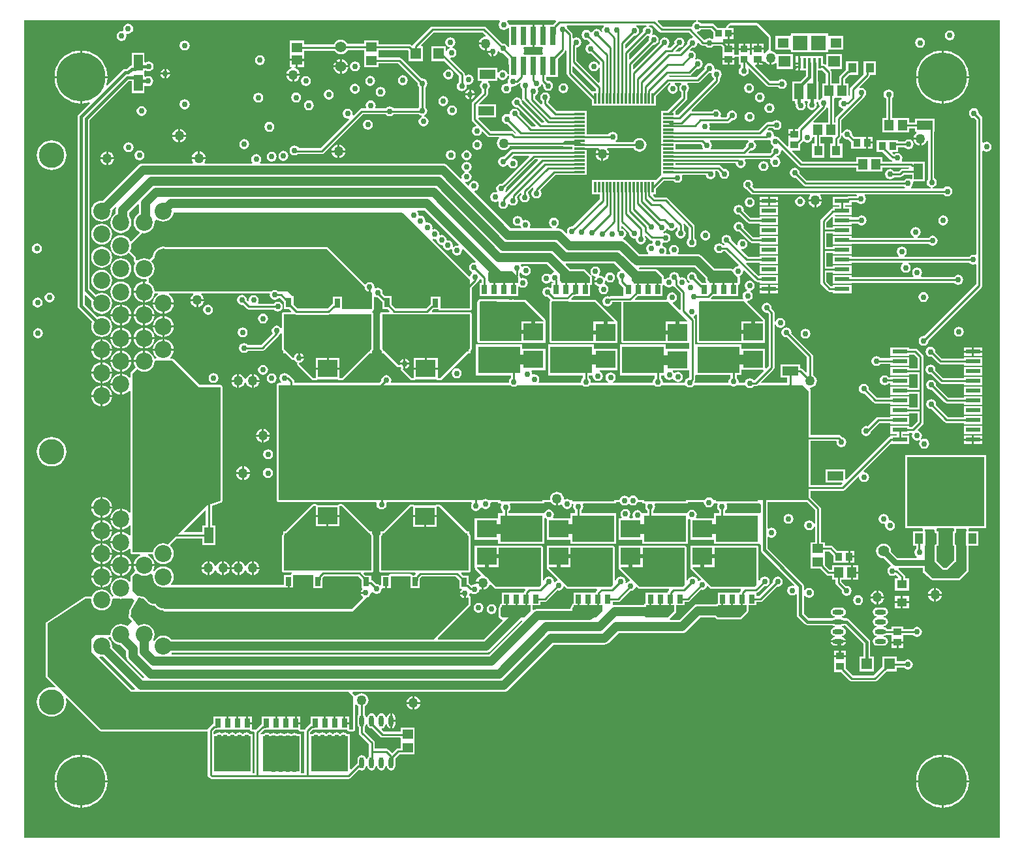
<source format=gbr>
%TF.GenerationSoftware,Altium Limited,Altium Designer,19.0.10 (269)*%
G04 Layer_Physical_Order=1*
G04 Layer_Color=255*
%FSLAX26Y26*%
%MOIN*%
%TF.FileFunction,Copper,L1,Top,Signal*%
%TF.Part,Single*%
G01*
G75*
%TA.AperFunction,SMDPad,CuDef*%
%ADD10R,0.011811X0.053150*%
%ADD11R,0.053150X0.011811*%
%ADD12R,0.039370X0.035433*%
%ADD13R,0.053150X0.057087*%
%ADD14R,0.045276X0.053150*%
%ADD15R,0.051181X0.043307*%
%ADD16R,0.102362X0.088583*%
%ADD17R,0.214567X0.137795*%
%ADD18R,0.027559X0.045276*%
%ADD19R,0.185039X0.181102*%
%ADD20R,0.043307X0.051181*%
%ADD21R,0.035433X0.039370*%
%TA.AperFunction,ConnectorPad*%
%ADD22R,0.015748X0.053150*%
%ADD23R,0.062992X0.055118*%
%ADD24R,0.057087X0.051181*%
%TA.AperFunction,SMDPad,CuDef*%
%ADD25R,0.074803X0.074803*%
%ADD26R,0.033465X0.037402*%
%ADD27R,0.037402X0.033465*%
%ADD28R,0.029921X0.094488*%
%ADD29R,0.074803X0.023622*%
%ADD30R,0.053150X0.045276*%
%ADD31O,0.023622X0.057087*%
%ADD32R,0.055118X0.051181*%
%ADD33R,0.042126X0.053937*%
%ADD34O,0.057087X0.023622*%
%TA.AperFunction,Conductor*%
%ADD35C,0.010000*%
%ADD36C,0.015000*%
%ADD37C,0.050000*%
%ADD38C,0.020000*%
%ADD39C,0.047244*%
%ADD40C,0.030000*%
%ADD41C,0.060000*%
%TA.AperFunction,SMDPad,CuDef*%
%ADD42R,0.045276X0.080709*%
%TA.AperFunction,ComponentPad*%
%ADD43C,0.066929*%
%TA.AperFunction,SMDPad,CuDef*%
%ADD44R,0.080709X0.045276*%
%TA.AperFunction,ViaPad*%
%ADD45C,0.250000*%
%TA.AperFunction,ComponentPad*%
%ADD46C,0.129921*%
%ADD47C,0.086614*%
%ADD48C,0.055118*%
%ADD49C,0.011811*%
%TA.AperFunction,SMDPad,CuDef*%
%ADD50R,0.393701X0.354331*%
%TA.AperFunction,ViaPad*%
%ADD51C,0.030000*%
%ADD52C,0.050000*%
%ADD53C,0.035000*%
%ADD54C,0.055000*%
G36*
X2725613Y4183242D02*
X2709387Y4167016D01*
X2685040D01*
Y4167016D01*
X2684960D01*
Y4167016D01*
X2665000D01*
Y4109772D01*
X2655000D01*
Y4167016D01*
X2640961D01*
X2635039Y4167016D01*
X2629039Y4167016D01*
X2615000D01*
Y4109772D01*
Y4052528D01*
X2629039D01*
X2634961Y4052527D01*
X2640961Y4052528D01*
X2655788D01*
X2658472Y4046527D01*
X2656079Y4040749D01*
X2655059Y4033000D01*
X2656079Y4025251D01*
X2658472Y4019472D01*
X2655788Y4013472D01*
X2635040D01*
Y4013473D01*
X2634960D01*
Y4013472D01*
X2590961D01*
X2585039Y4013472D01*
X2579039Y4013472D01*
X2564212D01*
X2561528Y4019472D01*
X2563921Y4025251D01*
X2564941Y4033000D01*
X2563921Y4040749D01*
X2561528Y4046527D01*
X2564212Y4052528D01*
X2584961Y4052527D01*
X2590961Y4052528D01*
X2605000D01*
Y4109772D01*
Y4167016D01*
X2590961D01*
X2585039Y4167016D01*
X2579039Y4167016D01*
X2535040D01*
Y4167016D01*
X2534960D01*
Y4167016D01*
X2490344D01*
X2485039Y4167016D01*
X2483242Y4172271D01*
X2482550Y4175755D01*
X2477852Y4182785D01*
X2479876Y4188785D01*
X2723317D01*
X2725613Y4183242D01*
D02*
G37*
G36*
X3443457Y4182785D02*
X3437245Y4181550D01*
X3428976Y4176024D01*
X3423450Y4167755D01*
X3421785Y4159382D01*
X3417673Y4156732D01*
X3415853Y4156130D01*
X3410000Y4157294D01*
X3271335D01*
X3245387Y4183242D01*
X3247683Y4188785D01*
X3442866D01*
X3443457Y4182785D01*
D02*
G37*
G36*
X2971493Y4158706D02*
X2968976Y4157024D01*
X2963450Y4148755D01*
X2961510Y4139000D01*
X2962982Y4131602D01*
X2957550Y4129755D01*
X2952024Y4138024D01*
X2943755Y4143550D01*
X2934000Y4145490D01*
X2924245Y4143550D01*
X2915976Y4138024D01*
X2910450Y4129755D01*
X2910215Y4128572D01*
X2903846Y4127305D01*
X2900024Y4133024D01*
X2891755Y4138550D01*
X2882000Y4140490D01*
X2872245Y4138550D01*
X2863976Y4133024D01*
X2858450Y4124755D01*
X2856510Y4115000D01*
X2858450Y4105245D01*
X2863976Y4096976D01*
X2872245Y4091450D01*
X2882000Y4089510D01*
X2885220Y4090151D01*
X2900135Y4075236D01*
X2898160Y4068726D01*
X2892245Y4067550D01*
X2883976Y4062024D01*
X2878450Y4053755D01*
X2876510Y4044000D01*
X2878450Y4034245D01*
X2883976Y4025976D01*
X2892245Y4020450D01*
X2902000Y4018510D01*
X2905220Y4019151D01*
X2950060Y3974311D01*
Y3962187D01*
X2944060Y3961596D01*
X2943550Y3964164D01*
X2938024Y3972434D01*
X2929755Y3977959D01*
X2920000Y3979899D01*
X2910245Y3977959D01*
X2901976Y3972434D01*
X2896450Y3964164D01*
X2894510Y3954410D01*
X2896450Y3944655D01*
X2901976Y3936385D01*
X2910245Y3930860D01*
X2920000Y3928920D01*
X2929755Y3930860D01*
X2938024Y3936385D01*
X2943550Y3944655D01*
X2944060Y3947223D01*
X2950060Y3946632D01*
Y3872408D01*
X2944517Y3870112D01*
X2831294Y3983335D01*
Y4051569D01*
X2840755Y4053450D01*
X2849024Y4058976D01*
X2854550Y4067245D01*
X2856490Y4077000D01*
X2854550Y4086755D01*
X2849024Y4095024D01*
X2840755Y4100550D01*
X2831000Y4102490D01*
X2821245Y4100550D01*
X2817294Y4097909D01*
X2811294Y4101116D01*
Y4116284D01*
X2810130Y4122137D01*
X2806814Y4127099D01*
X2784392Y4149521D01*
X2783550Y4153755D01*
X2780241Y4158706D01*
X2783448Y4164706D01*
X2969673D01*
X2971493Y4158706D01*
D02*
G37*
G36*
X3188659D02*
X3185358Y4158050D01*
X3177088Y4152524D01*
X3171563Y4144255D01*
X3169622Y4134500D01*
X3169995Y4132624D01*
X3084617Y4047245D01*
X3079073Y4049542D01*
Y4067445D01*
X3122780Y4111151D01*
X3126000Y4110510D01*
X3135755Y4112450D01*
X3144024Y4117976D01*
X3149550Y4126245D01*
X3151490Y4136000D01*
X3149550Y4145755D01*
X3144024Y4154024D01*
X3137017Y4158706D01*
X3138244Y4164706D01*
X3188068D01*
X3188659Y4158706D01*
D02*
G37*
G36*
X3204840Y4104828D02*
X3201450Y4099755D01*
X3199510Y4090000D01*
X3200151Y4086780D01*
X3104302Y3990931D01*
X3098758Y3993227D01*
Y4018130D01*
X3190547Y4109918D01*
X3195112Y4109010D01*
X3201232Y4110227D01*
X3204840Y4104828D01*
D02*
G37*
G36*
X3530039Y4129056D02*
Y4097225D01*
X3524039Y4094018D01*
X3518755Y4097550D01*
X3509000Y4099490D01*
X3499245Y4097550D01*
X3490976Y4092024D01*
X3489882Y4090387D01*
X3483638Y4089990D01*
X3446713Y4126915D01*
X3449172Y4132942D01*
X3456755Y4134450D01*
X3465024Y4139976D01*
X3466848Y4142706D01*
X3516390D01*
X3530039Y4129056D01*
D02*
G37*
G36*
X4993785Y11215D02*
X11215D01*
Y4188785D01*
X2438124D01*
X2440148Y4182785D01*
X2435450Y4175755D01*
X2433510Y4166000D01*
X2435450Y4156245D01*
X2440976Y4147976D01*
X2449245Y4142450D01*
X2459000Y4140510D01*
X2468755Y4142450D01*
X2477024Y4147976D01*
X2479039Y4150992D01*
X2485039Y4149172D01*
Y4053883D01*
X2479039Y4053292D01*
X2478550Y4055755D01*
X2473024Y4064024D01*
X2464755Y4069550D01*
X2455000Y4071490D01*
X2451780Y4070849D01*
X2368814Y4153814D01*
X2363853Y4157130D01*
X2358000Y4158294D01*
X2095226D01*
X2089373Y4157130D01*
X2084411Y4153814D01*
X1999115Y4068518D01*
X1995799Y4063556D01*
X1995656Y4062836D01*
X1989146Y4060861D01*
X1986295Y4063712D01*
X1981333Y4067027D01*
X1975480Y4068191D01*
X1819575D01*
Y4085535D01*
X1746425D01*
Y4068743D01*
X1662319D01*
X1660808Y4072390D01*
X1654787Y4080236D01*
X1646942Y4086256D01*
X1637805Y4090041D01*
X1628000Y4091332D01*
X1618195Y4090041D01*
X1609058Y4086256D01*
X1601213Y4080236D01*
X1595192Y4072390D01*
X1592230Y4065239D01*
X1440559D01*
Y4085535D01*
X1365441D01*
Y4014354D01*
Y3991953D01*
X1403000D01*
X1440559D01*
Y4014354D01*
Y4034651D01*
X1595133D01*
X1595192Y4034507D01*
X1601213Y4026661D01*
X1609058Y4020641D01*
X1618195Y4016856D01*
X1628000Y4015566D01*
X1637805Y4016856D01*
X1646942Y4020641D01*
X1654787Y4026661D01*
X1660808Y4034507D01*
X1662319Y4038155D01*
X1746425D01*
X1746425Y4016638D01*
X1746425Y4014260D01*
Y3951362D01*
X1819575D01*
Y3968706D01*
X1919665D01*
X2018819Y3869552D01*
X2018510Y3868000D01*
X2020450Y3858245D01*
X2025976Y3849976D01*
X2027706Y3848820D01*
Y3746848D01*
X2024976Y3745024D01*
X2021147Y3739294D01*
X1897848D01*
X1896024Y3742024D01*
X1887755Y3747550D01*
X1878000Y3749490D01*
X1868245Y3747550D01*
X1859976Y3742024D01*
X1858152Y3739294D01*
X1805937D01*
X1803109Y3744586D01*
X1803550Y3745245D01*
X1805490Y3755000D01*
X1803550Y3764755D01*
X1798024Y3773024D01*
X1789755Y3778550D01*
X1780000Y3780490D01*
X1770245Y3778550D01*
X1761976Y3773024D01*
X1756450Y3764755D01*
X1754510Y3755000D01*
X1756450Y3745245D01*
X1756891Y3744586D01*
X1754063Y3739294D01*
X1733000D01*
X1727147Y3738130D01*
X1722186Y3734814D01*
X1692176Y3704805D01*
X1686647Y3707761D01*
X1687490Y3712000D01*
X1685550Y3721755D01*
X1680024Y3730024D01*
X1671755Y3735550D01*
X1662000Y3737490D01*
X1652245Y3735550D01*
X1643976Y3730024D01*
X1638450Y3721755D01*
X1636510Y3712000D01*
X1638450Y3702245D01*
X1643976Y3693976D01*
X1652245Y3688450D01*
X1662000Y3686510D01*
X1666239Y3687353D01*
X1669195Y3681824D01*
X1523665Y3536294D01*
X1412653D01*
X1408824Y3542024D01*
X1400554Y3547550D01*
X1390800Y3549490D01*
X1381045Y3547550D01*
X1372776Y3542024D01*
X1367251Y3533755D01*
X1365310Y3524000D01*
X1367251Y3514245D01*
X1372776Y3505976D01*
X1381045Y3500450D01*
X1390800Y3498510D01*
X1400554Y3500450D01*
X1408420Y3505706D01*
X1530000D01*
X1535853Y3506870D01*
X1540814Y3510186D01*
X1739335Y3708706D01*
X1858152D01*
X1859976Y3705976D01*
X1868245Y3700450D01*
X1878000Y3698510D01*
X1887755Y3700450D01*
X1896024Y3705976D01*
X1897848Y3708706D01*
X2025380D01*
X2033245Y3703450D01*
X2041228Y3701863D01*
Y3695745D01*
X2040245Y3695550D01*
X2031976Y3690024D01*
X2026450Y3681755D01*
X2024510Y3672000D01*
X2026450Y3662245D01*
X2031976Y3653976D01*
X2040245Y3648450D01*
X2050000Y3646510D01*
X2059755Y3648450D01*
X2068024Y3653976D01*
X2073550Y3662245D01*
X2075490Y3672000D01*
X2073550Y3681755D01*
X2068024Y3690024D01*
X2059755Y3695550D01*
X2051772Y3697137D01*
Y3703255D01*
X2052755Y3703450D01*
X2061024Y3708976D01*
X2066550Y3717245D01*
X2068490Y3727000D01*
X2066550Y3736755D01*
X2061024Y3745024D01*
X2058294Y3746848D01*
Y3847484D01*
X2062024Y3849976D01*
X2067550Y3858245D01*
X2069490Y3868000D01*
X2067550Y3877755D01*
X2062024Y3886024D01*
X2053755Y3891550D01*
X2044000Y3893490D01*
X2039111Y3892517D01*
X1936814Y3994814D01*
X1931853Y3998130D01*
X1926000Y3999294D01*
X1819575D01*
X1819575Y4020260D01*
X1819575Y4022638D01*
Y4037604D01*
X1969145D01*
X1973354Y4033395D01*
Y3979905D01*
X2046504D01*
Y4056992D01*
X2038686D01*
X2036390Y4062535D01*
X2101561Y4127706D01*
X2351665D01*
X2367132Y4112239D01*
X2364981Y4105905D01*
X2358863Y4105099D01*
X2350349Y4101572D01*
X2343038Y4095962D01*
X2337428Y4088651D01*
X2333901Y4080137D01*
X2333356Y4076000D01*
X2368000D01*
Y4071000D01*
X2373000D01*
Y4036179D01*
X2375041Y4034000D01*
X2403000D01*
Y4029000D01*
X2408000D01*
Y4004505D01*
X2412755Y4005450D01*
X2421024Y4010976D01*
X2426550Y4019245D01*
X2428490Y4029000D01*
X2428242Y4030248D01*
X2433893Y4032590D01*
X2436976Y4027976D01*
X2445245Y4022450D01*
X2455000Y4020510D01*
X2458220Y4021151D01*
X2484745Y3994626D01*
Y3966189D01*
X2485039Y3964711D01*
Y3912855D01*
X2479039Y3912264D01*
X2477550Y3919755D01*
X2472024Y3928024D01*
X2463755Y3933550D01*
X2454000Y3935490D01*
X2444245Y3933550D01*
X2435976Y3928024D01*
X2432354Y3922604D01*
X2426354Y3924424D01*
Y3945638D01*
X2325646D01*
Y3880362D01*
X2345159D01*
X2346979Y3874362D01*
X2344976Y3873024D01*
X2339450Y3864755D01*
X2337510Y3855000D01*
X2339450Y3845245D01*
X2344976Y3836976D01*
X2347706Y3835152D01*
Y3820335D01*
X2300186Y3772814D01*
X2296870Y3767853D01*
X2295706Y3762000D01*
Y3684160D01*
X2296870Y3678307D01*
X2300186Y3673345D01*
X2318600Y3654931D01*
X2316625Y3648421D01*
X2312245Y3647550D01*
X2303976Y3642024D01*
X2298450Y3633755D01*
X2296510Y3624000D01*
X2298450Y3614245D01*
X2303976Y3605976D01*
X2312245Y3600450D01*
X2322000Y3598510D01*
X2331755Y3600450D01*
X2340024Y3605976D01*
X2345550Y3614245D01*
X2346421Y3618625D01*
X2352931Y3620600D01*
X2376345Y3597186D01*
X2381307Y3593870D01*
X2387160Y3592706D01*
X2433880D01*
X2435916Y3586706D01*
X2434947Y3585962D01*
X2429337Y3578651D01*
X2425810Y3570137D01*
X2424607Y3561000D01*
X2425810Y3551863D01*
X2429337Y3543349D01*
X2434947Y3536038D01*
X2442258Y3530428D01*
X2450773Y3526901D01*
X2459909Y3525698D01*
X2469046Y3526901D01*
X2477560Y3530428D01*
X2484872Y3536038D01*
X2490482Y3543349D01*
X2491458Y3545706D01*
X2761979D01*
X2764834Y3543798D01*
X2772638Y3542246D01*
X2810669D01*
Y3528719D01*
X2502425D01*
X2496572Y3527555D01*
X2491611Y3524240D01*
X2459220Y3491849D01*
X2456000Y3492490D01*
X2446245Y3490550D01*
X2437976Y3485024D01*
X2432450Y3476755D01*
X2430510Y3467000D01*
X2432450Y3457245D01*
X2437976Y3448976D01*
X2446245Y3443450D01*
X2456000Y3441510D01*
X2465755Y3443450D01*
X2474024Y3448976D01*
X2475691Y3451471D01*
X2482061Y3450204D01*
X2482450Y3448245D01*
X2487976Y3439976D01*
X2496245Y3434450D01*
X2506000Y3432510D01*
X2515755Y3434450D01*
X2524024Y3439976D01*
X2529550Y3448245D01*
X2531490Y3458000D01*
X2529550Y3467755D01*
X2524024Y3476024D01*
X2515755Y3481550D01*
X2506000Y3483490D01*
X2501761Y3482646D01*
X2498805Y3488176D01*
X2508760Y3498131D01*
X2586663D01*
X2588959Y3492588D01*
X2450220Y3353849D01*
X2447000Y3354490D01*
X2437245Y3352550D01*
X2428976Y3347024D01*
X2423450Y3338755D01*
X2421510Y3329000D01*
X2423450Y3319245D01*
X2425855Y3315647D01*
X2422247Y3310247D01*
X2416000Y3311490D01*
X2406245Y3309550D01*
X2397976Y3304024D01*
X2392450Y3295755D01*
X2390510Y3286000D01*
X2392450Y3276245D01*
X2397976Y3267976D01*
X2406245Y3262450D01*
X2416000Y3260510D01*
X2425755Y3262450D01*
X2429953Y3265256D01*
X2434279Y3260930D01*
X2434162Y3260755D01*
X2432221Y3251000D01*
X2434162Y3241245D01*
X2439687Y3232976D01*
X2447957Y3227450D01*
X2457711Y3225510D01*
X2467466Y3227450D01*
X2475735Y3232976D01*
X2481261Y3241245D01*
X2482943Y3249702D01*
X2487163Y3251349D01*
X2488954Y3251506D01*
X2489976Y3249976D01*
X2498245Y3244450D01*
X2508000Y3242510D01*
X2517755Y3244450D01*
X2526024Y3249976D01*
X2531550Y3258245D01*
X2533490Y3268000D01*
X2531550Y3277755D01*
X2526024Y3286024D01*
X2528329Y3291700D01*
X2542157Y3305528D01*
X2548670Y3303556D01*
X2548857Y3302620D01*
X2548633Y3301510D01*
X2543450Y3293755D01*
X2541510Y3284000D01*
X2543450Y3274245D01*
X2548976Y3265976D01*
X2557245Y3260450D01*
X2567000Y3258510D01*
X2576755Y3260450D01*
X2585024Y3265976D01*
X2590550Y3274245D01*
X2592490Y3284000D01*
X2590550Y3293755D01*
X2585024Y3302024D01*
X2582657Y3303606D01*
X2582296Y3309668D01*
X2608029Y3335400D01*
X2612690Y3331575D01*
X2610870Y3328853D01*
X2609706Y3323000D01*
Y3322512D01*
X2608976Y3322024D01*
X2603450Y3313755D01*
X2601510Y3304000D01*
X2603450Y3294245D01*
X2608976Y3285976D01*
X2617245Y3280450D01*
X2627000Y3278510D01*
X2636755Y3280450D01*
X2645024Y3285976D01*
X2650550Y3294245D01*
X2652490Y3304000D01*
X2650550Y3313755D01*
X2645276Y3321647D01*
X2723335Y3399706D01*
X2810669D01*
Y3399095D01*
X2883819D01*
Y3418780D01*
Y3458150D01*
Y3497520D01*
Y3537501D01*
X2936703D01*
X2938740Y3531501D01*
X2938038Y3530962D01*
X2932428Y3523651D01*
X2928901Y3515137D01*
X2928356Y3511000D01*
X2997644D01*
X2997099Y3515137D01*
X2993572Y3523651D01*
X2987962Y3530962D01*
X2987260Y3531501D01*
X2989297Y3537501D01*
X3121451D01*
X3122428Y3535144D01*
X3128038Y3527833D01*
X3135349Y3522223D01*
X3143863Y3518696D01*
X3153000Y3517493D01*
X3162137Y3518696D01*
X3170651Y3522223D01*
X3177962Y3527833D01*
X3183572Y3535144D01*
X3187099Y3543658D01*
X3188302Y3552795D01*
X3187099Y3561932D01*
X3183572Y3570446D01*
X3177962Y3577758D01*
X3170651Y3583368D01*
X3162137Y3586894D01*
X3153000Y3588097D01*
X3143863Y3586894D01*
X3135349Y3583368D01*
X3128038Y3577758D01*
X3122428Y3570446D01*
X3121451Y3568089D01*
X3033020D01*
X3031200Y3574089D01*
X3034024Y3575976D01*
X3039550Y3584245D01*
X3041490Y3594000D01*
X3039550Y3603755D01*
X3034024Y3612024D01*
X3025755Y3617550D01*
X3016000Y3619490D01*
X3006245Y3617550D01*
X2997976Y3612024D01*
X2994926Y3607459D01*
X2883819D01*
Y3655000D01*
Y3694370D01*
Y3726181D01*
X2810669D01*
Y3725569D01*
X2730059D01*
X2686294Y3769335D01*
Y3776152D01*
X2689024Y3777976D01*
X2694550Y3786245D01*
X2696490Y3796000D01*
X2694550Y3805755D01*
X2689024Y3814024D01*
X2680755Y3819550D01*
X2671000Y3821490D01*
X2661245Y3819550D01*
X2652976Y3814024D01*
X2647450Y3805755D01*
X2645510Y3796000D01*
X2647450Y3786245D01*
X2652976Y3777976D01*
X2655706Y3776152D01*
Y3763000D01*
X2655853Y3762261D01*
X2650323Y3759305D01*
X2619294Y3790335D01*
Y3803359D01*
X2619755Y3803450D01*
X2628024Y3808976D01*
X2633550Y3817245D01*
X2635490Y3827000D01*
X2633550Y3836755D01*
X2632581Y3838204D01*
X2634755Y3843450D01*
X2643024Y3848976D01*
X2648550Y3857245D01*
X2649394Y3861492D01*
X2655905Y3863467D01*
X2661151Y3858220D01*
X2660510Y3855000D01*
X2662450Y3845245D01*
X2667976Y3836976D01*
X2676245Y3831450D01*
X2686000Y3829510D01*
X2695755Y3831450D01*
X2704024Y3836976D01*
X2709550Y3845245D01*
X2711490Y3855000D01*
X2709550Y3864755D01*
X2704024Y3873024D01*
X2695755Y3878550D01*
X2686000Y3880490D01*
X2682780Y3879849D01*
X2675294Y3887335D01*
Y3898984D01*
X2684960D01*
Y3898984D01*
X2685040D01*
Y3898984D01*
X2734961D01*
Y3991843D01*
X2770814Y4027697D01*
X2774130Y4032659D01*
X2774706Y4035557D01*
X2780706Y4034966D01*
Y3917780D01*
X2781870Y3911927D01*
X2785186Y3906965D01*
X2910079Y3782072D01*
Y3752441D01*
X3237165D01*
Y3802537D01*
X3303335Y3868706D01*
X3309756D01*
X3310983Y3862706D01*
X3303976Y3858024D01*
X3298450Y3849755D01*
X3296510Y3840000D01*
X3298450Y3830245D01*
X3303976Y3821976D01*
X3312245Y3816450D01*
X3322000Y3814510D01*
X3331755Y3816450D01*
X3340024Y3821976D01*
X3345550Y3830245D01*
X3347490Y3840000D01*
X3345550Y3849755D01*
X3340024Y3858024D01*
X3333017Y3862706D01*
X3334244Y3868706D01*
X3363673D01*
X3365493Y3862706D01*
X3362976Y3861024D01*
X3357450Y3852755D01*
X3355510Y3843000D01*
X3357450Y3833245D01*
X3362976Y3824976D01*
X3365706Y3823152D01*
Y3797610D01*
X3294277Y3726181D01*
X3263425D01*
Y3694370D01*
Y3674685D01*
Y3635315D01*
Y3595945D01*
Y3556575D01*
Y3556573D01*
X3300000D01*
Y3549018D01*
X3263425D01*
Y3517205D01*
Y3477835D01*
Y3438465D01*
Y3399095D01*
X3259367Y3394775D01*
X3241259Y3376668D01*
X3237165Y3372835D01*
Y3372835D01*
X3237165Y3372835D01*
X2910079D01*
Y3299685D01*
X2950060D01*
Y3274689D01*
X2811220Y3135849D01*
X2808000Y3136490D01*
X2798245Y3134550D01*
X2789976Y3129024D01*
X2784450Y3120755D01*
X2782510Y3111000D01*
X2784039Y3103316D01*
X2778509Y3100361D01*
X2763402Y3115468D01*
X2756378Y3120857D01*
X2751587Y3122841D01*
X2748200Y3124245D01*
X2739422Y3125400D01*
X2726093D01*
X2725502Y3131400D01*
X2725755Y3131450D01*
X2734024Y3136976D01*
X2739550Y3145245D01*
X2741490Y3155000D01*
X2739550Y3164755D01*
X2734024Y3173024D01*
X2725755Y3178550D01*
X2716000Y3180490D01*
X2706245Y3178550D01*
X2697976Y3173024D01*
X2692450Y3164755D01*
X2690510Y3155000D01*
X2692450Y3145245D01*
X2697976Y3136976D01*
X2706245Y3131450D01*
X2706498Y3131400D01*
X2705907Y3125400D01*
X2595672D01*
X2592843Y3130692D01*
X2594550Y3133245D01*
X2596490Y3143000D01*
X2594550Y3152755D01*
X2589024Y3161024D01*
X2580755Y3166550D01*
X2571000Y3168490D01*
X2561246Y3166550D01*
X2555333Y3169815D01*
X2554550Y3173755D01*
X2549024Y3182024D01*
X2540755Y3187550D01*
X2531000Y3189490D01*
X2521245Y3187550D01*
X2512976Y3182024D01*
X2507450Y3173755D01*
X2505510Y3164000D01*
X2507450Y3154245D01*
X2512976Y3145976D01*
X2521245Y3140450D01*
X2531000Y3138510D01*
X2540754Y3140450D01*
X2546667Y3137185D01*
X2547450Y3133245D01*
X2549157Y3130692D01*
X2546328Y3125400D01*
X2495469D01*
X2309232Y3311638D01*
X2311207Y3318148D01*
X2317755Y3319450D01*
X2326024Y3324976D01*
X2331550Y3333245D01*
X2333490Y3343000D01*
X2331550Y3352755D01*
X2326024Y3361024D01*
X2317755Y3366550D01*
X2308000Y3368490D01*
X2298245Y3366550D01*
X2289976Y3361024D01*
X2284450Y3352755D01*
X2283148Y3346207D01*
X2276638Y3344232D01*
X2261857Y3359012D01*
X2264813Y3364542D01*
X2270000Y3363510D01*
X2279755Y3365450D01*
X2288024Y3370976D01*
X2293550Y3379245D01*
X2295490Y3389000D01*
X2293550Y3398755D01*
X2288024Y3407024D01*
X2281076Y3411666D01*
X2280620Y3413660D01*
Y3416340D01*
X2281076Y3418334D01*
X2288024Y3422976D01*
X2293550Y3431245D01*
X2295490Y3441000D01*
X2293550Y3450755D01*
X2288024Y3459024D01*
X2279755Y3464550D01*
X2270000Y3466490D01*
X2260245Y3464550D01*
X2251976Y3459024D01*
X2246450Y3450755D01*
X2244510Y3441000D01*
X2246450Y3431245D01*
X2251976Y3422976D01*
X2258924Y3418334D01*
X2259380Y3416340D01*
Y3413660D01*
X2258924Y3411666D01*
X2251976Y3407024D01*
X2246450Y3398755D01*
X2244510Y3389000D01*
X2245542Y3383813D01*
X2240012Y3380857D01*
X2173158Y3447712D01*
X2166134Y3453101D01*
X2157955Y3456489D01*
X2149178Y3457644D01*
X1216519D01*
X1214139Y3463644D01*
X1218550Y3470245D01*
X1220490Y3480000D01*
X1218550Y3489755D01*
X1213024Y3498024D01*
X1204755Y3503550D01*
X1195000Y3505490D01*
X1185245Y3503550D01*
X1176976Y3498024D01*
X1171450Y3489755D01*
X1169510Y3480000D01*
X1171450Y3470245D01*
X1175861Y3463644D01*
X1173481Y3457644D01*
X932689D01*
X929730Y3463644D01*
X932572Y3467349D01*
X936099Y3475863D01*
X936644Y3480000D01*
X867356D01*
X867901Y3475863D01*
X871428Y3467349D01*
X874270Y3463644D01*
X871311Y3457644D01*
X615071D01*
X606294Y3456489D01*
X598115Y3453101D01*
X591091Y3447712D01*
X591091Y3447711D01*
X411038Y3267658D01*
X405906Y3268334D01*
X391990Y3266502D01*
X379022Y3261131D01*
X367886Y3252586D01*
X359342Y3241450D01*
X353971Y3228483D01*
X352138Y3214567D01*
X353971Y3200651D01*
X359342Y3187683D01*
X367886Y3176548D01*
X379022Y3168003D01*
X391990Y3162632D01*
X405906Y3160800D01*
X419821Y3162632D01*
X432789Y3168003D01*
X443925Y3176548D01*
X452469Y3187683D01*
X457841Y3200651D01*
X459673Y3214567D01*
X458997Y3219699D01*
X475950Y3236652D01*
X481036Y3233253D01*
X479107Y3228596D01*
X477952Y3219819D01*
Y3202285D01*
X477447Y3202075D01*
X466312Y3193531D01*
X457767Y3182395D01*
X452396Y3169428D01*
X450564Y3155512D01*
X452396Y3141596D01*
X457767Y3128628D01*
X466312Y3117493D01*
X477447Y3108948D01*
X490415Y3103577D01*
X504331Y3101745D01*
X518247Y3103577D01*
X531214Y3108948D01*
X542350Y3117493D01*
X550894Y3128628D01*
X556266Y3141596D01*
X558098Y3155512D01*
X556266Y3169428D01*
X550894Y3182395D01*
X545776Y3189066D01*
Y3205772D01*
X590519Y3250515D01*
X596062Y3248219D01*
Y3202285D01*
X595557Y3202075D01*
X584422Y3193531D01*
X575877Y3182395D01*
X570506Y3169428D01*
X568674Y3155512D01*
X570506Y3141596D01*
X575877Y3128628D01*
X584422Y3117493D01*
X595557Y3108948D01*
X598327Y3107801D01*
X599497Y3101916D01*
X557926Y3060345D01*
X552041Y3061516D01*
X550894Y3064285D01*
X542350Y3075421D01*
X531214Y3083965D01*
X518247Y3089337D01*
X504331Y3091169D01*
X490415Y3089337D01*
X477447Y3083965D01*
X466312Y3075421D01*
X457767Y3064285D01*
X452396Y3051318D01*
X450564Y3037402D01*
X452396Y3023486D01*
X457767Y3010518D01*
X466312Y2999383D01*
X477447Y2990838D01*
X490415Y2985467D01*
X504331Y2983635D01*
X518247Y2985467D01*
X531214Y2990838D01*
X542350Y2999383D01*
X545962Y2999619D01*
X569804Y2975777D01*
Y2963000D01*
X570580Y2959098D01*
X572790Y2955790D01*
X574709Y2954508D01*
X576566Y2949189D01*
X576764Y2947330D01*
X575877Y2946175D01*
X570506Y2933207D01*
X568674Y2919291D01*
X570506Y2905375D01*
X575877Y2892408D01*
X584422Y2881272D01*
X595557Y2872728D01*
X608525Y2867356D01*
X622441Y2865524D01*
X630615Y2866600D01*
X635435Y2862452D01*
Y2858020D01*
X630615Y2853872D01*
X627441Y2854290D01*
Y2801181D01*
Y2748072D01*
X636357Y2749246D01*
X649324Y2754617D01*
X660460Y2763162D01*
X669005Y2774298D01*
X674376Y2787265D01*
X675174Y2793329D01*
X675837Y2793804D01*
X691652D01*
X692828Y2787804D01*
X682847Y2780145D01*
X674302Y2769010D01*
X668931Y2756042D01*
X667757Y2747126D01*
X720866D01*
X773975D01*
X772801Y2756042D01*
X767430Y2769010D01*
X758885Y2780145D01*
X748904Y2787804D01*
X750080Y2793804D01*
X872008D01*
X874044Y2787804D01*
X869038Y2783962D01*
X863428Y2776651D01*
X859901Y2768137D01*
X859356Y2764000D01*
X928644D01*
X928099Y2768137D01*
X924572Y2776651D01*
X918962Y2783962D01*
X913956Y2787804D01*
X915992Y2793804D01*
X1261334D01*
X1265140Y2789166D01*
X1264510Y2786000D01*
X1266450Y2776245D01*
X1271976Y2767976D01*
X1280245Y2762450D01*
X1290000Y2760510D01*
X1299755Y2762450D01*
X1308024Y2767976D01*
X1309626Y2770373D01*
X1315498Y2770696D01*
X1333071Y2753123D01*
X1337744Y2750001D01*
Y2713662D01*
X1364902D01*
X1374824Y2703739D01*
X1372528Y2698196D01*
X1337000D01*
X1333098Y2697420D01*
X1329790Y2695210D01*
X1327580Y2691902D01*
X1326804Y2688000D01*
Y2618316D01*
X1320804Y2616496D01*
X1317778Y2621024D01*
X1309509Y2626550D01*
X1299755Y2628490D01*
X1290000Y2626550D01*
X1281730Y2621024D01*
X1276205Y2612755D01*
X1274265Y2603000D01*
X1276205Y2593245D01*
X1278773Y2589402D01*
X1218665Y2529294D01*
X1151848D01*
X1150024Y2532024D01*
X1141755Y2537550D01*
X1132000Y2539490D01*
X1122245Y2537550D01*
X1113976Y2532024D01*
X1108450Y2523755D01*
X1106510Y2514000D01*
X1108450Y2504245D01*
X1113976Y2495976D01*
X1122245Y2490450D01*
X1132000Y2488510D01*
X1141755Y2490450D01*
X1150024Y2495976D01*
X1151848Y2498706D01*
X1225000D01*
X1230853Y2499870D01*
X1235814Y2503186D01*
X1310569Y2577940D01*
X1313247Y2581948D01*
X1317778Y2584976D01*
X1320804Y2589504D01*
X1326804Y2587684D01*
Y2511000D01*
X1327580Y2507098D01*
X1329790Y2503790D01*
X1334004Y2499577D01*
Y2488268D01*
X1345313D01*
X1376541Y2457040D01*
X1378014Y2456055D01*
X1379441Y2455009D01*
X1379661Y2454955D01*
X1379849Y2454829D01*
X1381586Y2454484D01*
X1383305Y2454063D01*
X1383529Y2454097D01*
X1383751Y2454053D01*
X1385487Y2454399D01*
X1387237Y2454668D01*
X1388733Y2455212D01*
X1390451Y2454245D01*
X1395976Y2445976D01*
X1404245Y2440451D01*
X1405212Y2438733D01*
X1404668Y2437238D01*
X1404399Y2435488D01*
X1404053Y2433751D01*
X1404097Y2433529D01*
X1404063Y2433306D01*
X1404484Y2431586D01*
X1404829Y2429849D01*
X1404955Y2429661D01*
X1405009Y2429441D01*
X1406055Y2428014D01*
X1407040Y2426541D01*
X1480790Y2352790D01*
X1484098Y2350580D01*
X1488000Y2349804D01*
X1498819D01*
X1502721Y2350580D01*
X1506028Y2352790D01*
X1507446Y2354911D01*
X1612554D01*
X1613972Y2352790D01*
X1617279Y2350580D01*
X1621181Y2349804D01*
X1633000D01*
X1636902Y2350580D01*
X1640209Y2352790D01*
X1774388Y2486968D01*
X1787439D01*
Y2500020D01*
X1791210Y2503790D01*
X1793420Y2507098D01*
X1794196Y2511000D01*
Y2688000D01*
X1793420Y2691902D01*
X1791210Y2695210D01*
X1788082Y2697300D01*
X1787948Y2698128D01*
X1788294Y2703459D01*
X1788902Y2703580D01*
X1792210Y2705790D01*
X1794420Y2709098D01*
X1795196Y2713000D01*
Y2773949D01*
X1801196Y2777156D01*
X1805245Y2774450D01*
X1815000Y2772510D01*
X1815101Y2772530D01*
X1834508Y2753123D01*
X1839181Y2750001D01*
Y2713662D01*
X1866339D01*
X1876261Y2703739D01*
X1873965Y2698196D01*
X1838437D01*
X1834535Y2697420D01*
X1831228Y2695210D01*
X1829017Y2691902D01*
X1828241Y2688000D01*
X1828241Y2511000D01*
X1829017Y2507098D01*
X1831227Y2503790D01*
X1835441Y2499577D01*
Y2488268D01*
X1846750D01*
X1916935Y2418083D01*
X1917355Y2417802D01*
X1917676Y2417412D01*
X1918996Y2416706D01*
X1920242Y2415873D01*
X1920739Y2415774D01*
X1921185Y2415536D01*
X1922675Y2415389D01*
X1924144Y2415097D01*
X1924640Y2415196D01*
X1925144Y2415146D01*
X1926577Y2415581D01*
X1928046Y2415873D01*
X1928466Y2416154D01*
X1928950Y2416301D01*
X1932205Y2418041D01*
X1936368Y2413674D01*
X1934916Y2409110D01*
X1934873Y2409046D01*
X1934581Y2407577D01*
X1934146Y2406144D01*
X1934196Y2405640D01*
X1934097Y2405144D01*
X1934389Y2403675D01*
X1934536Y2402184D01*
X1934774Y2401738D01*
X1934873Y2401242D01*
X1935705Y2399997D01*
X1936411Y2398676D01*
X1936802Y2398355D01*
X1937083Y2397934D01*
X1982228Y2352790D01*
X1985535Y2350580D01*
X1989437Y2349804D01*
X2000256D01*
X2004158Y2350580D01*
X2007466Y2352790D01*
X2008883Y2354911D01*
X2113991D01*
X2115409Y2352790D01*
X2118716Y2350580D01*
X2122618Y2349804D01*
X2134437D01*
X2138339Y2350580D01*
X2141647Y2352790D01*
X2275825Y2486968D01*
X2288876D01*
Y2500020D01*
X2292647Y2503790D01*
X2294857Y2507098D01*
X2295633Y2511000D01*
Y2688000D01*
X2294857Y2691902D01*
X2292647Y2695210D01*
X2289339Y2697420D01*
X2285437Y2698196D01*
X2094021D01*
X2091724Y2703739D01*
X2100053Y2712068D01*
X2102577D01*
X2104054Y2712362D01*
X2126208D01*
X2127926Y2709790D01*
X2131234Y2707580D01*
X2135136Y2706804D01*
X2286000D01*
X2289902Y2707580D01*
X2293210Y2709790D01*
X2295420Y2713098D01*
X2296196Y2717000D01*
Y2819990D01*
X2324814Y2848609D01*
X2328130Y2853571D01*
X2329002Y2857957D01*
X2332024Y2859976D01*
X2334858Y2864217D01*
X2342259Y2865607D01*
X2344976Y2863570D01*
Y2845638D01*
X2336490D01*
Y2780362D01*
X2384049D01*
X2384049Y2780362D01*
X2386490D01*
Y2780362D01*
X2390049Y2780362D01*
X2434049D01*
Y2780362D01*
X2436490D01*
Y2780362D01*
X2484049D01*
Y2780362D01*
X2486490D01*
Y2780362D01*
X2534049D01*
Y2828047D01*
X2539976Y2829976D01*
X2548245Y2824450D01*
X2558000Y2822510D01*
X2567755Y2824450D01*
X2576024Y2829976D01*
X2581550Y2838245D01*
X2583490Y2848000D01*
X2581550Y2857755D01*
X2576024Y2866024D01*
X2567755Y2871550D01*
X2558000Y2873490D01*
X2549196Y2871739D01*
X2543196Y2874577D01*
Y2876000D01*
X2542420Y2879902D01*
X2540924Y2882140D01*
X2541294Y2884000D01*
Y2897841D01*
X2542450Y2898657D01*
X2543475Y2898757D01*
X2550130Y2896733D01*
X2553976Y2890976D01*
X2562245Y2885450D01*
X2572000Y2883510D01*
X2581755Y2885450D01*
X2590024Y2890976D01*
X2595550Y2899245D01*
X2597490Y2909000D01*
X2595550Y2918755D01*
X2590024Y2927024D01*
X2581755Y2932550D01*
X2572000Y2934490D01*
X2562245Y2932550D01*
X2556650Y2928811D01*
X2550067Y2931152D01*
X2549550Y2933755D01*
X2547322Y2937088D01*
X2550529Y2943088D01*
X2677953D01*
X2715357Y2905684D01*
X2713382Y2899173D01*
X2710245Y2898550D01*
X2701976Y2893024D01*
X2700329Y2890559D01*
X2692378Y2889460D01*
X2687755Y2892550D01*
X2678000Y2894490D01*
X2668245Y2892550D01*
X2659976Y2887024D01*
X2654450Y2878755D01*
X2652510Y2869000D01*
X2654450Y2859245D01*
X2659976Y2850976D01*
X2668245Y2845450D01*
X2678000Y2843510D01*
X2687755Y2845450D01*
X2696024Y2850976D01*
X2697671Y2853441D01*
X2705250Y2854789D01*
X2710245Y2851450D01*
X2711668Y2851168D01*
X2711077Y2845168D01*
X2703911D01*
Y2823365D01*
X2697911Y2820617D01*
X2691755Y2824731D01*
X2682000Y2826671D01*
X2672245Y2824731D01*
X2663976Y2819205D01*
X2658450Y2810936D01*
X2656510Y2801181D01*
X2658450Y2791427D01*
X2663976Y2783157D01*
X2672245Y2777632D01*
X2682000Y2775691D01*
X2684727Y2776234D01*
X2696262Y2764699D01*
X2696629Y2763929D01*
X2696049Y2756427D01*
X2695302Y2755685D01*
X2695294Y2755672D01*
X2695281Y2755664D01*
X2694188Y2754027D01*
X2693082Y2752383D01*
X2693079Y2752368D01*
X2693071Y2752356D01*
X2692687Y2750427D01*
X2692295Y2748484D01*
X2692298Y2748469D01*
X2692295Y2748454D01*
Y2550000D01*
X2693071Y2546098D01*
X2695281Y2542790D01*
X2698589Y2540580D01*
X2702491Y2539804D01*
X2917819D01*
X2921721Y2540580D01*
X2921736Y2540591D01*
X3040181D01*
Y2649173D01*
X3038302D01*
X3033103Y2653793D01*
X3032327Y2657694D01*
X3030117Y2661002D01*
X2932910Y2758210D01*
X2929602Y2760420D01*
X2925700Y2761196D01*
X2873516D01*
X2806209Y2761590D01*
X2803929Y2767140D01*
X2816388Y2779598D01*
X2818911D01*
X2820389Y2779892D01*
X2851470D01*
Y2779892D01*
X2853912D01*
Y2779892D01*
X2901470D01*
Y2835180D01*
X2904323Y2835748D01*
X2907631Y2837958D01*
X2909841Y2841266D01*
X2910617Y2845168D01*
Y2875530D01*
X2909841Y2879432D01*
X2907770Y2882531D01*
X2907631Y2882739D01*
X2912017Y2886636D01*
X2912258Y2886475D01*
X2918245Y2882474D01*
X2925994Y2880933D01*
X2927255Y2879070D01*
X2928391Y2875730D01*
X2928468Y2874789D01*
X2924955Y2870211D01*
X2922184Y2863521D01*
X2921897Y2861342D01*
X2948976D01*
Y2851342D01*
X2921897D01*
X2922184Y2849163D01*
X2924955Y2842473D01*
X2929363Y2836729D01*
X2935107Y2832321D01*
X2941516Y2829666D01*
X2942063Y2829340D01*
X2945114Y2823061D01*
X2943510Y2815000D01*
X2945450Y2805245D01*
X2950976Y2796976D01*
X2959245Y2791450D01*
X2969000Y2789510D01*
X2978755Y2791450D01*
X2987024Y2796976D01*
X2992550Y2805245D01*
X2994490Y2815000D01*
X2992550Y2824755D01*
X2987024Y2833024D01*
X2978755Y2838550D01*
X2977218Y2838855D01*
X2974275Y2845558D01*
X2975768Y2849163D01*
X2976713Y2856342D01*
X2976598Y2857218D01*
X2982364Y2859389D01*
X2983976Y2856976D01*
X2992245Y2851450D01*
X3002000Y2849510D01*
X3011755Y2851450D01*
X3020024Y2856976D01*
X3025550Y2865245D01*
X3027490Y2875000D01*
X3025550Y2884755D01*
X3020024Y2893024D01*
X3011755Y2898550D01*
X3002000Y2900490D01*
X2992245Y2898550D01*
X2983976Y2893024D01*
X2978450Y2884755D01*
X2976587Y2875388D01*
X2975231Y2874581D01*
X2970767Y2873117D01*
X2968589Y2875955D01*
X2962845Y2880363D01*
X2956155Y2883134D01*
X2949983Y2883947D01*
X2949893Y2884039D01*
X2948105Y2887112D01*
X2947301Y2889911D01*
X2951550Y2896269D01*
X2953490Y2906024D01*
X2951550Y2915778D01*
X2946024Y2924048D01*
X2937755Y2929573D01*
X2928000Y2931514D01*
X2918245Y2929573D01*
X2909976Y2924048D01*
X2904450Y2915778D01*
X2902510Y2906024D01*
X2904450Y2896269D01*
X2907943Y2891043D01*
X2908205Y2890651D01*
X2903544Y2886826D01*
X2903482Y2886888D01*
X2875631Y2914739D01*
X2872323Y2916950D01*
X2868421Y2917726D01*
X2799233D01*
X2775414Y2941545D01*
X2777711Y2947088D01*
X3022953D01*
X3056291Y2913749D01*
X3054550Y2908008D01*
X3052245Y2907550D01*
X3043976Y2902024D01*
X3038450Y2893755D01*
X3036510Y2884000D01*
X3038450Y2874245D01*
X3043976Y2865976D01*
X3047100Y2863889D01*
Y2854000D01*
X3048264Y2848147D01*
X3051579Y2843186D01*
X3071333Y2823432D01*
Y2779786D01*
X3065536Y2779294D01*
X3005412D01*
X2999559Y2778130D01*
X2997552Y2776789D01*
X2989000Y2778490D01*
X2979245Y2776550D01*
X2970976Y2771024D01*
X2965450Y2762755D01*
X2963510Y2753000D01*
X2965450Y2743245D01*
X2970976Y2734976D01*
X2979245Y2729450D01*
X2989000Y2727510D01*
X2998755Y2729450D01*
X3007024Y2734976D01*
X3012550Y2743245D01*
X3013636Y2748706D01*
X3059716D01*
Y2549894D01*
X3060492Y2545992D01*
X3062703Y2542684D01*
X3066010Y2540474D01*
X3069912Y2539698D01*
X3285240D01*
X3289142Y2540474D01*
X3289158Y2540484D01*
X3406706D01*
Y2509303D01*
X3287592D01*
Y2531902D01*
X3053026D01*
Y2374106D01*
X3231040D01*
Y2360742D01*
X3228309Y2358918D01*
X3222784Y2350648D01*
X3220844Y2340894D01*
X3221055Y2339834D01*
X3217248Y2335196D01*
X3016868D01*
X3016684Y2335653D01*
X3015870Y2341196D01*
X3023024Y2345976D01*
X3028550Y2354245D01*
X3030490Y2364000D01*
X3028550Y2373755D01*
X3023024Y2382024D01*
X3014755Y2387550D01*
X3005000Y2389490D01*
X2995245Y2387550D01*
X2986976Y2382024D01*
X2981450Y2373755D01*
X2979510Y2364000D01*
X2981450Y2354245D01*
X2986976Y2345976D01*
X2994130Y2341196D01*
X2993316Y2335653D01*
X2993132Y2335196D01*
X2907977D01*
X2904170Y2339834D01*
X2904402Y2341000D01*
X2902462Y2350755D01*
X2896936Y2359024D01*
X2894206Y2360848D01*
Y2374213D01*
X2911874D01*
X2914510Y2371000D01*
X2916450Y2361245D01*
X2921976Y2352976D01*
X2930245Y2347450D01*
X2940000Y2345510D01*
X2949755Y2347450D01*
X2958024Y2352976D01*
X2963550Y2361245D01*
X2965490Y2371000D01*
X2963550Y2380755D01*
X2958024Y2389024D01*
X2949755Y2394550D01*
X2948360Y2394827D01*
X2948951Y2400827D01*
X3040181D01*
Y2509409D01*
X2920171D01*
Y2532008D01*
X2685604D01*
Y2374213D01*
X2863618D01*
Y2360848D01*
X2860888Y2359024D01*
X2855363Y2350755D01*
X2853422Y2341000D01*
X2853654Y2339834D01*
X2849848Y2335196D01*
X2640719Y2335196D01*
X2637512Y2341196D01*
X2639550Y2344245D01*
X2641490Y2354000D01*
X2639550Y2363755D01*
X2634024Y2372024D01*
X2625755Y2377550D01*
X2616000Y2379490D01*
X2611321Y2378559D01*
X2605646Y2379962D01*
X2604906Y2382935D01*
X2603550Y2389755D01*
X2599846Y2395297D01*
X2603053Y2401297D01*
X2672760D01*
Y2509880D01*
X2552750D01*
Y2532478D01*
X2318183D01*
Y2374683D01*
X2496197D01*
Y2361318D01*
X2493467Y2359494D01*
X2487941Y2351225D01*
X2486001Y2341470D01*
X2486327Y2339834D01*
X2482520Y2335196D01*
X1886577D01*
X1883739Y2341196D01*
X1885490Y2350000D01*
X1883550Y2359755D01*
X1878024Y2368024D01*
X1869755Y2373550D01*
X1860000Y2375490D01*
X1850245Y2373550D01*
X1841976Y2368024D01*
X1836450Y2359755D01*
X1834510Y2350000D01*
X1835151Y2346780D01*
X1823567Y2335196D01*
X1389507D01*
Y2343787D01*
X1388343Y2349640D01*
X1385028Y2354601D01*
X1367814Y2371814D01*
X1362853Y2375130D01*
X1359131Y2375870D01*
X1357024Y2379024D01*
X1348755Y2384550D01*
X1339000Y2386490D01*
X1329245Y2384550D01*
X1320976Y2379024D01*
X1315450Y2370755D01*
X1313510Y2361000D01*
X1315450Y2351245D01*
X1320976Y2342976D01*
X1323640Y2341196D01*
X1321820Y2335196D01*
X1309000D01*
X1305098Y2334420D01*
X1301790Y2332210D01*
X1299580Y2328902D01*
X1298804Y2325000D01*
Y1737000D01*
X1299580Y1733098D01*
X1301790Y1729790D01*
X1305098Y1727580D01*
X1309000Y1726804D01*
X1806821D01*
X1810864Y1720804D01*
X1809510Y1714000D01*
X1811450Y1704245D01*
X1816976Y1695976D01*
X1825245Y1690450D01*
X1835000Y1688510D01*
X1844755Y1690450D01*
X1853024Y1695976D01*
X1858550Y1704245D01*
X1860490Y1714000D01*
X1859136Y1720804D01*
X1863179Y1726804D01*
X2293949D01*
X2297156Y1720804D01*
X2294450Y1716755D01*
X2292510Y1707000D01*
X2294450Y1697245D01*
X2299976Y1688976D01*
X2308245Y1683450D01*
X2318000Y1681510D01*
X2327755Y1683450D01*
X2336024Y1688976D01*
X2341550Y1697245D01*
X2341760Y1698302D01*
X2347644Y1699472D01*
X2347976Y1698976D01*
X2356245Y1693450D01*
X2366000Y1691510D01*
X2375755Y1693450D01*
X2384024Y1698976D01*
X2389550Y1707245D01*
X2391490Y1717000D01*
X2390733Y1720804D01*
X2395657Y1726804D01*
X2431320D01*
Y1718685D01*
X2444202D01*
X2447409Y1712685D01*
X2445450Y1709755D01*
X2443510Y1700000D01*
X2445450Y1690245D01*
X2450976Y1681976D01*
X2453706Y1680152D01*
Y1669787D01*
X2431320D01*
Y1643173D01*
X2311310D01*
Y1534591D01*
X2431320D01*
Y1511992D01*
X2665887D01*
Y1643618D01*
X2671887Y1645438D01*
X2671976Y1645304D01*
X2678731Y1640791D01*
Y1534591D01*
X2798741D01*
Y1511992D01*
X3033308D01*
Y1669787D01*
X2855294D01*
Y1683152D01*
X2858024Y1684976D01*
X2863550Y1693245D01*
X2865490Y1703000D01*
X2863550Y1712755D01*
X2863123Y1713393D01*
X2865951Y1718685D01*
X3033308D01*
Y1726804D01*
X3051607D01*
X3052410Y1726964D01*
X3052950Y1724245D01*
X3058476Y1715976D01*
X3066745Y1710450D01*
X3076500Y1708510D01*
X3086255Y1710450D01*
X3094524Y1715976D01*
X3095584Y1717562D01*
X3100628D01*
X3102275Y1716776D01*
X3110245Y1711450D01*
X3120000Y1709510D01*
X3129755Y1711450D01*
X3138024Y1716976D01*
X3143550Y1725245D01*
X3143898Y1727000D01*
X3144107D01*
X3145092Y1726804D01*
X3166162D01*
Y1718685D01*
X3181470D01*
X3184299Y1713393D01*
X3183872Y1712755D01*
X3181932Y1703000D01*
X3183872Y1693245D01*
X3189397Y1684976D01*
X3192128Y1683152D01*
Y1669787D01*
X3166163D01*
X3162525Y1674281D01*
X3160024Y1678024D01*
X3151755Y1683550D01*
X3142000Y1685490D01*
X3132245Y1683550D01*
X3123976Y1678024D01*
X3118450Y1669755D01*
X3116510Y1660000D01*
X3118450Y1650245D01*
X3119640Y1648465D01*
X3116812Y1643173D01*
X3101814D01*
X3099824Y1649173D01*
X3104550Y1656245D01*
X3106490Y1666000D01*
X3104550Y1675755D01*
X3099024Y1684024D01*
X3090755Y1689550D01*
X3081000Y1691490D01*
X3071245Y1689550D01*
X3062976Y1684024D01*
X3057450Y1675755D01*
X3055510Y1666000D01*
X3057450Y1656245D01*
X3062176Y1649173D01*
X3060186Y1643173D01*
X3046153D01*
Y1534591D01*
X3166162D01*
Y1511992D01*
X3400729D01*
Y1637593D01*
X3406729Y1640800D01*
X3410245Y1638450D01*
X3413574Y1637788D01*
Y1534591D01*
X3533584D01*
Y1511992D01*
X3768151D01*
X3772157Y1507652D01*
Y1482000D01*
X3773515Y1475172D01*
X3777383Y1469383D01*
X3944015Y1302752D01*
X3943695Y1302016D01*
X3940478Y1297803D01*
X3932000Y1299490D01*
X3922245Y1297550D01*
X3913976Y1292024D01*
X3908450Y1283755D01*
X3906510Y1274000D01*
X3908450Y1264245D01*
X3913976Y1255976D01*
X3922245Y1250450D01*
X3932000Y1248510D01*
X3941755Y1250450D01*
X3950024Y1255976D01*
X3950157Y1256175D01*
X3956157Y1254355D01*
Y1150470D01*
X3957515Y1143642D01*
X3961383Y1137853D01*
X3996946Y1102291D01*
X4002735Y1098423D01*
X4009563Y1097065D01*
X4009563Y1097065D01*
X4138878D01*
X4142923Y1094362D01*
X4149940Y1092966D01*
Y1086849D01*
X4142923Y1085453D01*
X4135708Y1080632D01*
X4130887Y1073418D01*
X4129195Y1064908D01*
X4130887Y1056397D01*
X4135708Y1049183D01*
X4142923Y1044362D01*
X4149940Y1042966D01*
Y1036849D01*
X4142923Y1035453D01*
X4135708Y1030632D01*
X4130887Y1023418D01*
X4130189Y1019908D01*
X4168165D01*
X4206141D01*
X4205443Y1023418D01*
X4200623Y1030632D01*
X4193408Y1035453D01*
X4186391Y1036849D01*
Y1042966D01*
X4193408Y1044362D01*
X4200623Y1049183D01*
X4205443Y1056397D01*
X4207136Y1064908D01*
X4205443Y1073418D01*
X4200623Y1080632D01*
X4193408Y1085453D01*
X4186391Y1086849D01*
Y1092966D01*
X4193408Y1094362D01*
X4197453Y1097065D01*
X4201702D01*
X4295086Y1003680D01*
Y937142D01*
X4276354D01*
Y860055D01*
X4349504D01*
Y937142D01*
X4330772D01*
Y1011071D01*
X4329414Y1017899D01*
X4325546Y1023688D01*
X4325546Y1023688D01*
X4221709Y1127524D01*
X4215921Y1131392D01*
X4209092Y1132750D01*
X4197453D01*
X4193408Y1135453D01*
X4186391Y1136849D01*
Y1142966D01*
X4193408Y1144362D01*
X4200623Y1149183D01*
X4205443Y1156397D01*
X4207136Y1164908D01*
X4205443Y1173418D01*
X4200623Y1180632D01*
X4193408Y1185453D01*
X4184898Y1187146D01*
X4151433D01*
X4142923Y1185453D01*
X4135708Y1180632D01*
X4130887Y1173418D01*
X4129195Y1164908D01*
X4130887Y1156397D01*
X4135708Y1149183D01*
X4142923Y1144362D01*
X4149940Y1142966D01*
Y1136849D01*
X4142923Y1135453D01*
X4138878Y1132750D01*
X4016954D01*
X3991843Y1157861D01*
Y1246845D01*
X3997843Y1248665D01*
X4000976Y1243976D01*
X4009245Y1238450D01*
X4019000Y1236510D01*
X4028755Y1238450D01*
X4037024Y1243976D01*
X4042550Y1252245D01*
X4044490Y1262000D01*
X4042550Y1271755D01*
X4037024Y1280024D01*
X4028755Y1285550D01*
X4019000Y1287490D01*
X4009245Y1285550D01*
X4000976Y1280024D01*
X3997843Y1275335D01*
X3991843Y1277155D01*
Y1297999D01*
X3991843Y1298000D01*
X3990485Y1304828D01*
X3986617Y1310617D01*
X3807843Y1489391D01*
Y1546185D01*
X3813843Y1549392D01*
X3818245Y1546450D01*
X3828000Y1544510D01*
X3837755Y1546450D01*
X3846024Y1551976D01*
X3851550Y1560245D01*
X3853490Y1570000D01*
X3851550Y1579755D01*
X3846024Y1588024D01*
X3837755Y1593550D01*
X3828000Y1595490D01*
X3818245Y1593550D01*
X3813843Y1590608D01*
X3807843Y1593815D01*
Y1726804D01*
X4008567D01*
X4048706Y1686665D01*
Y1617558D01*
X4042706Y1616967D01*
X4042550Y1617755D01*
X4037024Y1626024D01*
X4028755Y1631550D01*
X4019000Y1633490D01*
X4009245Y1631550D01*
X4000976Y1626024D01*
X3995450Y1617755D01*
X3993510Y1608000D01*
X3995450Y1598245D01*
X4000976Y1589976D01*
X4009245Y1584450D01*
X4019000Y1582510D01*
X4028755Y1584450D01*
X4037024Y1589976D01*
X4042550Y1598245D01*
X4042706Y1599033D01*
X4048706Y1598442D01*
Y1521087D01*
X4027425D01*
Y1458189D01*
X4027425Y1452189D01*
X4027425Y1449811D01*
Y1386913D01*
X4075009D01*
X4107381Y1354542D01*
X4112342Y1351227D01*
X4118195Y1350062D01*
X4135913D01*
Y1328782D01*
X4153257D01*
Y1314449D01*
X4154422Y1308596D01*
X4157737Y1303634D01*
X4186151Y1275220D01*
X4185510Y1272000D01*
X4187450Y1262245D01*
X4192976Y1253976D01*
X4201245Y1248450D01*
X4211000Y1246510D01*
X4220755Y1248450D01*
X4229024Y1253976D01*
X4234550Y1262245D01*
X4236490Y1272000D01*
X4234550Y1281755D01*
X4229024Y1290024D01*
X4220755Y1295550D01*
X4211000Y1297490D01*
X4207780Y1296849D01*
X4183845Y1320784D01*
Y1328782D01*
X4204811Y1328781D01*
X4207189Y1328782D01*
X4232449D01*
Y1365356D01*
Y1401931D01*
X4207189D01*
X4201189Y1401931D01*
X4198811Y1401931D01*
X4135913D01*
Y1380650D01*
X4124530D01*
X4100575Y1404605D01*
Y1449811D01*
X4100575Y1455811D01*
X4100575Y1458189D01*
Y1473155D01*
X4122641D01*
X4142709Y1453088D01*
Y1417315D01*
X4218575D01*
Y1447000D01*
Y1476685D01*
X4162369D01*
X4139791Y1499263D01*
X4134829Y1502579D01*
X4128976Y1503743D01*
X4100575D01*
Y1521087D01*
X4079294D01*
Y1693000D01*
X4078130Y1698853D01*
X4074814Y1703814D01*
X4028196Y1750433D01*
Y1783869D01*
X4188384D01*
X4194237Y1785034D01*
X4199199Y1788349D01*
X4269148Y1858299D01*
X4274678Y1855343D01*
X4274510Y1854500D01*
X4276450Y1844745D01*
X4281976Y1836476D01*
X4290245Y1830950D01*
X4300000Y1829010D01*
X4309755Y1830950D01*
X4318024Y1836476D01*
X4323550Y1844745D01*
X4325490Y1854500D01*
X4323550Y1864255D01*
X4318024Y1872524D01*
X4309755Y1878050D01*
X4300000Y1879990D01*
X4299157Y1879822D01*
X4296202Y1885352D01*
X4435039Y2024189D01*
X4529394D01*
Y2067811D01*
X4497286D01*
Y2074189D01*
X4529394D01*
Y2080706D01*
X4543092D01*
X4546242Y2074706D01*
X4544510Y2066000D01*
X4546450Y2056245D01*
X4551976Y2047976D01*
X4560245Y2042450D01*
X4570000Y2040510D01*
X4579755Y2042450D01*
X4582685Y2044409D01*
X4587011Y2040083D01*
X4583450Y2034755D01*
X4581510Y2025000D01*
X4583450Y2015245D01*
X4588976Y2006976D01*
X4597245Y2001450D01*
X4607000Y1999510D01*
X4616755Y2001450D01*
X4625024Y2006976D01*
X4630550Y2015245D01*
X4632490Y2025000D01*
X4630550Y2034755D01*
X4625024Y2043024D01*
X4616755Y2048550D01*
X4607000Y2050490D01*
X4597245Y2048550D01*
X4594315Y2046591D01*
X4589989Y2050917D01*
X4593550Y2056245D01*
X4595490Y2066000D01*
X4593550Y2075755D01*
X4588024Y2084024D01*
X4579755Y2089550D01*
X4575508Y2090394D01*
X4573533Y2096905D01*
X4598814Y2122186D01*
X4602130Y2127147D01*
X4603294Y2133000D01*
Y2196000D01*
Y2298000D01*
Y2396000D01*
Y2469000D01*
X4602130Y2474853D01*
X4598814Y2479814D01*
X4571814Y2506814D01*
X4566853Y2510130D01*
X4561000Y2511294D01*
X4529394D01*
Y2517811D01*
X4434591D01*
Y2474189D01*
X4529394D01*
Y2480706D01*
X4554665D01*
X4572706Y2462665D01*
Y2411294D01*
X4529394D01*
Y2417811D01*
X4434591D01*
Y2374189D01*
X4529394D01*
Y2380706D01*
X4572706D01*
Y2311294D01*
X4529394D01*
Y2317811D01*
X4434591D01*
Y2274189D01*
X4529394D01*
Y2280706D01*
X4572706D01*
Y2211294D01*
X4529394D01*
Y2217811D01*
X4434591D01*
Y2174189D01*
X4529394D01*
Y2180706D01*
X4572706D01*
Y2139335D01*
X4544665Y2111294D01*
X4529394D01*
Y2117811D01*
X4434591D01*
Y2074189D01*
X4466698D01*
Y2067811D01*
X4434591D01*
Y2061169D01*
X4429368Y2060130D01*
X4424407Y2056814D01*
X4209517Y1841925D01*
X4203973Y1844221D01*
Y1893368D01*
X4103265D01*
Y1828092D01*
X4187845D01*
X4190141Y1822549D01*
X4182049Y1814457D01*
X4028196D01*
X4028196Y2039706D01*
X4155314D01*
X4159120Y2035068D01*
X4158510Y2032000D01*
X4160450Y2022245D01*
X4165976Y2013976D01*
X4174245Y2008450D01*
X4184000Y2006510D01*
X4193755Y2008450D01*
X4202024Y2013976D01*
X4207550Y2022245D01*
X4209490Y2032000D01*
X4207550Y2041755D01*
X4202024Y2050024D01*
X4193755Y2055550D01*
X4190415Y2056214D01*
X4180814Y2065814D01*
X4175853Y2069130D01*
X4170000Y2070294D01*
X4028196D01*
Y2295000D01*
X4027420Y2298902D01*
X4025209Y2302209D01*
X4022262Y2305157D01*
X4024950Y2310955D01*
X4032137Y2311901D01*
X4040651Y2315428D01*
X4047962Y2321038D01*
X4053572Y2328349D01*
X4057099Y2336863D01*
X4058302Y2346000D01*
X4057099Y2355137D01*
X4053572Y2363651D01*
X4047962Y2370962D01*
X4040651Y2376572D01*
X4038294Y2377549D01*
Y2474000D01*
X4037130Y2479853D01*
X4033814Y2484814D01*
X3927849Y2590780D01*
X3928490Y2594000D01*
X3926550Y2603755D01*
X3921024Y2612024D01*
X3912755Y2617550D01*
X3903000Y2619490D01*
X3893245Y2617550D01*
X3884976Y2612024D01*
X3879450Y2603755D01*
X3877510Y2594000D01*
X3879450Y2584245D01*
X3884976Y2575976D01*
X3893245Y2570450D01*
X3903000Y2568510D01*
X3906220Y2569151D01*
X4007706Y2467665D01*
Y2390762D01*
X4002163Y2388466D01*
X3983814Y2406814D01*
X3978853Y2410130D01*
X3973000Y2411294D01*
X3972354D01*
Y2428638D01*
X3871646D01*
Y2363362D01*
X3906706D01*
Y2335196D01*
X3776835D01*
X3774539Y2340739D01*
X3837814Y2404015D01*
X3841130Y2408977D01*
X3842294Y2414829D01*
Y2632442D01*
X3848294Y2633033D01*
X3848450Y2632245D01*
X3853976Y2623976D01*
X3862245Y2618450D01*
X3872000Y2616510D01*
X3881755Y2618450D01*
X3890024Y2623976D01*
X3895550Y2632245D01*
X3897490Y2642000D01*
X3895550Y2651755D01*
X3890024Y2660024D01*
X3881755Y2665550D01*
X3872000Y2667490D01*
X3862245Y2665550D01*
X3853976Y2660024D01*
X3848450Y2651755D01*
X3848294Y2650967D01*
X3842294Y2651558D01*
Y2695000D01*
X3841130Y2700853D01*
X3837814Y2705814D01*
X3826849Y2716780D01*
X3827490Y2720000D01*
X3825550Y2729755D01*
X3820024Y2738024D01*
X3811755Y2743550D01*
X3802000Y2745490D01*
X3792245Y2743550D01*
X3783976Y2738024D01*
X3778450Y2729755D01*
X3776510Y2720000D01*
X3778450Y2710245D01*
X3783976Y2701976D01*
X3792245Y2696450D01*
X3802000Y2694510D01*
X3805220Y2695151D01*
X3811706Y2688665D01*
Y2421164D01*
X3800110Y2409568D01*
X3794567Y2411865D01*
Y2510516D01*
X3674557D01*
Y2533114D01*
X3439990D01*
X3437294Y2537997D01*
Y2657000D01*
X3436130Y2662853D01*
X3432814Y2667814D01*
X3428935Y2671693D01*
X3430324Y2676270D01*
X3431300Y2677815D01*
X3439024Y2682976D01*
X3440681Y2685456D01*
X3446681Y2683635D01*
Y2551106D01*
X3447457Y2547204D01*
X3449667Y2543897D01*
X3452975Y2541686D01*
X3456877Y2540910D01*
X3672205D01*
X3676106Y2541686D01*
X3676122Y2541697D01*
X3794567D01*
Y2650279D01*
X3794567D01*
X3794280Y2654899D01*
X3794031Y2656152D01*
X3793504Y2658801D01*
X3791294Y2662108D01*
X3703182Y2750220D01*
X3706149Y2755739D01*
X3714755Y2757450D01*
X3723024Y2762976D01*
X3728550Y2771245D01*
X3730490Y2781000D01*
X3728550Y2790755D01*
X3723024Y2799024D01*
X3718681Y2801926D01*
X3719948Y2808296D01*
X3725755Y2809450D01*
X3734024Y2814976D01*
X3739550Y2823245D01*
X3741490Y2833000D01*
X3739550Y2842755D01*
X3734024Y2851024D01*
X3725755Y2856550D01*
X3716000Y2858490D01*
X3706245Y2856550D01*
X3697976Y2851024D01*
X3692450Y2842755D01*
X3690510Y2833000D01*
X3692450Y2823245D01*
X3697976Y2814976D01*
X3702319Y2812074D01*
X3701052Y2805704D01*
X3695245Y2804550D01*
X3686976Y2799024D01*
X3681450Y2790755D01*
X3679510Y2781000D01*
X3681450Y2771245D01*
X3683417Y2768302D01*
X3680210Y2762302D01*
X3635470D01*
X3629500Y2763490D01*
X3623654Y2762327D01*
X3598609Y2762474D01*
X3593500Y2763490D01*
X3588683Y2762532D01*
X3562034Y2762687D01*
X3558000Y2763490D01*
X3554197Y2762733D01*
X3524943Y2762904D01*
X3522000Y2763490D01*
X3519225Y2762938D01*
X3519124Y2762938D01*
X3516653Y2768953D01*
X3528698Y2780998D01*
X3555856D01*
Y2780998D01*
X3558297D01*
Y2780998D01*
X3605856D01*
Y2780998D01*
X3608297D01*
Y2780998D01*
X3655856D01*
Y2836287D01*
X3658709Y2836854D01*
X3662017Y2839064D01*
X3664227Y2842372D01*
X3665003Y2846274D01*
Y2876636D01*
X3664227Y2880538D01*
X3665819Y2884381D01*
X3666240Y2884465D01*
X3674509Y2889991D01*
X3680035Y2898260D01*
X3681975Y2908015D01*
X3681736Y2909219D01*
X3687265Y2912174D01*
X3744254Y2855186D01*
X3749216Y2851870D01*
X3755068Y2850706D01*
X3766591D01*
Y2844189D01*
X3861394D01*
Y2887811D01*
X3766591D01*
Y2883256D01*
X3760591Y2882107D01*
X3697639Y2945058D01*
X3699542Y2949610D01*
X3700477Y2950706D01*
X3766591D01*
Y2944189D01*
X3861394D01*
Y2987811D01*
X3766591D01*
Y2981294D01*
X3706335D01*
X3671805Y3015824D01*
X3674761Y3021354D01*
X3679000Y3020510D01*
X3688755Y3022450D01*
X3697024Y3027976D01*
X3702550Y3036245D01*
X3704490Y3046000D01*
X3702550Y3055755D01*
X3697024Y3064024D01*
X3688755Y3069550D01*
X3679000Y3071490D01*
X3669245Y3069550D01*
X3660976Y3064024D01*
X3655450Y3055755D01*
X3653510Y3046000D01*
X3654354Y3041761D01*
X3648824Y3038805D01*
X3622849Y3064780D01*
X3623490Y3068000D01*
X3621550Y3077755D01*
X3616024Y3086024D01*
X3607755Y3091550D01*
X3598000Y3093490D01*
X3588245Y3091550D01*
X3579976Y3086024D01*
X3574450Y3077755D01*
X3572510Y3068000D01*
X3574450Y3058245D01*
X3579976Y3049976D01*
X3586983Y3045294D01*
X3585756Y3039294D01*
X3579130D01*
X3577305Y3042024D01*
X3569036Y3047550D01*
X3559281Y3049490D01*
X3549527Y3047550D01*
X3541257Y3042024D01*
X3535732Y3033755D01*
X3533791Y3024000D01*
X3535732Y3014245D01*
X3541257Y3005976D01*
X3549527Y3000450D01*
X3559281Y2998510D01*
X3569036Y3000450D01*
X3577305Y3005976D01*
X3579130Y3008706D01*
X3590734D01*
X3660645Y2938795D01*
X3657689Y2933265D01*
X3656485Y2933504D01*
X3646731Y2931564D01*
X3638461Y2926039D01*
X3634395Y2919953D01*
X3632095Y2917795D01*
X3626856Y2917958D01*
X3626709Y2918056D01*
X3622807Y2918832D01*
X3538127D01*
X3473979Y2982979D01*
X3466956Y2988369D01*
X3462165Y2990353D01*
X3458777Y2991757D01*
X3450000Y2992912D01*
X3349266D01*
X3347492Y2998912D01*
X3352392Y3006245D01*
X3354333Y3016000D01*
X3352392Y3025755D01*
X3346867Y3034024D01*
X3338597Y3039550D01*
X3328843Y3041490D01*
X3319088Y3039550D01*
X3310819Y3034024D01*
X3305293Y3025755D01*
X3303353Y3016000D01*
X3305293Y3006245D01*
X3310193Y2998912D01*
X3308420Y2992912D01*
X3290198D01*
X3286990Y2998912D01*
X3288550Y3001245D01*
X3290490Y3011000D01*
X3288550Y3020755D01*
X3283024Y3029024D01*
X3274755Y3034550D01*
X3272393Y3035019D01*
X3269058Y3041800D01*
X3270490Y3049000D01*
X3270166Y3050628D01*
X3275246Y3054450D01*
X3285000Y3052510D01*
X3294755Y3054450D01*
X3303024Y3059976D01*
X3308550Y3068245D01*
X3310490Y3078000D01*
X3308550Y3087755D01*
X3303024Y3096024D01*
X3294755Y3101550D01*
X3285000Y3103490D01*
X3276178Y3101735D01*
X3274755Y3107450D01*
X3283024Y3112976D01*
X3288550Y3121245D01*
X3289015Y3123587D01*
X3295385Y3124854D01*
X3297976Y3120976D01*
X3306245Y3115450D01*
X3316000Y3113510D01*
X3325755Y3115450D01*
X3334024Y3120976D01*
X3339352Y3128949D01*
X3339660Y3129282D01*
X3346099Y3131416D01*
X3347706Y3130224D01*
Y3119848D01*
X3344976Y3118024D01*
X3339450Y3109755D01*
X3337510Y3100000D01*
X3339450Y3090245D01*
X3344976Y3081976D01*
X3353245Y3076450D01*
X3363000Y3074510D01*
X3372755Y3076450D01*
X3381024Y3081976D01*
X3386550Y3090245D01*
X3388490Y3100000D01*
X3386550Y3109755D01*
X3381024Y3118024D01*
X3378294Y3119848D01*
Y3142000D01*
X3377402Y3146484D01*
X3382308Y3150003D01*
X3382350Y3150021D01*
X3403706Y3128665D01*
Y3073848D01*
X3400976Y3072024D01*
X3395450Y3063755D01*
X3393510Y3054000D01*
X3395450Y3044245D01*
X3400976Y3035976D01*
X3409245Y3030450D01*
X3419000Y3028510D01*
X3428755Y3030450D01*
X3437024Y3035976D01*
X3442550Y3044245D01*
X3444490Y3054000D01*
X3442550Y3063755D01*
X3437024Y3072024D01*
X3434294Y3073848D01*
Y3135000D01*
X3433130Y3140853D01*
X3429814Y3145814D01*
X3295814Y3279814D01*
X3290853Y3283130D01*
X3285000Y3284294D01*
X3231335D01*
X3221944Y3293685D01*
X3224429Y3299685D01*
X3237165D01*
Y3329316D01*
X3276555Y3368706D01*
X3326152D01*
X3327976Y3365976D01*
X3336245Y3360450D01*
X3346000Y3358510D01*
X3355755Y3360450D01*
X3364024Y3365976D01*
X3369550Y3374245D01*
X3371490Y3384000D01*
X3369550Y3393755D01*
X3369108Y3394414D01*
X3371937Y3399706D01*
X3491165D01*
X3492450Y3393245D01*
X3497976Y3384976D01*
X3506245Y3379450D01*
X3516000Y3377510D01*
X3525755Y3379450D01*
X3534024Y3384976D01*
X3539550Y3393245D01*
X3541490Y3403000D01*
X3539550Y3412755D01*
X3538651Y3414099D01*
X3541479Y3419391D01*
X3549980D01*
X3561151Y3408220D01*
X3560510Y3405000D01*
X3562450Y3395245D01*
X3567976Y3386976D01*
X3576245Y3381450D01*
X3586000Y3379510D01*
X3595755Y3381450D01*
X3604024Y3386976D01*
X3609550Y3395245D01*
X3611490Y3405000D01*
X3609550Y3414755D01*
X3604024Y3423024D01*
X3595755Y3428550D01*
X3586000Y3430490D01*
X3582780Y3429849D01*
X3567129Y3445499D01*
X3562168Y3448815D01*
X3556315Y3449979D01*
X3336575D01*
Y3458761D01*
X3644558D01*
X3646450Y3449245D01*
X3651976Y3440976D01*
X3660245Y3435450D01*
X3670000Y3433510D01*
X3679755Y3435450D01*
X3688024Y3440976D01*
X3693550Y3449245D01*
X3695490Y3459000D01*
X3693550Y3468755D01*
X3691083Y3472446D01*
X3694290Y3478446D01*
X3818701D01*
X3819767Y3477618D01*
X3822991Y3472446D01*
X3821510Y3465000D01*
X3823450Y3455245D01*
X3828976Y3446976D01*
X3837245Y3441450D01*
X3847000Y3439510D01*
X3856755Y3441450D01*
X3865024Y3446976D01*
X3870550Y3455245D01*
X3872490Y3465000D01*
X3870550Y3474755D01*
X3865024Y3483024D01*
X3856755Y3488550D01*
X3854272Y3489043D01*
Y3495161D01*
X3860755Y3496450D01*
X3869024Y3501976D01*
X3874550Y3510245D01*
X3876490Y3520000D01*
X3875646Y3524239D01*
X3881176Y3527195D01*
X3966186Y3442186D01*
X3971147Y3438870D01*
X3977000Y3437706D01*
X4259092D01*
Y3416425D01*
X4321990D01*
X4327990Y3416425D01*
X4330368Y3416425D01*
X4393266D01*
Y3437706D01*
X4529091D01*
X4529264Y3437653D01*
X4529505Y3437294D01*
X4526309Y3431294D01*
X4497858D01*
X4492005Y3430130D01*
X4487043Y3426814D01*
X4478523Y3418294D01*
X4451848D01*
X4450024Y3421024D01*
X4441755Y3426550D01*
X4432000Y3428490D01*
X4422245Y3426550D01*
X4413976Y3421024D01*
X4408450Y3412755D01*
X4406510Y3403000D01*
X4408450Y3393245D01*
X4413976Y3384976D01*
X4422245Y3379450D01*
X4432000Y3377510D01*
X4441755Y3379450D01*
X4450024Y3384976D01*
X4451848Y3387706D01*
X4484858D01*
X4490711Y3388870D01*
X4495672Y3392186D01*
X4504193Y3400706D01*
X4545362D01*
Y3379006D01*
X4539362Y3375803D01*
X4533755Y3379550D01*
X4524000Y3381490D01*
X4514245Y3379550D01*
X4505976Y3374024D01*
X4504152Y3371294D01*
X4006335D01*
X3970849Y3406780D01*
X3971490Y3410000D01*
X3969550Y3419755D01*
X3964024Y3428024D01*
X3955755Y3433550D01*
X3946000Y3435490D01*
X3936245Y3433550D01*
X3927976Y3428024D01*
X3922450Y3419755D01*
X3920510Y3410000D01*
X3922450Y3400245D01*
X3927976Y3391976D01*
X3936245Y3386450D01*
X3946000Y3384510D01*
X3949220Y3385151D01*
X3989186Y3345186D01*
X3994147Y3341870D01*
X4000000Y3340706D01*
X4504152D01*
X4505976Y3337976D01*
X4508493Y3336294D01*
X4506673Y3330294D01*
X3740335D01*
X3731483Y3339146D01*
X3731550Y3339245D01*
X3733490Y3349000D01*
X3731550Y3358755D01*
X3726024Y3367024D01*
X3717755Y3372550D01*
X3708000Y3374490D01*
X3698245Y3372550D01*
X3689976Y3367024D01*
X3684450Y3358755D01*
X3682510Y3349000D01*
X3684450Y3339245D01*
X3689976Y3330976D01*
X3698245Y3325450D01*
X3702833Y3324538D01*
X3723186Y3304186D01*
X3728147Y3300870D01*
X3734000Y3299706D01*
X4022667D01*
X4024656Y3294888D01*
X4024841Y3293706D01*
X4019428Y3286651D01*
X4015901Y3278137D01*
X4015356Y3274000D01*
X4084644D01*
X4084099Y3278137D01*
X4080572Y3286651D01*
X4075159Y3293706D01*
X4075344Y3294888D01*
X4077333Y3299706D01*
X4259377D01*
X4262994Y3293706D01*
X4262623Y3293004D01*
X4260697Y3291294D01*
X4223598D01*
X4217746Y3290130D01*
X4214275Y3287811D01*
X4140606D01*
Y3244189D01*
X4172714D01*
Y3237811D01*
X4140606D01*
Y3228587D01*
X4135611Y3227594D01*
X4130650Y3224278D01*
X4081186Y3174814D01*
X4077870Y3169853D01*
X4076706Y3164000D01*
Y3116000D01*
Y3017000D01*
Y2916000D01*
Y2848530D01*
X4077870Y2842677D01*
X4081186Y2837715D01*
X4113715Y2805186D01*
X4118677Y2801870D01*
X4124530Y2800706D01*
X4140606D01*
Y2794189D01*
X4235409D01*
Y2837811D01*
X4140606D01*
Y2831294D01*
X4130865D01*
X4107294Y2854865D01*
Y2900706D01*
X4140606D01*
Y2894189D01*
X4235409D01*
Y2937811D01*
X4140606D01*
Y2931294D01*
X4107294D01*
Y3000706D01*
X4140606D01*
Y2994189D01*
X4235409D01*
Y3037811D01*
X4140606D01*
Y3031294D01*
X4107294D01*
Y3100706D01*
X4140606D01*
Y3094189D01*
X4235409D01*
Y3137811D01*
X4140606D01*
Y3131294D01*
X4107294D01*
Y3157665D01*
X4134606Y3184977D01*
X4140606Y3182492D01*
Y3144189D01*
X4235409D01*
Y3151706D01*
X4267152D01*
X4268976Y3148976D01*
X4277245Y3143450D01*
X4287000Y3141510D01*
X4296755Y3143450D01*
X4305024Y3148976D01*
X4310550Y3157245D01*
X4312490Y3167000D01*
X4310550Y3176755D01*
X4305024Y3185024D01*
X4296755Y3190550D01*
X4287000Y3192490D01*
X4277245Y3190550D01*
X4268976Y3185024D01*
X4267152Y3182294D01*
X4235409D01*
Y3187811D01*
X4152732D01*
X4149525Y3193811D01*
X4149778Y3194189D01*
X4235409D01*
Y3237811D01*
X4203302D01*
Y3244189D01*
X4235409D01*
Y3260706D01*
X4264152D01*
X4265976Y3257976D01*
X4274245Y3252450D01*
X4284000Y3250510D01*
X4293755Y3252450D01*
X4302024Y3257976D01*
X4307550Y3266245D01*
X4309490Y3276000D01*
X4307550Y3285755D01*
X4302236Y3293706D01*
X4302606Y3295465D01*
X4304320Y3299706D01*
X4705152D01*
X4706976Y3296976D01*
X4715245Y3291450D01*
X4725000Y3289510D01*
X4734755Y3291450D01*
X4743024Y3296976D01*
X4748550Y3305245D01*
X4750490Y3315000D01*
X4748550Y3324755D01*
X4743024Y3333024D01*
X4734755Y3338550D01*
X4725000Y3340490D01*
X4715245Y3338550D01*
X4706976Y3333024D01*
X4705152Y3330294D01*
X4649531D01*
X4648940Y3336294D01*
X4654755Y3337450D01*
X4663024Y3342976D01*
X4668550Y3351245D01*
X4670490Y3361000D01*
X4668550Y3370755D01*
X4663024Y3379024D01*
X4657074Y3383000D01*
Y3620362D01*
X4660354D01*
Y3685638D01*
X4559646D01*
Y3668294D01*
X4529087D01*
Y3689575D01*
X4466189D01*
X4460189Y3689575D01*
X4457811Y3689575D01*
X4442845D01*
Y3792856D01*
X4443024Y3792976D01*
X4448550Y3801245D01*
X4450490Y3811000D01*
X4448550Y3820755D01*
X4443024Y3829024D01*
X4434755Y3834550D01*
X4425000Y3836490D01*
X4415245Y3834550D01*
X4406976Y3829024D01*
X4401450Y3820755D01*
X4399510Y3811000D01*
X4401450Y3801245D01*
X4406976Y3792976D01*
X4412257Y3789447D01*
Y3689575D01*
X4394913D01*
Y3616425D01*
X4457811D01*
X4463811Y3616425D01*
X4466189Y3616425D01*
X4529087D01*
Y3637706D01*
X4559646D01*
Y3620362D01*
X4565807D01*
X4567772Y3614362D01*
X4562038Y3609962D01*
X4556428Y3602651D01*
X4552901Y3594137D01*
X4552356Y3590000D01*
X4587000D01*
Y3585000D01*
X4592000D01*
Y3550356D01*
X4596137Y3550901D01*
X4604651Y3554428D01*
X4611962Y3560038D01*
X4617572Y3567349D01*
X4620486Y3574383D01*
X4626486Y3573189D01*
Y3378291D01*
X4621450Y3370755D01*
X4619510Y3361000D01*
X4621450Y3351245D01*
X4626976Y3342976D01*
X4635245Y3337450D01*
X4641060Y3336294D01*
X4640469Y3330294D01*
X4541327D01*
X4539507Y3336294D01*
X4542024Y3337976D01*
X4547550Y3346245D01*
X4549490Y3356000D01*
X4548494Y3361008D01*
X4552300Y3365646D01*
X4610638D01*
Y3466354D01*
X4548013D01*
X4546853Y3467130D01*
X4541000Y3468294D01*
X4494600D01*
X4491772Y3473586D01*
X4493550Y3476245D01*
X4495490Y3486000D01*
X4493550Y3495755D01*
X4488024Y3504024D01*
X4479755Y3509550D01*
X4470000Y3511490D01*
X4460245Y3509550D01*
X4452587Y3504432D01*
X4451582D01*
X4443242Y3512772D01*
X4445538Y3518315D01*
X4472717D01*
Y3540706D01*
X4507152D01*
X4508976Y3537976D01*
X4517245Y3532450D01*
X4527000Y3530510D01*
X4536755Y3532450D01*
X4545024Y3537976D01*
X4550550Y3546245D01*
X4552490Y3556000D01*
X4550550Y3565755D01*
X4545024Y3574024D01*
X4536755Y3579550D01*
X4527000Y3581490D01*
X4517245Y3579550D01*
X4508976Y3574024D01*
X4507152Y3571294D01*
X4472717D01*
Y3577685D01*
X4364134D01*
Y3518315D01*
X4394441D01*
X4434432Y3478324D01*
X4439394Y3475009D01*
X4442987Y3474294D01*
X4442396Y3468294D01*
X4393266D01*
Y3489575D01*
X4330368D01*
X4324368Y3489575D01*
X4321990Y3489575D01*
X4259092D01*
Y3468294D01*
X3983335D01*
X3932463Y3519165D01*
X3934760Y3524709D01*
X3972110D01*
Y3555016D01*
X3986086Y3568992D01*
X3991976Y3570976D01*
X4000245Y3565450D01*
X4010000Y3563510D01*
X4019755Y3565450D01*
X4028024Y3570976D01*
X4033550Y3579245D01*
X4035490Y3589000D01*
X4035439Y3589255D01*
X4039245Y3593893D01*
X4046682D01*
Y3558590D01*
X4034496D01*
Y3487410D01*
X4097803D01*
Y3558590D01*
X4077270D01*
Y3593893D01*
X4094614D01*
Y3593893D01*
X4098236D01*
Y3593893D01*
X4137351D01*
X4137357Y3593891D01*
X4141810Y3587893D01*
X4141407Y3585869D01*
Y3558590D01*
X4125047D01*
Y3487410D01*
X4188354D01*
Y3558590D01*
X4171995D01*
Y3579534D01*
X4179326Y3586865D01*
X4182641Y3591827D01*
X4183806Y3597680D01*
Y3599896D01*
X4189806Y3600487D01*
X4190450Y3597245D01*
X4195976Y3588976D01*
X4204245Y3583450D01*
X4214000Y3581510D01*
X4217220Y3582151D01*
X4231501Y3567871D01*
X4234134Y3566111D01*
Y3534315D01*
X4310000D01*
Y3564000D01*
Y3593685D01*
X4250612D01*
X4249134Y3593979D01*
X4248650D01*
X4238849Y3603780D01*
X4239490Y3607000D01*
X4237550Y3616755D01*
X4232024Y3625024D01*
X4223755Y3630550D01*
X4214000Y3632490D01*
X4204245Y3630550D01*
X4195976Y3625024D01*
X4190450Y3616755D01*
X4189806Y3613513D01*
X4183806Y3614104D01*
Y3681177D01*
X4295814Y3793186D01*
X4299130Y3798147D01*
X4299182Y3798409D01*
X4303024Y3800976D01*
X4308550Y3809245D01*
X4310490Y3819000D01*
X4308550Y3828755D01*
X4303024Y3837024D01*
X4294755Y3842550D01*
X4285000Y3844490D01*
X4278264Y3843150D01*
X4275308Y3848680D01*
X4327082Y3900453D01*
X4330397Y3905415D01*
X4331391Y3910410D01*
X4360876D01*
Y3981590D01*
X4297569D01*
Y3914198D01*
X4231186Y3847814D01*
X4227870Y3842853D01*
X4226706Y3837000D01*
Y3803555D01*
X4226512Y3803425D01*
X4220512Y3806632D01*
Y3866575D01*
X4203168D01*
Y3888868D01*
X4224710Y3910410D01*
X4270325D01*
Y3981590D01*
X4207018D01*
Y3935975D01*
X4177060Y3906017D01*
X4173744Y3901055D01*
X4172580Y3895203D01*
Y3866575D01*
X4151614Y3866575D01*
X4149236Y3866575D01*
X4134270D01*
Y3922559D01*
X4133106Y3928412D01*
X4129791Y3933373D01*
X4127723Y3935441D01*
X4130019Y3940984D01*
X4188150D01*
Y4016102D01*
X4105158D01*
Y3965752D01*
X4102383Y3964602D01*
X4099158Y3963833D01*
X4094719Y3966799D01*
X4089724Y3967792D01*
Y4006260D01*
X3974488D01*
Y3969685D01*
Y3933110D01*
X4002827D01*
Y3907376D01*
X3971805Y3876354D01*
X3932787D01*
Y3775646D01*
X3947582D01*
Y3765575D01*
X3948941Y3758747D01*
X3951648Y3754694D01*
X3951510Y3754000D01*
X3953450Y3744245D01*
X3958976Y3735976D01*
X3967245Y3730450D01*
X3977000Y3728510D01*
X3986755Y3730450D01*
X3995024Y3735976D01*
X4000550Y3744245D01*
X4002490Y3754000D01*
X4000550Y3763755D01*
X3996613Y3769646D01*
X3998063Y3775646D01*
X4001787D01*
Y3775646D01*
X4009175D01*
X4012382Y3769646D01*
X4010450Y3766755D01*
X4008510Y3757000D01*
X4010450Y3747245D01*
X4015976Y3738976D01*
X4024245Y3733450D01*
X4034000Y3731510D01*
X4043755Y3733450D01*
X4052024Y3738976D01*
X4057550Y3747245D01*
X4059490Y3757000D01*
X4057550Y3766755D01*
X4056604Y3768169D01*
X4059438Y3773760D01*
X4063995Y3774118D01*
X4067860Y3769757D01*
X4067510Y3768000D01*
X4069450Y3758245D01*
X4074640Y3750480D01*
X3966296Y3642136D01*
X3962981Y3637174D01*
X3962208Y3633291D01*
X3947425D01*
Y3605575D01*
X3942425D01*
Y3600575D01*
X3912740D01*
Y3577858D01*
Y3546728D01*
X3907197Y3544432D01*
X3871717Y3579912D01*
X3871550Y3580755D01*
X3866024Y3589024D01*
X3857755Y3594550D01*
X3848000Y3596490D01*
X3844368Y3595767D01*
X3839265Y3600870D01*
X3839490Y3602000D01*
X3837550Y3611755D01*
X3832024Y3620024D01*
X3823755Y3625550D01*
X3814000Y3627490D01*
X3811009Y3626895D01*
X3808053Y3632425D01*
X3814335Y3638706D01*
X3832152D01*
X3833976Y3635976D01*
X3842245Y3630450D01*
X3852000Y3628510D01*
X3861755Y3630450D01*
X3870024Y3635976D01*
X3875550Y3644245D01*
X3877490Y3654000D01*
X3875550Y3663755D01*
X3870024Y3672024D01*
X3861755Y3677550D01*
X3852000Y3679490D01*
X3842245Y3677550D01*
X3833976Y3672024D01*
X3832152Y3669294D01*
X3808000D01*
X3802147Y3668130D01*
X3797186Y3664814D01*
X3759515Y3627144D01*
X3511684D01*
X3508477Y3633144D01*
X3510550Y3636245D01*
X3512490Y3646000D01*
X3510550Y3655755D01*
X3508772Y3658414D01*
X3511601Y3663706D01*
X3601000D01*
X3606853Y3664870D01*
X3611814Y3668186D01*
X3621780Y3678151D01*
X3625000Y3677510D01*
X3634755Y3679450D01*
X3643024Y3684976D01*
X3648550Y3693245D01*
X3650490Y3703000D01*
X3648550Y3712755D01*
X3643024Y3721024D01*
X3634755Y3726550D01*
X3625000Y3728490D01*
X3615245Y3726550D01*
X3606976Y3721024D01*
X3601450Y3712755D01*
X3599510Y3703000D01*
X3600151Y3699780D01*
X3594665Y3694294D01*
X3570508D01*
X3567358Y3700294D01*
X3569090Y3709000D01*
X3567149Y3718755D01*
X3561624Y3727024D01*
X3553354Y3732550D01*
X3543600Y3734490D01*
X3533845Y3732550D01*
X3525576Y3727024D01*
X3523752Y3724294D01*
X3420762D01*
X3418466Y3729837D01*
X3557814Y3869186D01*
X3561130Y3874147D01*
X3562294Y3880000D01*
Y3894152D01*
X3565024Y3895976D01*
X3570550Y3904245D01*
X3572490Y3914000D01*
X3570550Y3923755D01*
X3565024Y3932024D01*
X3556755Y3937550D01*
X3547000Y3939490D01*
X3540244Y3938146D01*
X3535061Y3942726D01*
X3535045Y3942764D01*
X3535490Y3945000D01*
X3533550Y3954755D01*
X3528024Y3963024D01*
X3519755Y3968550D01*
X3510000Y3970490D01*
X3500245Y3968550D01*
X3491976Y3963024D01*
X3486450Y3954755D01*
X3484510Y3945000D01*
X3485151Y3941780D01*
X3442665Y3899294D01*
X3305062D01*
X3301834Y3905294D01*
X3302766Y3906706D01*
X3406000D01*
X3411853Y3907870D01*
X3416814Y3911186D01*
X3447780Y3942151D01*
X3451000Y3941510D01*
X3460755Y3943450D01*
X3469024Y3948976D01*
X3474550Y3957245D01*
X3476490Y3967000D01*
X3474550Y3976755D01*
X3469024Y3985024D01*
X3460755Y3990550D01*
X3451000Y3992490D01*
X3441245Y3990550D01*
X3440721Y3990199D01*
X3436395Y3994525D01*
X3439550Y3999245D01*
X3441490Y4009000D01*
X3439550Y4018755D01*
X3434024Y4027024D01*
X3425755Y4032550D01*
X3416000Y4034490D01*
X3411761Y4033646D01*
X3408805Y4039176D01*
X3418945Y4049317D01*
X3423000Y4048510D01*
X3432755Y4050450D01*
X3441024Y4055976D01*
X3446550Y4064245D01*
X3448390Y4073496D01*
X3450290Y4074698D01*
X3454169Y4076202D01*
X3467186Y4063186D01*
X3472147Y4059870D01*
X3478000Y4058706D01*
X3489152D01*
X3490976Y4055976D01*
X3499245Y4050450D01*
X3509000Y4048510D01*
X3518755Y4050450D01*
X3527024Y4055976D01*
X3528848Y4058706D01*
X3570586D01*
X3577677Y4051615D01*
Y4015843D01*
Y3995410D01*
X3607363D01*
X3637047D01*
Y3997398D01*
X3637968Y3999444D01*
X3640870Y4002804D01*
X3658662D01*
Y3964661D01*
X3669706D01*
Y3949848D01*
X3666976Y3948024D01*
X3661450Y3939755D01*
X3659510Y3930000D01*
X3661450Y3920245D01*
X3666976Y3911976D01*
X3675245Y3906450D01*
X3685000Y3904510D01*
X3694755Y3906450D01*
X3703024Y3911976D01*
X3708550Y3920245D01*
X3710490Y3930000D01*
X3708550Y3939755D01*
X3707869Y3940773D01*
X3712530Y3944598D01*
X3803942Y3853186D01*
X3808903Y3849870D01*
X3814756Y3848706D01*
X3860152D01*
X3861976Y3845976D01*
X3870245Y3840450D01*
X3880000Y3838510D01*
X3889755Y3840450D01*
X3898024Y3845976D01*
X3903550Y3854245D01*
X3905490Y3864000D01*
X3903550Y3873755D01*
X3898024Y3882024D01*
X3889755Y3887550D01*
X3880000Y3889490D01*
X3870245Y3887550D01*
X3861976Y3882024D01*
X3860152Y3879294D01*
X3821091D01*
X3743235Y3957150D01*
X3745531Y3962693D01*
X3752363D01*
Y3990410D01*
X3762363D01*
Y3962693D01*
X3787047D01*
Y3976890D01*
X3790088Y3978280D01*
X3793047Y3978541D01*
X3798038Y3972038D01*
X3805349Y3966428D01*
X3813863Y3962901D01*
X3818000Y3962356D01*
Y3997000D01*
X3828000D01*
Y3962356D01*
X3832137Y3962901D01*
X3840651Y3966428D01*
X3847189Y3971444D01*
X3853189Y3970004D01*
Y3940984D01*
X3936181D01*
Y4016102D01*
X3853189D01*
X3853189Y4016102D01*
Y4016102D01*
X3849252Y4020282D01*
X3847962Y4021962D01*
X3840651Y4027572D01*
X3832137Y4031099D01*
X3826010Y4031906D01*
X3822998Y4038038D01*
Y4038041D01*
X3823420Y4038673D01*
X3824196Y4042575D01*
Y4104000D01*
X3823420Y4107902D01*
X3821210Y4111210D01*
X3760210Y4172210D01*
X3756902Y4174420D01*
X3753000Y4175196D01*
X3616000D01*
X3612098Y4174420D01*
X3608790Y4172210D01*
X3599095Y4162514D01*
X3596885Y4159206D01*
X3596109Y4155305D01*
X3596108Y4155303D01*
X3592762Y4151716D01*
X3590910Y4150685D01*
X3551668D01*
X3533539Y4168814D01*
X3528577Y4172130D01*
X3522724Y4173294D01*
X3466848D01*
X3465024Y4176024D01*
X3456755Y4181550D01*
X3450543Y4182785D01*
X3451134Y4188785D01*
X4993785D01*
Y11215D01*
D02*
G37*
G36*
X3254186Y4131186D02*
X3259147Y4127870D01*
X3265000Y4126706D01*
X3403665D01*
X3425202Y4105169D01*
X3423698Y4101290D01*
X3422496Y4099390D01*
X3413245Y4097550D01*
X3404976Y4092024D01*
X3399450Y4083755D01*
X3397510Y4074000D01*
X3397985Y4071614D01*
X3355665Y4029294D01*
X3339762D01*
X3337466Y4034837D01*
X3353780Y4051151D01*
X3357000Y4050510D01*
X3366755Y4052450D01*
X3375024Y4057976D01*
X3380550Y4066245D01*
X3382490Y4076000D01*
X3380550Y4085755D01*
X3375024Y4094024D01*
X3366755Y4099550D01*
X3357000Y4101490D01*
X3347245Y4099550D01*
X3338976Y4094024D01*
X3333450Y4085755D01*
X3331510Y4076000D01*
X3332151Y4072780D01*
X3309665Y4050294D01*
X3296830D01*
X3295010Y4056294D01*
X3299024Y4058976D01*
X3304550Y4067245D01*
X3306490Y4077000D01*
X3304550Y4086755D01*
X3299024Y4095024D01*
X3290755Y4100550D01*
X3281000Y4102490D01*
X3271245Y4100550D01*
X3262976Y4095024D01*
X3257450Y4086755D01*
X3255510Y4077000D01*
X3256151Y4073780D01*
X3123987Y3941616D01*
X3118443Y3943912D01*
Y3961815D01*
X3221780Y4065151D01*
X3225000Y4064510D01*
X3234755Y4066450D01*
X3243024Y4071976D01*
X3248550Y4080245D01*
X3250490Y4090000D01*
X3248550Y4099755D01*
X3243024Y4108024D01*
X3234755Y4113550D01*
X3225000Y4115490D01*
X3218880Y4114273D01*
X3215272Y4119672D01*
X3218662Y4124745D01*
X3220602Y4134500D01*
X3218662Y4144255D01*
X3213136Y4152524D01*
X3204867Y4158050D01*
X3201566Y4158706D01*
X3202157Y4164706D01*
X3220665D01*
X3254186Y4131186D01*
D02*
G37*
G36*
X3814000Y4104000D02*
Y4042575D01*
X3792047Y4020622D01*
X3787047Y4022693D01*
Y4038559D01*
X3757363D01*
X3727677D01*
Y4013000D01*
X3719886D01*
X3716063Y4018000D01*
Y4037575D01*
X3687363D01*
X3658662D01*
Y4013000D01*
X3640870D01*
X3637047Y4018000D01*
Y4038559D01*
X3607363D01*
Y4043559D01*
X3602363D01*
Y4071276D01*
X3581000D01*
X3581000Y4093284D01*
X3602953D01*
Y4121984D01*
X3607953D01*
Y4126984D01*
X3634685D01*
Y4150685D01*
X3608218D01*
X3606305Y4155305D01*
X3616000Y4165000D01*
X3753000D01*
X3814000Y4104000D01*
D02*
G37*
G36*
X3521939Y3916274D02*
X3521955Y3916236D01*
X3521510Y3914000D01*
X3523450Y3904245D01*
X3528976Y3895976D01*
X3531706Y3894152D01*
Y3886335D01*
X3351256Y3705884D01*
X3336575D01*
Y3725222D01*
X3391814Y3780461D01*
X3395130Y3785423D01*
X3396294Y3791276D01*
Y3823152D01*
X3399024Y3824976D01*
X3404550Y3833245D01*
X3406490Y3843000D01*
X3404550Y3852755D01*
X3399024Y3861024D01*
X3396507Y3862706D01*
X3398327Y3868706D01*
X3449000D01*
X3454853Y3869870D01*
X3459814Y3873186D01*
X3506780Y3920151D01*
X3510000Y3919510D01*
X3516756Y3920854D01*
X3521939Y3916274D01*
D02*
G37*
G36*
X2485039Y3907145D02*
Y3898984D01*
X2485039D01*
X2486281Y3892984D01*
X2481450Y3885755D01*
X2479510Y3876000D01*
X2480522Y3870912D01*
X2475420Y3865810D01*
X2472000Y3866490D01*
X2462245Y3864550D01*
X2453976Y3859024D01*
X2448450Y3850755D01*
X2446510Y3841000D01*
X2448450Y3831245D01*
X2453976Y3822976D01*
X2462245Y3817450D01*
X2472000Y3815510D01*
X2481755Y3817450D01*
X2490024Y3822976D01*
X2495550Y3831245D01*
X2497490Y3841000D01*
X2496478Y3846088D01*
X2501580Y3851190D01*
X2505000Y3850510D01*
X2514755Y3852450D01*
X2523024Y3857976D01*
X2525325Y3861419D01*
X2526713D01*
X2532566Y3862584D01*
X2537528Y3865899D01*
X2540189Y3868560D01*
X2545718Y3865604D01*
X2544206Y3858000D01*
X2546146Y3848245D01*
X2551672Y3839976D01*
X2553706Y3838617D01*
Y3790000D01*
X2554870Y3784147D01*
X2558186Y3779186D01*
X2665314Y3672058D01*
X2663017Y3666514D01*
X2652115D01*
X2551849Y3766780D01*
X2552490Y3770000D01*
X2550550Y3779755D01*
X2545024Y3788024D01*
X2536755Y3793550D01*
X2527000Y3795490D01*
X2517245Y3793550D01*
X2508976Y3788024D01*
X2503450Y3779755D01*
X2501510Y3770000D01*
X2503450Y3760245D01*
X2508976Y3751976D01*
X2517245Y3746450D01*
X2527000Y3744510D01*
X2530220Y3745151D01*
X2622999Y3652373D01*
X2620702Y3646829D01*
X2601800D01*
X2539849Y3708780D01*
X2540490Y3712000D01*
X2538550Y3721755D01*
X2533024Y3730024D01*
X2524755Y3735550D01*
X2515000Y3737490D01*
X2505245Y3735550D01*
X2496976Y3730024D01*
X2491450Y3721755D01*
X2489613Y3712519D01*
X2487445Y3710748D01*
X2484051Y3708689D01*
X2475000Y3710490D01*
X2465245Y3708550D01*
X2456976Y3703024D01*
X2451450Y3694755D01*
X2449510Y3685000D01*
X2451450Y3675245D01*
X2456976Y3666976D01*
X2465245Y3661450D01*
X2475000Y3659510D01*
X2478220Y3660151D01*
X2521233Y3617138D01*
X2519259Y3610627D01*
X2517767Y3610331D01*
X2509284Y3618814D01*
X2504322Y3622130D01*
X2498469Y3623294D01*
X2393494D01*
X2329426Y3687362D01*
X2331911Y3693362D01*
X2421354D01*
Y3758638D01*
X2337106D01*
X2334810Y3764181D01*
X2373814Y3803186D01*
X2377130Y3808147D01*
X2378294Y3814000D01*
Y3835152D01*
X2381024Y3836976D01*
X2386550Y3845245D01*
X2388490Y3855000D01*
X2386550Y3864755D01*
X2381024Y3873024D01*
X2379021Y3874362D01*
X2380841Y3880362D01*
X2426354D01*
Y3895576D01*
X2432354Y3897396D01*
X2435976Y3891976D01*
X2444245Y3886450D01*
X2454000Y3884510D01*
X2463755Y3886450D01*
X2472024Y3891976D01*
X2477550Y3900245D01*
X2479039Y3907736D01*
X2485039Y3907145D01*
D02*
G37*
G36*
X2930375Y3840996D02*
Y3825590D01*
X2910079D01*
X2910079Y3825591D01*
Y3825591D01*
X2905949Y3829459D01*
X2811294Y3924114D01*
Y3952238D01*
X2816837Y3954534D01*
X2930375Y3840996D01*
D02*
G37*
G36*
X4185169Y3787928D02*
X4185059Y3787425D01*
X4176976Y3782024D01*
X4171450Y3773755D01*
X4169510Y3764000D01*
X4171450Y3754245D01*
X4176976Y3745976D01*
X4185245Y3740450D01*
X4190326Y3739440D01*
X4192301Y3732930D01*
X4157697Y3698326D01*
X4154382Y3693365D01*
X4153218Y3687512D01*
Y3667043D01*
X4146168D01*
Y3789182D01*
X4150411Y3793425D01*
X4155236Y3793425D01*
X4157614Y3793425D01*
X4184061D01*
X4185169Y3787928D01*
D02*
G37*
G36*
X4103682Y3916224D02*
Y3866575D01*
X4086339D01*
Y3796412D01*
X4083490Y3791637D01*
X4083245Y3791550D01*
X4074976Y3786024D01*
X4073063Y3783161D01*
X4067063Y3784981D01*
Y3876354D01*
X4064103D01*
Y3933110D01*
X4086796D01*
X4103682Y3916224D01*
D02*
G37*
G36*
X4115580Y3741386D02*
Y3667043D01*
X4098236D01*
Y3667043D01*
X4094614D01*
Y3667043D01*
X4042299D01*
X4040003Y3672586D01*
X4103814Y3736397D01*
X4107130Y3741359D01*
X4107530Y3743372D01*
X4109580Y3744678D01*
X4115580Y3741386D01*
D02*
G37*
G36*
X3709237Y3570871D02*
X3704976Y3568024D01*
X3699450Y3559755D01*
X3697510Y3550000D01*
X3698151Y3546780D01*
X3680090Y3528719D01*
X3521064D01*
X3517857Y3534719D01*
X3521550Y3540245D01*
X3523490Y3550000D01*
X3521550Y3559755D01*
X3516024Y3568024D01*
X3511763Y3570871D01*
X3513583Y3576871D01*
X3707417D01*
X3709237Y3570871D01*
D02*
G37*
G36*
X3472653Y3550718D02*
X3472510Y3550000D01*
X3474450Y3540245D01*
X3478143Y3534719D01*
X3474936Y3528719D01*
X3336575D01*
Y3557186D01*
X3466185D01*
X3472653Y3550718D01*
D02*
G37*
G36*
X3814000Y3576510D02*
X3817632Y3577233D01*
X3822735Y3572130D01*
X3822510Y3571000D01*
X3824450Y3561245D01*
X3829976Y3552976D01*
X3837265Y3548106D01*
X3838103Y3543915D01*
X3838001Y3541382D01*
X3832976Y3538024D01*
X3827450Y3529755D01*
X3825510Y3520000D01*
X3826151Y3516780D01*
X3818405Y3509034D01*
X3711502D01*
X3709206Y3514577D01*
X3719780Y3525151D01*
X3723000Y3524510D01*
X3732755Y3526450D01*
X3741024Y3531976D01*
X3746550Y3540245D01*
X3748490Y3550000D01*
X3746550Y3559755D01*
X3741024Y3568024D01*
X3736763Y3570871D01*
X3738583Y3576871D01*
X3798753D01*
X3804606Y3578036D01*
X3805002Y3578300D01*
X3814000Y3576510D01*
D02*
G37*
G36*
X2634274Y3472903D02*
X2472025Y3310653D01*
X2467364Y3314478D01*
X2470550Y3319245D01*
X2472490Y3329000D01*
X2471849Y3332220D01*
X2618075Y3478446D01*
X2631978D01*
X2634274Y3472903D01*
D02*
G37*
G36*
X2286000Y2863000D02*
Y2717000D01*
X2135136D01*
Y2777638D01*
X2087577D01*
Y2741299D01*
X2082904Y2738177D01*
X2061728Y2717000D01*
X1906258D01*
X1888000Y2735258D01*
Y2777000D01*
X1886740D01*
Y2778937D01*
X1855659D01*
X1854181Y2779231D01*
X1851658D01*
X1839229Y2791660D01*
X1840490Y2798000D01*
X1838550Y2807755D01*
X1833024Y2816024D01*
X1824755Y2821550D01*
X1815000Y2823490D01*
X1805245Y2821550D01*
X1803808Y2820589D01*
X1799651Y2823367D01*
X1800175Y2826000D01*
X1798234Y2835755D01*
X1792709Y2844024D01*
X1784439Y2849550D01*
X1774685Y2851490D01*
X1764930Y2849550D01*
X1756661Y2844024D01*
X1754571Y2840896D01*
X1749594Y2840405D01*
X1561000Y3029000D01*
X737876D01*
X734782Y3030282D01*
X720866Y3032114D01*
X706950Y3030282D01*
X693983Y3024910D01*
X682847Y3016366D01*
X674302Y3005230D01*
X668931Y2992262D01*
X667820Y2983820D01*
X649625Y2965625D01*
X649324Y2965855D01*
X636357Y2971226D01*
X622441Y2973058D01*
X608525Y2971226D01*
X595557Y2965855D01*
X591837Y2963000D01*
X580000D01*
Y2980000D01*
X550281Y3009719D01*
X550894Y3010518D01*
X556266Y3023486D01*
X558098Y3037402D01*
X557086Y3045086D01*
X614756Y3102756D01*
X622441Y3101745D01*
X636357Y3103577D01*
X649324Y3108948D01*
X660460Y3117493D01*
X669005Y3128628D01*
X674376Y3141596D01*
X676208Y3155512D01*
X675196Y3163196D01*
X686073Y3174073D01*
X693983Y3168003D01*
X706950Y3162632D01*
X720866Y3160800D01*
X734782Y3162632D01*
X747750Y3168003D01*
X758885Y3176548D01*
X767430Y3187683D01*
X772801Y3200651D01*
X773769Y3208000D01*
X1941000D01*
X2286000Y2863000D01*
D02*
G37*
G36*
X3100985Y3102386D02*
X3100510Y3100000D01*
X3102450Y3090245D01*
X3107976Y3081976D01*
X3116245Y3076450D01*
X3126000Y3074510D01*
X3129632Y3075233D01*
X3134735Y3070130D01*
X3134510Y3069000D01*
X3136450Y3059245D01*
X3141976Y3050976D01*
X3150245Y3045450D01*
X3160000Y3043510D01*
X3169755Y3045450D01*
X3178024Y3050976D01*
X3183550Y3059245D01*
X3185490Y3069000D01*
X3183550Y3078755D01*
X3179444Y3084898D01*
X3184105Y3088723D01*
X3204642Y3068186D01*
X3209604Y3064870D01*
X3215457Y3063706D01*
X3218092D01*
X3221242Y3057706D01*
X3219947Y3051195D01*
X3214248Y3047043D01*
X3212000Y3047490D01*
X3202245Y3045550D01*
X3193976Y3040024D01*
X3188450Y3031755D01*
X3186510Y3022000D01*
X3188450Y3012245D01*
X3193976Y3003976D01*
X3196770Y3002109D01*
X3197997Y2994073D01*
X3197061Y2992912D01*
X3154002D01*
X3084691Y3062224D01*
X3077667Y3067613D01*
X3071701Y3070084D01*
X3071526Y3070567D01*
X3071391Y3076544D01*
X3078024Y3080976D01*
X3083550Y3089245D01*
X3085490Y3099000D01*
X3083550Y3108755D01*
X3078024Y3117024D01*
X3069755Y3122550D01*
X3060000Y3124490D01*
X3059388Y3124992D01*
Y3136143D01*
X3064932Y3138439D01*
X3100985Y3102386D01*
D02*
G37*
G36*
X2229945Y3041828D02*
X2226990Y3036298D01*
X2221000Y3037490D01*
X2211245Y3035550D01*
X2204188Y3030834D01*
X2199653Y3032939D01*
X2198662Y3033808D01*
X2199695Y3039000D01*
X2197754Y3048755D01*
X2192229Y3057024D01*
X2183959Y3062550D01*
X2174205Y3064490D01*
X2172578Y3064166D01*
X2167055Y3069185D01*
X2165550Y3076755D01*
X2160024Y3085024D01*
X2151755Y3090550D01*
X2142000Y3092490D01*
X2136492Y3091394D01*
X2131390Y3096497D01*
X2131490Y3097000D01*
X2129550Y3106755D01*
X2124024Y3115024D01*
X2115755Y3120550D01*
X2106000Y3122490D01*
X2099664Y3121229D01*
X2094506Y3126054D01*
X2095490Y3131000D01*
X2093550Y3140755D01*
X2088024Y3149024D01*
X2079755Y3154550D01*
X2070000Y3156490D01*
X2063664Y3155229D01*
X2058506Y3160054D01*
X2059490Y3165000D01*
X2057550Y3174755D01*
X2052024Y3183024D01*
X2043755Y3188550D01*
X2034000Y3190490D01*
X2029534Y3189601D01*
X2024431Y3194704D01*
X2024490Y3195000D01*
X2022550Y3204755D01*
X2017649Y3212088D01*
X2019423Y3218088D01*
X2053685D01*
X2229945Y3041828D01*
D02*
G37*
G36*
X2106000Y3071510D02*
X2111508Y3072606D01*
X2116610Y3067503D01*
X2116510Y3067000D01*
X2118450Y3057245D01*
X2123976Y3048976D01*
X2132245Y3043450D01*
X2142000Y3041510D01*
X2143627Y3041834D01*
X2149150Y3036815D01*
X2150655Y3029245D01*
X2156181Y3020976D01*
X2164450Y3015450D01*
X2174205Y3013510D01*
X2183959Y3015450D01*
X2191017Y3020166D01*
X2195551Y3018061D01*
X2196543Y3017192D01*
X2195510Y3012000D01*
X2197450Y3002245D01*
X2202976Y2993976D01*
X2211245Y2988450D01*
X2221000Y2986510D01*
X2230755Y2988450D01*
X2239024Y2993976D01*
X2244550Y3002245D01*
X2246490Y3012000D01*
X2245298Y3017990D01*
X2250828Y3020945D01*
X2315697Y2956076D01*
X2312741Y2950547D01*
X2308000Y2951490D01*
X2298245Y2949550D01*
X2289976Y2944024D01*
X2284450Y2935755D01*
X2282510Y2926000D01*
X2284450Y2916245D01*
X2289976Y2907976D01*
X2296520Y2903604D01*
X2297390Y2896969D01*
X2295976Y2896024D01*
X2290450Y2887755D01*
X2289405Y2882499D01*
X2282895Y2880524D01*
X2096047Y3067372D01*
X2099002Y3072902D01*
X2106000Y3071510D01*
D02*
G37*
G36*
X3490611Y2870430D02*
Y2860636D01*
X3491387Y2856734D01*
X3493598Y2853426D01*
X3494750Y2852274D01*
X3492265Y2846274D01*
X3474775D01*
X3473297Y2846568D01*
X3472697D01*
X3445849Y2873416D01*
X3446490Y2876636D01*
X3444550Y2886390D01*
X3439024Y2894660D01*
X3430755Y2900186D01*
X3421000Y2902126D01*
X3411245Y2900186D01*
X3402976Y2894660D01*
X3397450Y2886390D01*
X3395510Y2876636D01*
X3397450Y2866881D01*
X3402976Y2858612D01*
X3408741Y2854760D01*
X3407474Y2848390D01*
X3403245Y2847550D01*
X3401947Y2846682D01*
X3396490Y2850000D01*
X3394550Y2859755D01*
X3389024Y2868024D01*
X3380755Y2873550D01*
X3371000Y2875490D01*
X3361742Y2873648D01*
X3356269Y2876891D01*
X3356490Y2878000D01*
X3354550Y2887755D01*
X3349024Y2896024D01*
X3340755Y2901550D01*
X3331000Y2903490D01*
X3321245Y2901550D01*
X3312976Y2896024D01*
X3307450Y2887755D01*
X3305510Y2878000D01*
X3300202Y2873933D01*
X3293245Y2872550D01*
X3284976Y2867024D01*
X3284039Y2865621D01*
X3278039Y2867441D01*
Y2875423D01*
X3277262Y2879325D01*
X3275052Y2882633D01*
X3243052Y2914633D01*
X3239744Y2916843D01*
X3235843Y2917619D01*
X3152111D01*
X3151098Y2919088D01*
X3154248Y2925088D01*
X3435953D01*
X3490611Y2870430D01*
D02*
G37*
G36*
X3632874Y2898569D02*
X3632936Y2898260D01*
X3638461Y2889991D01*
X3646731Y2884465D01*
X3647039Y2884404D01*
X3654807Y2876636D01*
Y2846274D01*
X3637077D01*
Y2813636D01*
X3627077D01*
Y2846274D01*
X3608297D01*
Y2846274D01*
X3605856D01*
Y2846274D01*
X3587077D01*
Y2813636D01*
X3577077D01*
Y2846274D01*
X3558297D01*
Y2846274D01*
X3555856D01*
Y2846274D01*
X3537077D01*
Y2813636D01*
X3527077D01*
Y2846274D01*
X3508807D01*
Y2852636D01*
X3500807Y2860636D01*
Y2899636D01*
X3509807Y2908636D01*
X3622807D01*
X3632874Y2898569D01*
D02*
G37*
G36*
X2533000Y2876000D02*
Y2850462D01*
X2532510Y2848000D01*
X2530572Y2845638D01*
X2515269D01*
Y2813000D01*
X2505269D01*
Y2845638D01*
X2486490D01*
Y2845638D01*
X2484049D01*
Y2845638D01*
X2465269D01*
Y2813000D01*
X2455269D01*
Y2845638D01*
X2436490D01*
Y2845638D01*
X2434049D01*
Y2845638D01*
X2415269D01*
Y2813000D01*
X2405269D01*
Y2845638D01*
X2387000D01*
Y2852000D01*
X2379000Y2860000D01*
Y2899000D01*
X2388000Y2908000D01*
X2501000D01*
X2533000Y2876000D01*
D02*
G37*
G36*
X2900421Y2875530D02*
Y2845168D01*
X2882691D01*
Y2812530D01*
X2872691D01*
Y2845168D01*
X2853912D01*
Y2845168D01*
X2851470D01*
Y2845168D01*
X2832691D01*
Y2812530D01*
X2822691D01*
Y2845168D01*
X2803912D01*
Y2845168D01*
X2801470D01*
Y2845168D01*
X2782691D01*
Y2812530D01*
X2772691D01*
Y2845168D01*
X2754421D01*
Y2851530D01*
X2746421Y2859530D01*
Y2898530D01*
X2755421Y2907530D01*
X2868421D01*
X2900421Y2875530D01*
D02*
G37*
G36*
X3267843Y2875423D02*
Y2845061D01*
X3250112D01*
Y2812423D01*
X3240112D01*
Y2845061D01*
X3221333D01*
Y2845061D01*
X3218892D01*
Y2845061D01*
X3200112D01*
Y2812423D01*
X3190112D01*
Y2845061D01*
X3171333D01*
Y2845061D01*
X3168892D01*
Y2845061D01*
X3150112D01*
Y2812423D01*
X3140112D01*
Y2845061D01*
X3121843D01*
Y2851423D01*
X3113843Y2859423D01*
Y2898423D01*
X3122843Y2907423D01*
X3235843D01*
X3267843Y2875423D01*
D02*
G37*
G36*
X732120Y3020348D02*
X733974Y3019580D01*
X737876Y3018804D01*
X1556777D01*
X1742385Y2833196D01*
X1742805Y2832915D01*
X1743126Y2832524D01*
X1744447Y2831818D01*
X1745693Y2830986D01*
X1747207Y2829609D01*
X1749195Y2826000D01*
X1751135Y2816245D01*
X1756661Y2807976D01*
X1764930Y2802450D01*
X1769685Y2801505D01*
Y2826000D01*
X1779685D01*
Y2801505D01*
X1780707Y2801708D01*
X1785000Y2798009D01*
Y2713000D01*
X1633699D01*
Y2777638D01*
X1586140D01*
Y2741299D01*
X1581467Y2738177D01*
X1558584Y2715294D01*
X1406527D01*
X1385303Y2736518D01*
Y2778937D01*
X1380063D01*
X1355000Y2804000D01*
X1308040D01*
X1308024Y2804024D01*
X1299755Y2809550D01*
X1290000Y2811490D01*
X1280245Y2809550D01*
X1271976Y2804024D01*
X1271960Y2804000D01*
X675837D01*
X674376Y2815097D01*
X669005Y2828065D01*
X660460Y2839200D01*
X649324Y2847745D01*
X648000Y2848293D01*
Y2872179D01*
X649324Y2872728D01*
X660460Y2881272D01*
X669005Y2892408D01*
X674376Y2905375D01*
X676208Y2919291D01*
X674376Y2933207D01*
X669005Y2946175D01*
X660460Y2957310D01*
X660169Y2961750D01*
X675029Y2976610D01*
X675770Y2977719D01*
X676649Y2978722D01*
X676866Y2979359D01*
X677239Y2979918D01*
X677500Y2981226D01*
X677928Y2982489D01*
X678865Y2989601D01*
X683208Y3000088D01*
X690119Y3009094D01*
X699125Y3016004D01*
X709612Y3020348D01*
X720866Y3021830D01*
X732120Y3020348D01*
D02*
G37*
G36*
X3281325Y2836440D02*
X3284976Y2830976D01*
X3293245Y2825450D01*
X3303000Y2823510D01*
X3312755Y2825450D01*
X3321024Y2830976D01*
X3322542Y2831169D01*
X3327804Y2830323D01*
X3330186Y2826759D01*
X3361706Y2795239D01*
Y2711358D01*
X3356163Y2709062D01*
X3323031Y2742194D01*
X3325006Y2748705D01*
X3328755Y2749450D01*
X3337024Y2754976D01*
X3342550Y2763245D01*
X3344490Y2773000D01*
X3342550Y2782755D01*
X3337024Y2791024D01*
X3328755Y2796550D01*
X3319000Y2798490D01*
X3309245Y2796550D01*
X3300976Y2791024D01*
X3295450Y2782755D01*
X3293510Y2773000D01*
X3294686Y2767090D01*
X3290224Y2761090D01*
X3240938D01*
X3131508Y2761729D01*
X3129228Y2767280D01*
X3141734Y2779786D01*
X3168892D01*
Y2779785D01*
X3171333D01*
Y2779786D01*
X3218892D01*
Y2779785D01*
X3221333D01*
Y2779786D01*
X3268892D01*
Y2835074D01*
X3271744Y2835641D01*
X3274128Y2837234D01*
X3275497Y2837751D01*
X3281325Y2836440D01*
D02*
G37*
G36*
X2285437Y2511000D02*
X2134437Y2360000D01*
X2122618D01*
Y2404203D01*
X2000256D01*
Y2360000D01*
X1989437D01*
X1944293Y2405144D01*
X1946756Y2409752D01*
X1948000Y2409505D01*
Y2429000D01*
X1928505D01*
X1928752Y2427756D01*
X1924144Y2425293D01*
X1838437Y2511000D01*
X1838437Y2688000D01*
X1893086D01*
X1894777Y2686870D01*
X1900629Y2685706D01*
X2067356D01*
X2073209Y2686870D01*
X2074900Y2688000D01*
X2285437D01*
Y2511000D01*
D02*
G37*
G36*
X1784000D02*
X1633000Y2360000D01*
X1621181D01*
Y2404203D01*
X1498819D01*
Y2360000D01*
X1488000D01*
X1414249Y2433751D01*
X1416136Y2438935D01*
X1423755Y2440450D01*
X1432024Y2445976D01*
X1437550Y2454245D01*
X1438495Y2459000D01*
X1414000D01*
Y2464000D01*
X1409000D01*
Y2488495D01*
X1404245Y2487550D01*
X1395976Y2482024D01*
X1390450Y2473755D01*
X1388935Y2466136D01*
X1383751Y2464249D01*
X1337000Y2511000D01*
X1337000Y2688000D01*
X1391152D01*
X1394339Y2685870D01*
X1400192Y2684706D01*
X1564919D01*
X1570772Y2685870D01*
X1573959Y2688000D01*
X1784000D01*
Y2511000D01*
D02*
G37*
G36*
X3627877Y2752106D02*
X3686877D01*
X3784084Y2654899D01*
X3782171Y2650280D01*
X3743386D01*
Y2595988D01*
X3733386D01*
Y2585988D01*
X3672205D01*
Y2551106D01*
X3456877D01*
Y2749560D01*
X3460423Y2753086D01*
X3627877Y2752106D01*
D02*
G37*
G36*
X2873491Y2751000D02*
X2925700D01*
X3022907Y2653793D01*
X3020994Y2649173D01*
X2989000D01*
Y2594882D01*
X2979000D01*
Y2584882D01*
X2917819D01*
Y2550000D01*
X2702491D01*
Y2748454D01*
X2706037Y2751979D01*
X2873491Y2751000D01*
D02*
G37*
G36*
X3240912Y2750894D02*
X3299912D01*
X3397120Y2653686D01*
X3395206Y2649067D01*
X3356421D01*
Y2594776D01*
X3346421D01*
Y2584776D01*
X3285240D01*
Y2549894D01*
X3069912D01*
Y2748706D01*
X3104319D01*
X3110172Y2749870D01*
X3112825Y2751643D01*
X3240912Y2750894D01*
D02*
G37*
G36*
X3786932Y2396390D02*
X3741224Y2350682D01*
X3734606Y2351153D01*
X3734024Y2352024D01*
X3725755Y2357550D01*
X3716000Y2359490D01*
X3706245Y2357550D01*
X3697976Y2352024D01*
X3692450Y2343755D01*
X3690748Y2335196D01*
X3662142D01*
X3658336Y2339834D01*
X3658788Y2342106D01*
X3656847Y2351861D01*
X3651322Y2360130D01*
X3648592Y2361954D01*
Y2375319D01*
X3674557D01*
Y2401933D01*
X3784635D01*
X3786932Y2396390D01*
D02*
G37*
G36*
X3406706Y2363034D02*
X3399245Y2361550D01*
X3390976Y2356024D01*
X3385450Y2347755D01*
X3383510Y2338000D01*
X3381209Y2335196D01*
X3275419D01*
X3271613Y2339834D01*
X3271823Y2340894D01*
X3269883Y2350648D01*
X3264358Y2358918D01*
X3261627Y2360742D01*
Y2374106D01*
X3279887D01*
X3281450Y2366245D01*
X3286976Y2357976D01*
X3295245Y2352450D01*
X3305000Y2350510D01*
X3314755Y2352450D01*
X3319755Y2355792D01*
X3324256Y2356941D01*
X3327444Y2354262D01*
X3330976Y2348976D01*
X3339245Y2343450D01*
X3349000Y2341510D01*
X3358755Y2343450D01*
X3367024Y2348976D01*
X3372550Y2357245D01*
X3374490Y2367000D01*
X3372550Y2376755D01*
X3367024Y2385024D01*
X3358755Y2390550D01*
X3349000Y2392490D01*
X3339245Y2390550D01*
X3334245Y2387208D01*
X3329744Y2386059D01*
X3326556Y2388738D01*
X3323024Y2394024D01*
X3321982Y2394720D01*
X3323802Y2400720D01*
X3406706D01*
Y2363034D01*
D02*
G37*
G36*
X3618004Y2361954D02*
X3615274Y2360130D01*
X3609749Y2351861D01*
X3607808Y2342106D01*
X3608260Y2339834D01*
X3604454Y2335196D01*
X3436791D01*
X3434490Y2338000D01*
X3433617Y2342387D01*
X3436130Y2346147D01*
X3437294Y2352000D01*
Y2370436D01*
X3439990Y2375319D01*
X3618004D01*
Y2361954D01*
D02*
G37*
G36*
X2492429Y2325000D02*
X2493467Y2323446D01*
X2501736Y2317921D01*
X2511491Y2315981D01*
X2521245Y2317921D01*
X2529515Y2323446D01*
X2530553Y2325000D01*
X2859536Y2325000D01*
X2860888Y2322976D01*
X2869158Y2317450D01*
X2878912Y2315510D01*
X2888667Y2317450D01*
X2896936Y2322976D01*
X2898289Y2325000D01*
X3226886D01*
X3228309Y2322870D01*
X3236579Y2317344D01*
X3246334Y2315404D01*
X3256088Y2317344D01*
X3264358Y2322870D01*
X3265781Y2325000D01*
X3387619D01*
X3390976Y2319976D01*
X3399245Y2314450D01*
X3409000Y2312510D01*
X3418755Y2314450D01*
X3427024Y2319976D01*
X3430381Y2325000D01*
X3614661D01*
X3615274Y2324082D01*
X3623544Y2318557D01*
X3633298Y2316617D01*
X3643052Y2318557D01*
X3651322Y2324082D01*
X3651935Y2325000D01*
X3692300D01*
X3692450Y2324245D01*
X3697976Y2315976D01*
X3706245Y2310450D01*
X3716000Y2308510D01*
X3725755Y2310450D01*
X3734024Y2315976D01*
X3735848Y2318706D01*
X3746171D01*
X3752023Y2319870D01*
X3756985Y2323186D01*
X3758799Y2325000D01*
X3988000D01*
X4018000Y2295000D01*
X4018000Y1737000D01*
X3529049D01*
X3525024Y1743024D01*
X3516755Y1748550D01*
X3507000Y1750490D01*
X3497245Y1748550D01*
X3488976Y1743024D01*
X3484951Y1737000D01*
X3145092D01*
X3143550Y1744755D01*
X3138024Y1753024D01*
X3129755Y1758550D01*
X3120000Y1760490D01*
X3110245Y1758550D01*
X3101976Y1753024D01*
X3100416Y1750689D01*
X3095416D01*
X3094524Y1752024D01*
X3086255Y1757550D01*
X3076500Y1759490D01*
X3066745Y1757550D01*
X3058476Y1752024D01*
X3052950Y1743755D01*
X3051607Y1737000D01*
X2797067D01*
X2791755Y1740550D01*
X2782000Y1742490D01*
X2772245Y1740550D01*
X2770822Y1739599D01*
X2766161Y1742497D01*
X2766302Y1743570D01*
X2765099Y1752707D01*
X2761572Y1761221D01*
X2755962Y1768533D01*
X2748651Y1774143D01*
X2740137Y1777669D01*
X2731000Y1778872D01*
X2721863Y1777669D01*
X2713349Y1774143D01*
X2706038Y1768533D01*
X2700428Y1761221D01*
X2696901Y1752707D01*
X2695698Y1743570D01*
X2696068Y1740759D01*
X2692771Y1737000D01*
X2381067D01*
X2375755Y1740550D01*
X2366000Y1742490D01*
X2356245Y1740550D01*
X2350933Y1737000D01*
X1309000D01*
Y2325000D01*
X2492429D01*
D02*
G37*
G36*
X2736000Y1708927D02*
X2740137Y1709471D01*
X2748651Y1712998D01*
X2750853Y1714687D01*
X2757465Y1712198D01*
X2758450Y1707245D01*
X2763976Y1698976D01*
X2772245Y1693450D01*
X2782000Y1691510D01*
X2791755Y1693450D01*
X2800024Y1698976D01*
X2805550Y1707245D01*
X2807490Y1717000D01*
X2808521Y1718256D01*
X2813770Y1717984D01*
X2816473Y1712788D01*
X2816450Y1712755D01*
X2814510Y1703000D01*
X2816450Y1693245D01*
X2821976Y1684976D01*
X2824706Y1683152D01*
Y1669787D01*
X2798741D01*
Y1643173D01*
X2713816D01*
X2710609Y1649173D01*
X2713550Y1653574D01*
X2715490Y1663328D01*
X2713550Y1673083D01*
X2708024Y1681352D01*
X2699755Y1686878D01*
X2690000Y1688818D01*
X2680245Y1686878D01*
X2671976Y1681352D01*
X2666450Y1673083D01*
X2665795Y1669787D01*
X2484294D01*
Y1680152D01*
X2487024Y1681976D01*
X2492550Y1690245D01*
X2494490Y1700000D01*
X2492550Y1709755D01*
X2490591Y1712685D01*
X2493798Y1718685D01*
X2665887D01*
Y1726804D01*
X2692771D01*
X2693103Y1726870D01*
X2693438Y1726826D01*
X2695044Y1727256D01*
X2696673Y1727580D01*
X2698641Y1726709D01*
X2701979Y1723898D01*
X2706038Y1718608D01*
X2713349Y1712998D01*
X2721863Y1709471D01*
X2726000Y1708927D01*
Y1743570D01*
X2736000D01*
Y1708927D01*
D02*
G37*
G36*
X3768151Y1718685D02*
X3772157Y1714344D01*
Y1674128D01*
X3768151Y1669787D01*
X3590137D01*
Y1683152D01*
X3592867Y1684976D01*
X3598392Y1693245D01*
X3600333Y1703000D01*
X3598392Y1712755D01*
X3597965Y1713393D01*
X3600794Y1718685D01*
X3768151D01*
D02*
G37*
G36*
X3481510Y1725000D02*
X3483450Y1715245D01*
X3488976Y1706976D01*
X3497245Y1701450D01*
X3507000Y1699510D01*
X3516755Y1701450D01*
X3525024Y1706976D01*
X3529867Y1714224D01*
X3533584Y1718685D01*
X3548892D01*
X3551720Y1713393D01*
X3551293Y1712755D01*
X3549353Y1703000D01*
X3551293Y1693245D01*
X3556819Y1684976D01*
X3559549Y1683152D01*
Y1669787D01*
X3533584D01*
Y1643173D01*
X3444704D01*
X3441497Y1649173D01*
X3443550Y1652245D01*
X3445490Y1662000D01*
X3443550Y1671755D01*
X3438024Y1680024D01*
X3429755Y1685550D01*
X3420000Y1687490D01*
X3410245Y1685550D01*
X3401976Y1680024D01*
X3396450Y1671755D01*
X3396059Y1669787D01*
X3222715D01*
Y1683152D01*
X3225445Y1684976D01*
X3230971Y1693245D01*
X3232911Y1703000D01*
X3230971Y1712755D01*
X3230544Y1713393D01*
X3233372Y1718685D01*
X3400729D01*
Y1726804D01*
X3480030D01*
X3481510Y1725000D01*
D02*
G37*
%LPC*%
G36*
X541500Y4171990D02*
X531745Y4170050D01*
X523476Y4164524D01*
X517951Y4156255D01*
X516010Y4146500D01*
X517596Y4138528D01*
X514517Y4134358D01*
X513024Y4133319D01*
X507139Y4134490D01*
X497385Y4132550D01*
X489115Y4127024D01*
X483590Y4118755D01*
X481650Y4109000D01*
X483590Y4099245D01*
X489115Y4090976D01*
X497385Y4085450D01*
X507139Y4083510D01*
X516894Y4085450D01*
X525163Y4090976D01*
X530689Y4099245D01*
X532629Y4109000D01*
X531043Y4116972D01*
X534122Y4121142D01*
X535616Y4122181D01*
X541500Y4121010D01*
X551255Y4122950D01*
X559524Y4128476D01*
X565049Y4136745D01*
X566990Y4146500D01*
X565049Y4156255D01*
X559524Y4164524D01*
X551255Y4170050D01*
X541500Y4171990D01*
D02*
G37*
G36*
X4738000Y4137490D02*
X4728245Y4135550D01*
X4719976Y4130024D01*
X4714450Y4121755D01*
X4712510Y4112000D01*
X4714450Y4102245D01*
X4719976Y4093976D01*
X4728245Y4088450D01*
X4738000Y4086510D01*
X4747755Y4088450D01*
X4756024Y4093976D01*
X4761550Y4102245D01*
X4763490Y4112000D01*
X4761550Y4121755D01*
X4756024Y4130024D01*
X4747755Y4135550D01*
X4738000Y4137490D01*
D02*
G37*
G36*
X4586000Y4100490D02*
X4576245Y4098550D01*
X4567976Y4093024D01*
X4562450Y4084755D01*
X4560510Y4075000D01*
X4562450Y4065245D01*
X4567976Y4056976D01*
X4576245Y4051450D01*
X4586000Y4049510D01*
X4595755Y4051450D01*
X4604024Y4056976D01*
X4609550Y4065245D01*
X4611490Y4075000D01*
X4609550Y4084755D01*
X4604024Y4093024D01*
X4595755Y4098550D01*
X4586000Y4100490D01*
D02*
G37*
G36*
X2363000Y4066000D02*
X2333356D01*
X2333901Y4061863D01*
X2337428Y4053349D01*
X2343038Y4046038D01*
X2350349Y4040428D01*
X2358863Y4036901D01*
X2363000Y4036356D01*
Y4066000D01*
D02*
G37*
G36*
X829500Y4086490D02*
X819745Y4084550D01*
X811476Y4079024D01*
X805951Y4070755D01*
X804010Y4061000D01*
X805951Y4051245D01*
X811476Y4042976D01*
X819745Y4037450D01*
X829500Y4035510D01*
X839255Y4037450D01*
X847524Y4042976D01*
X853049Y4051245D01*
X854990Y4061000D01*
X853049Y4070755D01*
X847524Y4079024D01*
X839255Y4084550D01*
X829500Y4086490D01*
D02*
G37*
G36*
X2187000Y4103490D02*
X2177245Y4101550D01*
X2168976Y4096024D01*
X2163450Y4087755D01*
X2161510Y4078000D01*
X2163450Y4068245D01*
X2168976Y4059976D01*
X2177245Y4054450D01*
X2181715Y4053561D01*
X2182164Y4048475D01*
X2182002Y4047387D01*
X2173976Y4042024D01*
X2168646Y4034046D01*
X2168200Y4033968D01*
X2162646Y4036238D01*
Y4056992D01*
X2089496D01*
Y3979905D01*
X2156088D01*
X2229706Y3906287D01*
Y3871848D01*
X2226976Y3870024D01*
X2221450Y3861755D01*
X2219510Y3852000D01*
X2221450Y3842245D01*
X2226976Y3833976D01*
X2235245Y3828450D01*
X2245000Y3826510D01*
X2254755Y3828450D01*
X2263024Y3833976D01*
X2268550Y3842245D01*
X2270490Y3852000D01*
X2269277Y3858099D01*
X2274457Y3862812D01*
X2281000Y3861510D01*
X2290755Y3863450D01*
X2299024Y3868976D01*
X2304550Y3877245D01*
X2306490Y3887000D01*
X2304550Y3896755D01*
X2299024Y3905024D01*
X2290755Y3910550D01*
X2281000Y3912490D01*
X2271245Y3910550D01*
X2266294Y3907241D01*
X2260294Y3910448D01*
Y3912622D01*
X2259130Y3918475D01*
X2255814Y3923436D01*
X2185581Y3993669D01*
X2188537Y3999199D01*
X2192000Y3998510D01*
X2201755Y4000450D01*
X2210024Y4005976D01*
X2215550Y4014245D01*
X2217490Y4024000D01*
X2215550Y4033755D01*
X2210024Y4042024D01*
X2201755Y4047550D01*
X2197285Y4048439D01*
X2196836Y4053525D01*
X2196998Y4054613D01*
X2205024Y4059976D01*
X2210550Y4068245D01*
X2212490Y4078000D01*
X2210550Y4087755D01*
X2205024Y4096024D01*
X2196755Y4101550D01*
X2187000Y4103490D01*
D02*
G37*
G36*
X4115315Y4122401D02*
X3926024D01*
Y4115906D01*
X3924370Y4110591D01*
X3920024Y4110591D01*
X3847284D01*
Y4039410D01*
X3920024D01*
X3924370Y4039409D01*
X3926024Y4034094D01*
Y4027599D01*
X4115315D01*
Y4034094D01*
X4116969Y4039409D01*
X4121315Y4039410D01*
X4194055D01*
Y4110591D01*
X4121315D01*
X4116969Y4110591D01*
X4115315Y4115906D01*
Y4122401D01*
D02*
G37*
G36*
X2398000Y4024000D02*
X2378505D01*
X2379450Y4019245D01*
X2384976Y4010976D01*
X2393245Y4005450D01*
X2398000Y4004505D01*
Y4024000D01*
D02*
G37*
G36*
X3964488Y4006260D02*
X3951614D01*
Y3974685D01*
X3964488D01*
Y4006260D01*
D02*
G37*
G36*
X3637047Y3985410D02*
X3612363D01*
Y3962693D01*
X3637047D01*
Y3985410D01*
D02*
G37*
G36*
X3602363D02*
X3577677D01*
Y3962693D01*
X3602363D01*
Y3985410D01*
D02*
G37*
G36*
X1214000Y4011490D02*
X1204245Y4009550D01*
X1195976Y4004024D01*
X1190450Y3995755D01*
X1188510Y3986000D01*
X1190450Y3976245D01*
X1195976Y3967976D01*
X1204245Y3962450D01*
X1214000Y3960510D01*
X1223755Y3962450D01*
X1232024Y3967976D01*
X1237550Y3976245D01*
X1239490Y3986000D01*
X1237550Y3995755D01*
X1232024Y4004024D01*
X1223755Y4009550D01*
X1214000Y4011490D01*
D02*
G37*
G36*
X1633000Y3990674D02*
Y3958449D01*
X1665225D01*
X1664592Y3963254D01*
X1660808Y3972390D01*
X1654787Y3980236D01*
X1646942Y3986256D01*
X1637805Y3990041D01*
X1633000Y3990674D01*
D02*
G37*
G36*
X1623000D02*
X1618195Y3990041D01*
X1609058Y3986256D01*
X1601213Y3980236D01*
X1595192Y3972390D01*
X1591408Y3963254D01*
X1590775Y3958449D01*
X1623000D01*
Y3990674D01*
D02*
G37*
G36*
X1440559Y3981953D02*
X1408000D01*
Y3951362D01*
X1440559D01*
Y3981953D01*
D02*
G37*
G36*
X3964488Y3964685D02*
X3951614D01*
Y3933110D01*
X3964488D01*
Y3964685D01*
D02*
G37*
G36*
X624638Y4023854D02*
X559362D01*
Y3958891D01*
X552766Y3957579D01*
X546977Y3953711D01*
X533609Y3940343D01*
X527145D01*
X520317Y3938985D01*
X514528Y3935117D01*
X433458Y3854047D01*
X428469Y3857381D01*
X428790Y3858154D01*
X433750Y3878816D01*
X435024Y3895000D01*
X305000D01*
Y3764976D01*
X321184Y3766250D01*
X341846Y3771210D01*
X342620Y3771531D01*
X345953Y3766542D01*
X288383Y3708972D01*
X284515Y3703184D01*
X283157Y3696355D01*
Y2728921D01*
X284515Y2722093D01*
X288383Y2716304D01*
X357715Y2646972D01*
X353971Y2637932D01*
X352138Y2624016D01*
X353971Y2610100D01*
X359342Y2597132D01*
X367886Y2585997D01*
X379022Y2577452D01*
X391990Y2572081D01*
X405906Y2570249D01*
X419821Y2572081D01*
X432789Y2577452D01*
X443925Y2585997D01*
X452469Y2597132D01*
X457841Y2610100D01*
X459673Y2624016D01*
X457841Y2637932D01*
X452469Y2650899D01*
X443925Y2662035D01*
X432789Y2670579D01*
X419821Y2675951D01*
X405906Y2677783D01*
X391990Y2675951D01*
X382949Y2672206D01*
X318843Y2736312D01*
Y2783634D01*
X324386Y2785930D01*
X354059Y2756257D01*
X353971Y2756042D01*
X352138Y2742126D01*
X353971Y2728210D01*
X359342Y2715242D01*
X367886Y2704107D01*
X379022Y2695562D01*
X391990Y2690191D01*
X405906Y2688359D01*
X419821Y2690191D01*
X432789Y2695562D01*
X443925Y2704107D01*
X452469Y2715242D01*
X457841Y2728210D01*
X459673Y2742126D01*
X457841Y2756042D01*
X452469Y2769010D01*
X443925Y2780145D01*
X432789Y2788690D01*
X419821Y2794061D01*
X405906Y2795893D01*
X391990Y2794061D01*
X379022Y2788690D01*
X375101Y2785682D01*
X343843Y2816940D01*
Y3678609D01*
X544891Y3879657D01*
X559362D01*
Y3818146D01*
X624638D01*
Y3854154D01*
X630638Y3857361D01*
X634245Y3854950D01*
X644000Y3853010D01*
X653755Y3854950D01*
X662024Y3860476D01*
X667549Y3868745D01*
X669490Y3878500D01*
X667549Y3888255D01*
X662024Y3896524D01*
X653755Y3902050D01*
X644000Y3903990D01*
X634245Y3902050D01*
X630638Y3899639D01*
X624638Y3902846D01*
Y3918854D01*
X624638Y3918854D01*
Y3923146D01*
X624638D01*
X624638Y3924854D01*
Y3930842D01*
X630638Y3934049D01*
X635275Y3930950D01*
X645030Y3929010D01*
X654784Y3930950D01*
X663054Y3936476D01*
X668579Y3944745D01*
X670519Y3954500D01*
X668579Y3964255D01*
X663054Y3972524D01*
X654784Y3978050D01*
X645030Y3979990D01*
X635275Y3978050D01*
X630638Y3974951D01*
X624638Y3978158D01*
Y4023854D01*
D02*
G37*
G36*
X1700409Y3979899D02*
X1690655Y3977959D01*
X1682386Y3972434D01*
X1676860Y3964164D01*
X1674920Y3954410D01*
X1676860Y3944655D01*
X1682386Y3936385D01*
X1690655Y3930860D01*
X1700409Y3928920D01*
X1710164Y3930860D01*
X1718434Y3936385D01*
X1723959Y3944655D01*
X1725899Y3954410D01*
X1723959Y3964164D01*
X1718434Y3972434D01*
X1710164Y3977959D01*
X1700409Y3979899D01*
D02*
G37*
G36*
X736000Y3941495D02*
Y3922000D01*
X755495D01*
X754549Y3926755D01*
X749024Y3935024D01*
X740755Y3940550D01*
X736000Y3941495D01*
D02*
G37*
G36*
X726000D02*
X721245Y3940550D01*
X712976Y3935024D01*
X707451Y3926755D01*
X706505Y3922000D01*
X726000D01*
Y3941495D01*
D02*
G37*
G36*
X1665225Y3948449D02*
X1633000D01*
Y3916224D01*
X1637805Y3916856D01*
X1646942Y3920641D01*
X1654787Y3926661D01*
X1660808Y3934507D01*
X1664592Y3943644D01*
X1665225Y3948449D01*
D02*
G37*
G36*
X1623000D02*
X1590775D01*
X1591408Y3943644D01*
X1595192Y3934507D01*
X1601213Y3926661D01*
X1609058Y3920641D01*
X1618195Y3916856D01*
X1623000Y3916224D01*
Y3948449D01*
D02*
G37*
G36*
X1398000Y3981953D02*
X1365441D01*
Y3951362D01*
X1376468D01*
X1376861Y3945362D01*
X1374863Y3945099D01*
X1366349Y3941572D01*
X1359038Y3935962D01*
X1353428Y3928651D01*
X1349901Y3920137D01*
X1349356Y3916000D01*
X1418644D01*
X1418099Y3920137D01*
X1414572Y3928651D01*
X1408962Y3935962D01*
X1401651Y3941572D01*
X1393137Y3945099D01*
X1391139Y3945362D01*
X1391532Y3951362D01*
X1398000D01*
Y3981953D01*
D02*
G37*
G36*
X4705000Y4035024D02*
Y3905000D01*
X4835024D01*
X4833750Y3921184D01*
X4828790Y3941846D01*
X4820658Y3961478D01*
X4809555Y3979596D01*
X4795755Y3995755D01*
X4779596Y4009555D01*
X4761478Y4020658D01*
X4741846Y4028790D01*
X4721184Y4033750D01*
X4705000Y4035024D01*
D02*
G37*
G36*
X4695000D02*
X4678816Y4033750D01*
X4658154Y4028790D01*
X4638522Y4020658D01*
X4620404Y4009555D01*
X4604245Y3995755D01*
X4590445Y3979596D01*
X4579342Y3961478D01*
X4571210Y3941846D01*
X4566250Y3921184D01*
X4564976Y3905000D01*
X4695000D01*
Y4035024D01*
D02*
G37*
G36*
X305000D02*
Y3905000D01*
X435024D01*
X433750Y3921184D01*
X428790Y3941846D01*
X420658Y3961478D01*
X409555Y3979596D01*
X395755Y3995755D01*
X379596Y4009555D01*
X361478Y4020658D01*
X341846Y4028790D01*
X321184Y4033750D01*
X305000Y4035024D01*
D02*
G37*
G36*
X295000D02*
X278816Y4033750D01*
X258154Y4028790D01*
X238522Y4020658D01*
X220404Y4009555D01*
X204245Y3995755D01*
X190445Y3979596D01*
X179342Y3961478D01*
X171210Y3941846D01*
X166250Y3921184D01*
X164976Y3905000D01*
X295000D01*
Y4035024D01*
D02*
G37*
G36*
X755495Y3912000D02*
X736000D01*
Y3892505D01*
X740755Y3893450D01*
X749024Y3898976D01*
X754549Y3907245D01*
X755495Y3912000D01*
D02*
G37*
G36*
X726000D02*
X706505D01*
X707451Y3907245D01*
X712976Y3898976D01*
X721245Y3893450D01*
X726000Y3892505D01*
Y3912000D01*
D02*
G37*
G36*
X2177000Y3938490D02*
X2167245Y3936550D01*
X2158976Y3931024D01*
X2153450Y3922755D01*
X2151510Y3913000D01*
X2153450Y3903245D01*
X2158976Y3894976D01*
X2167245Y3889450D01*
X2177000Y3887510D01*
X2186755Y3889450D01*
X2195024Y3894976D01*
X2200550Y3903245D01*
X2202490Y3913000D01*
X2200550Y3922755D01*
X2195024Y3931024D01*
X2186755Y3936550D01*
X2177000Y3938490D01*
D02*
G37*
G36*
X1418644Y3906000D02*
X1389000D01*
Y3876356D01*
X1393137Y3876901D01*
X1401651Y3880428D01*
X1408962Y3886038D01*
X1414572Y3893349D01*
X1418099Y3901863D01*
X1418644Y3906000D01*
D02*
G37*
G36*
X1379000D02*
X1349356D01*
X1349901Y3901863D01*
X1353428Y3893349D01*
X1359038Y3886038D01*
X1366349Y3880428D01*
X1374863Y3876901D01*
X1379000Y3876356D01*
Y3906000D01*
D02*
G37*
G36*
X1944000Y3908490D02*
X1934245Y3906550D01*
X1925976Y3901024D01*
X1920450Y3892755D01*
X1918510Y3883000D01*
X1920450Y3873245D01*
X1925976Y3864976D01*
X1934245Y3859450D01*
X1944000Y3857510D01*
X1953755Y3859450D01*
X1962024Y3864976D01*
X1967550Y3873245D01*
X1969490Y3883000D01*
X1967550Y3892755D01*
X1962024Y3901024D01*
X1953755Y3906550D01*
X1944000Y3908490D01*
D02*
G37*
G36*
X1778000Y3905490D02*
X1768245Y3903550D01*
X1759976Y3898024D01*
X1754450Y3889755D01*
X1752510Y3880000D01*
X1754450Y3870245D01*
X1759976Y3861976D01*
X1768245Y3856450D01*
X1778000Y3854510D01*
X1787755Y3856450D01*
X1796024Y3861976D01*
X1801550Y3870245D01*
X1803490Y3880000D01*
X1801550Y3889755D01*
X1796024Y3898024D01*
X1787755Y3903550D01*
X1778000Y3905490D01*
D02*
G37*
G36*
X1449000Y3904490D02*
X1439245Y3902550D01*
X1430976Y3897024D01*
X1425450Y3888755D01*
X1423510Y3879000D01*
X1425450Y3869245D01*
X1430976Y3860976D01*
X1439245Y3855450D01*
X1449000Y3853510D01*
X1458755Y3855450D01*
X1467024Y3860976D01*
X1472550Y3869245D01*
X1474490Y3879000D01*
X1472550Y3888755D01*
X1467024Y3897024D01*
X1458755Y3902550D01*
X1449000Y3904490D01*
D02*
G37*
G36*
X3712000Y3867490D02*
X3702245Y3865550D01*
X3693976Y3860024D01*
X3688450Y3851755D01*
X3686510Y3842000D01*
X3688450Y3832245D01*
X3693976Y3823976D01*
X3702245Y3818450D01*
X3712000Y3816510D01*
X3721755Y3818450D01*
X3730024Y3823976D01*
X3735550Y3832245D01*
X3737490Y3842000D01*
X3735550Y3851755D01*
X3730024Y3860024D01*
X3721755Y3865550D01*
X3712000Y3867490D01*
D02*
G37*
G36*
X2764000D02*
X2754245Y3865550D01*
X2745976Y3860024D01*
X2740450Y3851755D01*
X2738510Y3842000D01*
X2740450Y3832245D01*
X2745976Y3823976D01*
X2754245Y3818450D01*
X2764000Y3816510D01*
X2773755Y3818450D01*
X2782024Y3823976D01*
X2787550Y3832245D01*
X2789490Y3842000D01*
X2787550Y3851755D01*
X2782024Y3860024D01*
X2773755Y3865550D01*
X2764000Y3867490D01*
D02*
G37*
G36*
X2293000Y3835495D02*
Y3816000D01*
X2312495D01*
X2311550Y3820755D01*
X2306024Y3829024D01*
X2297755Y3834550D01*
X2293000Y3835495D01*
D02*
G37*
G36*
X2283000D02*
X2278245Y3834550D01*
X2269976Y3829024D01*
X2264450Y3820755D01*
X2263505Y3816000D01*
X2283000D01*
Y3835495D01*
D02*
G37*
G36*
X1699000Y3865490D02*
X1689245Y3863550D01*
X1680976Y3858024D01*
X1675450Y3849755D01*
X1673510Y3840000D01*
X1675450Y3830245D01*
X1680976Y3821976D01*
X1689245Y3816450D01*
X1699000Y3814510D01*
X1708755Y3816450D01*
X1717024Y3821976D01*
X1722550Y3830245D01*
X1724490Y3840000D01*
X1722550Y3849755D01*
X1717024Y3858024D01*
X1708755Y3863550D01*
X1699000Y3865490D01*
D02*
G37*
G36*
X1831000Y3849490D02*
X1821245Y3847550D01*
X1812976Y3842024D01*
X1807450Y3833755D01*
X1805510Y3824000D01*
X1807450Y3814245D01*
X1812976Y3805976D01*
X1821245Y3800450D01*
X1831000Y3798510D01*
X1840755Y3800450D01*
X1849024Y3805976D01*
X1854550Y3814245D01*
X1856490Y3824000D01*
X1854550Y3833755D01*
X1849024Y3842024D01*
X1840755Y3847550D01*
X1831000Y3849490D01*
D02*
G37*
G36*
X2312495Y3806000D02*
X2293000D01*
Y3786505D01*
X2297755Y3787450D01*
X2306024Y3792976D01*
X2311550Y3801245D01*
X2312495Y3806000D01*
D02*
G37*
G36*
X2283000D02*
X2263505D01*
X2264450Y3801245D01*
X2269976Y3792976D01*
X2278245Y3787450D01*
X2283000Y3786505D01*
Y3806000D01*
D02*
G37*
G36*
X1566000Y3835490D02*
X1556245Y3833550D01*
X1547976Y3828024D01*
X1542450Y3819755D01*
X1540510Y3810000D01*
X1542450Y3800245D01*
X1547976Y3791976D01*
X1556245Y3786450D01*
X1566000Y3784510D01*
X1575755Y3786450D01*
X1584024Y3791976D01*
X1589550Y3800245D01*
X1591490Y3810000D01*
X1589550Y3819755D01*
X1584024Y3828024D01*
X1575755Y3833550D01*
X1566000Y3835490D01*
D02*
G37*
G36*
X3768000Y3821490D02*
X3758245Y3819550D01*
X3749976Y3814024D01*
X3744450Y3805755D01*
X3742510Y3796000D01*
X3744450Y3786245D01*
X3749976Y3777976D01*
X3758245Y3772450D01*
X3768000Y3770510D01*
X3777755Y3772450D01*
X3786024Y3777976D01*
X3791550Y3786245D01*
X3793490Y3796000D01*
X3791550Y3805755D01*
X3786024Y3814024D01*
X3777755Y3819550D01*
X3768000Y3821490D01*
D02*
G37*
G36*
X1399000Y3820490D02*
X1389245Y3818550D01*
X1380976Y3813024D01*
X1375450Y3804755D01*
X1373510Y3795000D01*
X1375450Y3785245D01*
X1380976Y3776976D01*
X1389245Y3771450D01*
X1399000Y3769510D01*
X1408755Y3771450D01*
X1417024Y3776976D01*
X1422550Y3785245D01*
X1424490Y3795000D01*
X1422550Y3804755D01*
X1417024Y3813024D01*
X1408755Y3818550D01*
X1399000Y3820490D01*
D02*
G37*
G36*
X1206000Y3819490D02*
X1196245Y3817550D01*
X1187976Y3812024D01*
X1182450Y3803755D01*
X1180510Y3794000D01*
X1182450Y3784245D01*
X1187976Y3775976D01*
X1196245Y3770450D01*
X1206000Y3768510D01*
X1215755Y3770450D01*
X1224024Y3775976D01*
X1229550Y3784245D01*
X1231490Y3794000D01*
X1229550Y3803755D01*
X1224024Y3812024D01*
X1215755Y3817550D01*
X1206000Y3819490D01*
D02*
G37*
G36*
X4835024Y3895000D02*
X4705000D01*
Y3764976D01*
X4721184Y3766250D01*
X4741846Y3771210D01*
X4761478Y3779342D01*
X4779596Y3790445D01*
X4795755Y3804245D01*
X4809555Y3820404D01*
X4820658Y3838522D01*
X4828790Y3858154D01*
X4833750Y3878816D01*
X4835024Y3895000D01*
D02*
G37*
G36*
X4695000D02*
X4564976D01*
X4566250Y3878816D01*
X4571210Y3858154D01*
X4579342Y3838522D01*
X4590445Y3820404D01*
X4604245Y3804245D01*
X4620404Y3790445D01*
X4638522Y3779342D01*
X4658154Y3771210D01*
X4678816Y3766250D01*
X4695000Y3764976D01*
Y3895000D01*
D02*
G37*
G36*
X295000D02*
X164976D01*
X166250Y3878816D01*
X171210Y3858154D01*
X179342Y3838522D01*
X190445Y3820404D01*
X204245Y3804245D01*
X220404Y3790445D01*
X238522Y3779342D01*
X258154Y3771210D01*
X278816Y3766250D01*
X295000Y3764976D01*
Y3895000D01*
D02*
G37*
G36*
X2151000Y3802490D02*
X2141245Y3800550D01*
X2132976Y3795024D01*
X2127450Y3786755D01*
X2125510Y3777000D01*
X2127450Y3767245D01*
X2132976Y3758976D01*
X2141245Y3753450D01*
X2151000Y3751510D01*
X2160755Y3753450D01*
X2169024Y3758976D01*
X2174550Y3767245D01*
X2176490Y3777000D01*
X2174550Y3786755D01*
X2169024Y3795024D01*
X2160755Y3800550D01*
X2151000Y3802490D01*
D02*
G37*
G36*
X829500Y3785990D02*
X819745Y3784050D01*
X811476Y3778524D01*
X805951Y3770255D01*
X804010Y3760500D01*
X805951Y3750745D01*
X811476Y3742476D01*
X819745Y3736950D01*
X829500Y3735010D01*
X839255Y3736950D01*
X847524Y3742476D01*
X853049Y3750745D01*
X854990Y3760500D01*
X853049Y3770255D01*
X847524Y3778524D01*
X839255Y3784050D01*
X829500Y3785990D01*
D02*
G37*
G36*
X1464000Y3780490D02*
X1454245Y3778550D01*
X1445976Y3773024D01*
X1440450Y3764755D01*
X1438510Y3755000D01*
X1440450Y3745245D01*
X1445976Y3736976D01*
X1454245Y3731450D01*
X1464000Y3729510D01*
X1473755Y3731450D01*
X1482024Y3736976D01*
X1487550Y3745245D01*
X1489490Y3755000D01*
X1487550Y3764755D01*
X1482024Y3773024D01*
X1473755Y3778550D01*
X1464000Y3780490D01*
D02*
G37*
G36*
X3817000Y3766490D02*
X3807245Y3764550D01*
X3798976Y3759024D01*
X3793450Y3750755D01*
X3791510Y3741000D01*
X3793450Y3731245D01*
X3798976Y3722976D01*
X3807245Y3717450D01*
X3817000Y3715510D01*
X3826755Y3717450D01*
X3835024Y3722976D01*
X3840550Y3731245D01*
X3842490Y3741000D01*
X3840550Y3750755D01*
X3835024Y3759024D01*
X3826755Y3764550D01*
X3817000Y3766490D01*
D02*
G37*
G36*
X2195400Y3754490D02*
X2185646Y3752550D01*
X2177376Y3747024D01*
X2171851Y3738755D01*
X2169910Y3729000D01*
X2171851Y3719245D01*
X2177376Y3710976D01*
X2185646Y3705450D01*
X2195400Y3703510D01*
X2205155Y3705450D01*
X2213424Y3710976D01*
X2218950Y3719245D01*
X2220890Y3729000D01*
X2218950Y3738755D01*
X2213424Y3747024D01*
X2205155Y3752550D01*
X2195400Y3754490D01*
D02*
G37*
G36*
X610000Y3751490D02*
X600245Y3749550D01*
X591976Y3744024D01*
X586451Y3735755D01*
X584510Y3726000D01*
X586451Y3716245D01*
X591976Y3707976D01*
X600245Y3702450D01*
X610000Y3700510D01*
X619755Y3702450D01*
X628024Y3707976D01*
X633549Y3716245D01*
X635490Y3726000D01*
X633549Y3735755D01*
X628024Y3744024D01*
X619755Y3749550D01*
X610000Y3751490D01*
D02*
G37*
G36*
X3715000Y3721490D02*
X3705245Y3719550D01*
X3696976Y3714024D01*
X3691450Y3705755D01*
X3689510Y3696000D01*
X3691450Y3686245D01*
X3696976Y3677976D01*
X3705245Y3672450D01*
X3715000Y3670510D01*
X3724755Y3672450D01*
X3733024Y3677976D01*
X3738550Y3686245D01*
X3740490Y3696000D01*
X3738550Y3705755D01*
X3733024Y3714024D01*
X3724755Y3719550D01*
X3715000Y3721490D01*
D02*
G37*
G36*
X1766000Y3681490D02*
X1756245Y3679550D01*
X1747976Y3674024D01*
X1742450Y3665755D01*
X1740510Y3656000D01*
X1742450Y3646245D01*
X1747976Y3637976D01*
X1756245Y3632450D01*
X1766000Y3630510D01*
X1775755Y3632450D01*
X1784024Y3637976D01*
X1789550Y3646245D01*
X1791490Y3656000D01*
X1789550Y3665755D01*
X1784024Y3674024D01*
X1775755Y3679550D01*
X1766000Y3681490D01*
D02*
G37*
G36*
X1262000Y3670490D02*
X1252245Y3668550D01*
X1243976Y3663024D01*
X1238450Y3654755D01*
X1236510Y3645000D01*
X1238450Y3635245D01*
X1243976Y3626976D01*
X1252245Y3621450D01*
X1262000Y3619510D01*
X1271755Y3621450D01*
X1280024Y3626976D01*
X1285550Y3635245D01*
X1287490Y3645000D01*
X1285550Y3654755D01*
X1280024Y3663024D01*
X1271755Y3668550D01*
X1262000Y3670490D01*
D02*
G37*
G36*
X3937425Y3633291D02*
X3912740D01*
Y3610575D01*
X3937425D01*
Y3633291D01*
D02*
G37*
G36*
X807000Y3634644D02*
Y3605000D01*
X836644D01*
X836099Y3609137D01*
X832572Y3617651D01*
X826962Y3624962D01*
X819651Y3630572D01*
X811137Y3634099D01*
X807000Y3634644D01*
D02*
G37*
G36*
X797000D02*
X792863Y3634099D01*
X784349Y3630572D01*
X777038Y3624962D01*
X771428Y3617651D01*
X767901Y3609137D01*
X767356Y3605000D01*
X797000D01*
Y3634644D01*
D02*
G37*
G36*
X4342717Y3593685D02*
X4320000D01*
Y3569000D01*
X4342717D01*
Y3593685D01*
D02*
G37*
G36*
X836644Y3595000D02*
X807000D01*
Y3565356D01*
X811137Y3565901D01*
X819651Y3569428D01*
X826962Y3575038D01*
X832572Y3582349D01*
X836099Y3590863D01*
X836644Y3595000D01*
D02*
G37*
G36*
X797000D02*
X767356D01*
X767901Y3590863D01*
X771428Y3582349D01*
X777038Y3575038D01*
X784349Y3569428D01*
X792863Y3565901D01*
X797000Y3565356D01*
Y3595000D01*
D02*
G37*
G36*
X4582000Y3580000D02*
X4552356D01*
X4552901Y3575863D01*
X4556428Y3567349D01*
X4562038Y3560038D01*
X4569349Y3554428D01*
X4577863Y3550901D01*
X4582000Y3550356D01*
Y3580000D01*
D02*
G37*
G36*
X4342717Y3559000D02*
X4320000D01*
Y3534315D01*
X4342717D01*
Y3559000D01*
D02*
G37*
G36*
X1134000Y3582490D02*
X1124245Y3580550D01*
X1115976Y3575024D01*
X1110450Y3566755D01*
X1108510Y3557000D01*
X1110450Y3547245D01*
X1115976Y3538976D01*
X1124245Y3533450D01*
X1134000Y3531510D01*
X1143755Y3533450D01*
X1152024Y3538976D01*
X1157550Y3547245D01*
X1159490Y3557000D01*
X1157550Y3566755D01*
X1152024Y3575024D01*
X1143755Y3580550D01*
X1134000Y3582490D01*
D02*
G37*
G36*
X2324000Y3578490D02*
X2314245Y3576550D01*
X2305976Y3571024D01*
X2300450Y3562755D01*
X2298510Y3553000D01*
X2300450Y3543245D01*
X2305976Y3534976D01*
X2314245Y3529450D01*
X2324000Y3527510D01*
X2333755Y3529450D01*
X2342024Y3534976D01*
X2347550Y3543245D01*
X2349490Y3553000D01*
X2347550Y3562755D01*
X2342024Y3571024D01*
X2333755Y3576550D01*
X2324000Y3578490D01*
D02*
G37*
G36*
X1620000Y3554644D02*
Y3525000D01*
X1649644D01*
X1649099Y3529137D01*
X1645572Y3537651D01*
X1639962Y3544962D01*
X1632651Y3550572D01*
X1624137Y3554099D01*
X1620000Y3554644D01*
D02*
G37*
G36*
X1610000D02*
X1605863Y3554099D01*
X1597349Y3550572D01*
X1590038Y3544962D01*
X1584428Y3537651D01*
X1580901Y3529137D01*
X1580356Y3525000D01*
X1610000D01*
Y3554644D01*
D02*
G37*
G36*
X4861000Y3740490D02*
X4851245Y3738550D01*
X4842976Y3733024D01*
X4837450Y3724755D01*
X4835510Y3715000D01*
X4837450Y3705245D01*
X4842976Y3696976D01*
X4851245Y3691450D01*
X4861000Y3689510D01*
X4864220Y3690151D01*
X4872706Y3681665D01*
Y2992908D01*
X4866706Y2989758D01*
X4858000Y2991490D01*
X4848245Y2989550D01*
X4839976Y2984024D01*
X4838152Y2981294D01*
X4507830D01*
X4506010Y2987294D01*
X4510024Y2989976D01*
X4515550Y2998245D01*
X4517490Y3008000D01*
X4515550Y3017755D01*
X4510024Y3026024D01*
X4501755Y3031550D01*
X4492000Y3033490D01*
X4482245Y3031550D01*
X4473976Y3026024D01*
X4468450Y3017755D01*
X4466510Y3008000D01*
X4468450Y2998245D01*
X4473976Y2989976D01*
X4477990Y2987294D01*
X4476170Y2981294D01*
X4235409D01*
Y2987811D01*
X4140606D01*
Y2944189D01*
X4235409D01*
Y2950706D01*
X4496170D01*
X4497990Y2944706D01*
X4493976Y2942024D01*
X4488450Y2933755D01*
X4486510Y2924000D01*
X4488450Y2914245D01*
X4493976Y2905976D01*
X4502245Y2900450D01*
X4512000Y2898510D01*
X4521755Y2900450D01*
X4530024Y2905976D01*
X4535550Y2914245D01*
X4537490Y2924000D01*
X4535550Y2933755D01*
X4530024Y2942024D01*
X4526010Y2944706D01*
X4527830Y2950706D01*
X4838152D01*
X4839976Y2947976D01*
X4848245Y2942450D01*
X4858000Y2940510D01*
X4866706Y2942242D01*
X4872706Y2939092D01*
Y2840835D01*
X4607720Y2575849D01*
X4604500Y2576490D01*
X4594745Y2574550D01*
X4586476Y2569024D01*
X4580950Y2560755D01*
X4579010Y2551000D01*
X4580950Y2541245D01*
X4586476Y2532976D01*
X4594745Y2527450D01*
X4604500Y2525510D01*
X4614255Y2527450D01*
X4622524Y2532976D01*
X4628050Y2541245D01*
X4629990Y2551000D01*
X4629349Y2554220D01*
X4898814Y2823686D01*
X4902130Y2828647D01*
X4903294Y2834500D01*
Y3520509D01*
X4909294Y3523427D01*
X4915245Y3519450D01*
X4925000Y3517510D01*
X4934755Y3519450D01*
X4943024Y3524976D01*
X4948550Y3533245D01*
X4950490Y3543000D01*
X4948550Y3552755D01*
X4943024Y3561024D01*
X4934755Y3566550D01*
X4925000Y3568490D01*
X4915245Y3566550D01*
X4909294Y3562573D01*
X4903294Y3565491D01*
Y3688000D01*
X4902130Y3693853D01*
X4898814Y3698814D01*
X4885849Y3711780D01*
X4886490Y3715000D01*
X4884550Y3724755D01*
X4879024Y3733024D01*
X4870755Y3738550D01*
X4861000Y3740490D01*
D02*
G37*
G36*
X543500Y3566490D02*
X533745Y3564550D01*
X525476Y3559024D01*
X519951Y3550755D01*
X518010Y3541000D01*
X519951Y3531245D01*
X525476Y3522976D01*
X533745Y3517450D01*
X543500Y3515510D01*
X553255Y3517450D01*
X561524Y3522976D01*
X567049Y3531245D01*
X568990Y3541000D01*
X567049Y3550755D01*
X561524Y3559024D01*
X553255Y3564550D01*
X543500Y3566490D01*
D02*
G37*
G36*
X907000Y3519644D02*
Y3490000D01*
X936644D01*
X936099Y3494137D01*
X932572Y3502651D01*
X926962Y3509962D01*
X919651Y3515572D01*
X911137Y3519099D01*
X907000Y3519644D01*
D02*
G37*
G36*
X897000D02*
X892863Y3519099D01*
X884349Y3515572D01*
X877038Y3509962D01*
X871428Y3502651D01*
X867901Y3494137D01*
X867356Y3490000D01*
X897000D01*
Y3519644D01*
D02*
G37*
G36*
X439000Y3518644D02*
Y3489000D01*
X468644D01*
X468099Y3493137D01*
X464572Y3501651D01*
X458962Y3508962D01*
X451651Y3514572D01*
X443137Y3518099D01*
X439000Y3518644D01*
D02*
G37*
G36*
X429000D02*
X424863Y3518099D01*
X416349Y3514572D01*
X409038Y3508962D01*
X403428Y3501651D01*
X399901Y3493137D01*
X399356Y3489000D01*
X429000D01*
Y3518644D01*
D02*
G37*
G36*
X1649644Y3515000D02*
X1620000D01*
Y3485356D01*
X1624137Y3485901D01*
X1632651Y3489428D01*
X1639962Y3495038D01*
X1645572Y3502349D01*
X1649099Y3510863D01*
X1649644Y3515000D01*
D02*
G37*
G36*
X1610000D02*
X1580356D01*
X1580901Y3510863D01*
X1584428Y3502349D01*
X1590038Y3495038D01*
X1597349Y3489428D01*
X1605863Y3485901D01*
X1610000Y3485356D01*
Y3515000D01*
D02*
G37*
G36*
X2189000Y3526490D02*
X2179245Y3524550D01*
X2170976Y3519024D01*
X2165450Y3510755D01*
X2163510Y3501000D01*
X2165450Y3491245D01*
X2170976Y3482976D01*
X2179245Y3477450D01*
X2189000Y3475510D01*
X2198755Y3477450D01*
X2207024Y3482976D01*
X2212550Y3491245D01*
X2214490Y3501000D01*
X2212550Y3510755D01*
X2207024Y3519024D01*
X2198755Y3524550D01*
X2189000Y3526490D01*
D02*
G37*
G36*
X2270000Y3525490D02*
X2260245Y3523550D01*
X2251976Y3518024D01*
X2246450Y3509755D01*
X2244510Y3500000D01*
X2246450Y3490245D01*
X2251976Y3481976D01*
X2260245Y3476450D01*
X2270000Y3474510D01*
X2279755Y3476450D01*
X2288024Y3481976D01*
X2293550Y3490245D01*
X2295490Y3500000D01*
X2293550Y3509755D01*
X2288024Y3518024D01*
X2279755Y3523550D01*
X2270000Y3525490D01*
D02*
G37*
G36*
X599000Y3524490D02*
X589245Y3522550D01*
X580976Y3517024D01*
X575451Y3508755D01*
X573510Y3499000D01*
X575451Y3489245D01*
X580976Y3480976D01*
X589245Y3475450D01*
X599000Y3473510D01*
X608755Y3475450D01*
X617024Y3480976D01*
X622549Y3489245D01*
X624490Y3499000D01*
X622549Y3508755D01*
X617024Y3517024D01*
X608755Y3522550D01*
X599000Y3524490D01*
D02*
G37*
G36*
X1334000Y3522490D02*
X1324245Y3520550D01*
X1315976Y3515024D01*
X1310450Y3506755D01*
X1308510Y3497000D01*
X1310450Y3487245D01*
X1315976Y3478976D01*
X1324245Y3473450D01*
X1334000Y3471510D01*
X1343755Y3473450D01*
X1352024Y3478976D01*
X1357550Y3487245D01*
X1359490Y3497000D01*
X1357550Y3506755D01*
X1352024Y3515024D01*
X1343755Y3520550D01*
X1334000Y3522490D01*
D02*
G37*
G36*
X2997644Y3501000D02*
X2968000D01*
Y3471356D01*
X2972137Y3471901D01*
X2980651Y3475428D01*
X2987962Y3481038D01*
X2993572Y3488349D01*
X2997099Y3496863D01*
X2997644Y3501000D01*
D02*
G37*
G36*
X2958000D02*
X2928356D01*
X2928901Y3496863D01*
X2932428Y3488349D01*
X2938038Y3481038D01*
X2945349Y3475428D01*
X2953863Y3471901D01*
X2958000Y3471356D01*
Y3501000D01*
D02*
G37*
G36*
X1274000Y3517490D02*
X1264245Y3515550D01*
X1255976Y3510024D01*
X1250450Y3501755D01*
X1248510Y3492000D01*
X1250450Y3482245D01*
X1255976Y3473976D01*
X1264245Y3468450D01*
X1274000Y3466510D01*
X1283755Y3468450D01*
X1292024Y3473976D01*
X1297550Y3482245D01*
X1299490Y3492000D01*
X1297550Y3501755D01*
X1292024Y3510024D01*
X1283755Y3515550D01*
X1274000Y3517490D01*
D02*
G37*
G36*
X468644Y3479000D02*
X439000D01*
Y3449356D01*
X443137Y3449901D01*
X451651Y3453428D01*
X458962Y3459038D01*
X464572Y3466349D01*
X468099Y3474863D01*
X468644Y3479000D01*
D02*
G37*
G36*
X429000D02*
X399356D01*
X399901Y3474863D01*
X403428Y3466349D01*
X409038Y3459038D01*
X416349Y3453428D01*
X424863Y3449901D01*
X429000Y3449356D01*
Y3479000D01*
D02*
G37*
G36*
X150000Y3575323D02*
X135305Y3573876D01*
X121175Y3569590D01*
X108153Y3562629D01*
X96738Y3553262D01*
X87371Y3541847D01*
X80410Y3528825D01*
X76124Y3514695D01*
X74677Y3500000D01*
X76124Y3485305D01*
X80410Y3471175D01*
X87371Y3458153D01*
X96738Y3446738D01*
X108153Y3437371D01*
X121175Y3430410D01*
X135305Y3426124D01*
X150000Y3424677D01*
X164695Y3426124D01*
X178825Y3430410D01*
X191847Y3437371D01*
X203262Y3446738D01*
X212629Y3458153D01*
X219590Y3471175D01*
X223876Y3485305D01*
X225323Y3500000D01*
X223876Y3514695D01*
X219590Y3528825D01*
X212629Y3541847D01*
X203262Y3553262D01*
X191847Y3562629D01*
X178825Y3569590D01*
X164695Y3573876D01*
X150000Y3575323D01*
D02*
G37*
G36*
X3787000Y3469490D02*
X3777245Y3467550D01*
X3768976Y3462024D01*
X3763450Y3453755D01*
X3761510Y3444000D01*
X3763450Y3434245D01*
X3768976Y3425976D01*
X3777245Y3420450D01*
X3787000Y3418510D01*
X3796755Y3420450D01*
X3805024Y3425976D01*
X3810550Y3434245D01*
X3812490Y3444000D01*
X3810550Y3453755D01*
X3805024Y3462024D01*
X3796755Y3467550D01*
X3787000Y3469490D01*
D02*
G37*
G36*
X3861394Y3287811D02*
X3818992D01*
Y3271000D01*
X3861394D01*
Y3287811D01*
D02*
G37*
G36*
X3808992D02*
X3766591D01*
Y3271000D01*
X3808992D01*
Y3287811D01*
D02*
G37*
G36*
X3861394Y3261000D02*
X3818992D01*
Y3244189D01*
X3861394D01*
Y3261000D01*
D02*
G37*
G36*
X3808992D02*
X3766591D01*
Y3244189D01*
X3808992D01*
Y3261000D01*
D02*
G37*
G36*
X3973000Y3288490D02*
X3963245Y3286550D01*
X3954976Y3281024D01*
X3949450Y3272755D01*
X3947510Y3263000D01*
X3949450Y3253245D01*
X3954976Y3244976D01*
X3963245Y3239450D01*
X3973000Y3237510D01*
X3982755Y3239450D01*
X3991024Y3244976D01*
X3996550Y3253245D01*
X3998490Y3263000D01*
X3996550Y3272755D01*
X3991024Y3281024D01*
X3982755Y3286550D01*
X3973000Y3288490D01*
D02*
G37*
G36*
X4084644Y3264000D02*
X4055000D01*
Y3234356D01*
X4059137Y3234901D01*
X4067651Y3238428D01*
X4074962Y3244038D01*
X4080572Y3251349D01*
X4084099Y3259863D01*
X4084644Y3264000D01*
D02*
G37*
G36*
X4045000D02*
X4015356D01*
X4015901Y3259863D01*
X4019428Y3251349D01*
X4025038Y3244038D01*
X4032349Y3238428D01*
X4040863Y3234901D01*
X4045000Y3234356D01*
Y3264000D01*
D02*
G37*
G36*
X3716000Y3284490D02*
X3706245Y3282550D01*
X3697976Y3277024D01*
X3692450Y3268755D01*
X3690510Y3259000D01*
X3692450Y3249245D01*
X3697976Y3240976D01*
X3706245Y3235450D01*
X3716000Y3233510D01*
X3725755Y3235450D01*
X3734024Y3240976D01*
X3739550Y3249245D01*
X3741490Y3259000D01*
X3739550Y3268755D01*
X3734024Y3277024D01*
X3725755Y3282550D01*
X3716000Y3284490D01*
D02*
G37*
G36*
X3861394Y3237811D02*
X3766591D01*
Y3194189D01*
X3861394D01*
Y3237811D01*
D02*
G37*
G36*
X3659597Y3246490D02*
X3649842Y3244550D01*
X3641573Y3239024D01*
X3636047Y3230755D01*
X3634107Y3221000D01*
X3636047Y3211245D01*
X3641573Y3202976D01*
X3649842Y3197450D01*
X3659597Y3195510D01*
X3662817Y3196151D01*
X3703782Y3155186D01*
X3708744Y3151870D01*
X3714597Y3150706D01*
X3766591D01*
Y3144189D01*
X3861394D01*
Y3187811D01*
X3766591D01*
Y3181294D01*
X3720932D01*
X3684446Y3217780D01*
X3685086Y3221000D01*
X3683146Y3230755D01*
X3677620Y3239024D01*
X3669351Y3244550D01*
X3659597Y3246490D01*
D02*
G37*
G36*
X4704000Y3192490D02*
X4694245Y3190550D01*
X4685976Y3185024D01*
X4680450Y3176755D01*
X4678510Y3167000D01*
X4680450Y3157245D01*
X4685976Y3148976D01*
X4694245Y3143450D01*
X4704000Y3141510D01*
X4713755Y3143450D01*
X4722024Y3148976D01*
X4727550Y3157245D01*
X4729490Y3167000D01*
X4727550Y3176755D01*
X4722024Y3185024D01*
X4713755Y3190550D01*
X4704000Y3192490D01*
D02*
G37*
G36*
X3861394Y3137811D02*
X3766591D01*
Y3094189D01*
X3861394D01*
Y3137811D01*
D02*
G37*
G36*
X4563000Y3133490D02*
X4553245Y3131550D01*
X4544976Y3126024D01*
X4539450Y3117755D01*
X4537510Y3108000D01*
X4539450Y3098245D01*
X4544976Y3089976D01*
X4553245Y3084450D01*
X4554033Y3084294D01*
X4553442Y3078294D01*
X4235409D01*
Y3087811D01*
X4140606D01*
Y3044189D01*
X4235409D01*
Y3047706D01*
X4630152D01*
X4631976Y3044976D01*
X4640245Y3039450D01*
X4650000Y3037510D01*
X4659755Y3039450D01*
X4668024Y3044976D01*
X4673550Y3053245D01*
X4675490Y3063000D01*
X4673550Y3072755D01*
X4668024Y3081024D01*
X4659755Y3086550D01*
X4650000Y3088490D01*
X4640245Y3086550D01*
X4631976Y3081024D01*
X4630152Y3078294D01*
X4572558D01*
X4571967Y3084294D01*
X4572755Y3084450D01*
X4581024Y3089976D01*
X4586550Y3098245D01*
X4588490Y3108000D01*
X4586550Y3117755D01*
X4581024Y3126024D01*
X4572755Y3131550D01*
X4563000Y3133490D01*
D02*
G37*
G36*
X3489000Y3115490D02*
X3479245Y3113550D01*
X3470976Y3108024D01*
X3465450Y3099755D01*
X3463510Y3090000D01*
X3465450Y3080245D01*
X3470976Y3071976D01*
X3479245Y3066450D01*
X3489000Y3064510D01*
X3498755Y3066450D01*
X3507024Y3071976D01*
X3512550Y3080245D01*
X3514490Y3090000D01*
X3512550Y3099755D01*
X3507024Y3108024D01*
X3498755Y3113550D01*
X3489000Y3115490D01*
D02*
G37*
G36*
X3660000Y3159490D02*
X3650245Y3157550D01*
X3641976Y3152024D01*
X3636450Y3143755D01*
X3634510Y3134000D01*
X3636450Y3124245D01*
X3641976Y3115976D01*
X3650245Y3110450D01*
X3660000Y3108510D01*
X3663220Y3109151D01*
X3717186Y3055186D01*
X3722147Y3051870D01*
X3728000Y3050706D01*
X3766591D01*
Y3044189D01*
X3861394D01*
Y3087811D01*
X3766591D01*
Y3081294D01*
X3734335D01*
X3684849Y3130780D01*
X3685490Y3134000D01*
X3683550Y3143755D01*
X3678024Y3152024D01*
X3669755Y3157550D01*
X3660000Y3159490D01*
D02*
G37*
G36*
X405906Y3150224D02*
X391990Y3148392D01*
X379022Y3143020D01*
X367886Y3134476D01*
X359342Y3123340D01*
X353971Y3110373D01*
X352138Y3096457D01*
X353971Y3082541D01*
X359342Y3069573D01*
X367886Y3058438D01*
X379022Y3049893D01*
X391990Y3044522D01*
X405906Y3042690D01*
X419821Y3044522D01*
X432789Y3049893D01*
X443925Y3058438D01*
X452469Y3069573D01*
X457841Y3082541D01*
X459673Y3096457D01*
X457841Y3110373D01*
X452469Y3123340D01*
X443925Y3134476D01*
X432789Y3143020D01*
X419821Y3148392D01*
X405906Y3150224D01*
D02*
G37*
G36*
X75000Y3048490D02*
X65246Y3046550D01*
X56976Y3041024D01*
X51450Y3032755D01*
X49510Y3023000D01*
X51450Y3013245D01*
X56976Y3004976D01*
X65246Y2999450D01*
X75000Y2997510D01*
X84754Y2999450D01*
X93024Y3004976D01*
X98549Y3013245D01*
X100490Y3023000D01*
X98549Y3032755D01*
X93024Y3041024D01*
X84754Y3046550D01*
X75000Y3048490D01*
D02*
G37*
G36*
X3861394Y3037811D02*
X3766591D01*
Y2994189D01*
X3861394D01*
Y3037811D01*
D02*
G37*
G36*
X405906Y3032114D02*
X391990Y3030282D01*
X379022Y3024910D01*
X367886Y3016366D01*
X359342Y3005230D01*
X353971Y2992262D01*
X352138Y2978347D01*
X353971Y2964431D01*
X359342Y2951463D01*
X367886Y2940327D01*
X379022Y2931783D01*
X391990Y2926412D01*
X405906Y2924579D01*
X419821Y2926412D01*
X432789Y2931783D01*
X443925Y2940327D01*
X452469Y2951463D01*
X457841Y2964431D01*
X459673Y2978347D01*
X457841Y2992262D01*
X452469Y3005230D01*
X443925Y3016366D01*
X432789Y3024910D01*
X419821Y3030282D01*
X405906Y3032114D01*
D02*
G37*
G36*
X3861394Y2937811D02*
X3766591D01*
Y2894189D01*
X3861394D01*
Y2937811D01*
D02*
G37*
G36*
X4571000Y2926490D02*
X4561245Y2924550D01*
X4552976Y2919024D01*
X4547450Y2910755D01*
X4545510Y2901000D01*
X4547450Y2891245D01*
X4552095Y2884294D01*
X4550006Y2878294D01*
X4235409D01*
Y2887811D01*
X4140606D01*
Y2844189D01*
X4235409D01*
Y2847706D01*
X4761152D01*
X4762976Y2844976D01*
X4771245Y2839450D01*
X4781000Y2837510D01*
X4790755Y2839450D01*
X4799024Y2844976D01*
X4804550Y2853245D01*
X4806490Y2863000D01*
X4804550Y2872755D01*
X4799024Y2881024D01*
X4790755Y2886550D01*
X4781000Y2888490D01*
X4771245Y2886550D01*
X4762976Y2881024D01*
X4761152Y2878294D01*
X4591994D01*
X4589905Y2884294D01*
X4594550Y2891245D01*
X4596490Y2901000D01*
X4594550Y2910755D01*
X4589024Y2919024D01*
X4580755Y2924550D01*
X4571000Y2926490D01*
D02*
G37*
G36*
X504331Y2973058D02*
X490415Y2971226D01*
X477447Y2965855D01*
X466312Y2957310D01*
X457767Y2946175D01*
X452396Y2933207D01*
X450564Y2919291D01*
X452396Y2905375D01*
X457767Y2892408D01*
X466312Y2881272D01*
X477447Y2872728D01*
X490415Y2867356D01*
X504331Y2865524D01*
X518247Y2867356D01*
X531214Y2872728D01*
X542350Y2881272D01*
X550894Y2892408D01*
X556266Y2905375D01*
X558098Y2919291D01*
X556266Y2933207D01*
X550894Y2946175D01*
X542350Y2957310D01*
X531214Y2965855D01*
X518247Y2971226D01*
X504331Y2973058D01*
D02*
G37*
G36*
X3861394Y2837811D02*
X3818992D01*
Y2821000D01*
X3861394D01*
Y2837811D01*
D02*
G37*
G36*
X3808992D02*
X3766591D01*
Y2821000D01*
X3808992D01*
Y2837811D01*
D02*
G37*
G36*
X405906Y2914003D02*
X391990Y2912171D01*
X379022Y2906800D01*
X367886Y2898255D01*
X359342Y2887120D01*
X353971Y2874152D01*
X352138Y2860236D01*
X353971Y2846320D01*
X359342Y2833353D01*
X367886Y2822217D01*
X379022Y2813673D01*
X391990Y2808301D01*
X405906Y2806469D01*
X419821Y2808301D01*
X432789Y2813673D01*
X443925Y2822217D01*
X452469Y2833353D01*
X457841Y2846320D01*
X459673Y2860236D01*
X457841Y2874152D01*
X452469Y2887120D01*
X443925Y2898255D01*
X432789Y2906800D01*
X419821Y2912171D01*
X405906Y2914003D01*
D02*
G37*
G36*
X617441Y2854290D02*
X608525Y2853116D01*
X595557Y2847745D01*
X584422Y2839200D01*
X575877Y2828065D01*
X570506Y2815097D01*
X569332Y2806181D01*
X617441D01*
Y2854290D01*
D02*
G37*
G36*
X3861394Y2811000D02*
X3818992D01*
Y2794189D01*
X3861394D01*
Y2811000D01*
D02*
G37*
G36*
X3808992D02*
X3766591D01*
Y2794189D01*
X3808992D01*
Y2811000D01*
D02*
G37*
G36*
X2365000Y2763490D02*
X2360124Y2762520D01*
X2338675Y2762645D01*
X2338660Y2762642D01*
X2338645Y2762646D01*
X2336705Y2762265D01*
X2334769Y2761892D01*
X2334756Y2761884D01*
X2334741Y2761881D01*
X2333085Y2760781D01*
X2331448Y2759701D01*
X2331440Y2759689D01*
X2331427Y2759680D01*
X2327881Y2756155D01*
X2327872Y2756142D01*
X2327860Y2756134D01*
X2326766Y2754497D01*
X2325661Y2752854D01*
X2325658Y2752839D01*
X2325650Y2752826D01*
X2325266Y2750897D01*
X2324874Y2748954D01*
X2324877Y2748939D01*
X2324874Y2748924D01*
Y2550470D01*
X2325650Y2546568D01*
X2327860Y2543261D01*
X2331168Y2541050D01*
X2335070Y2540274D01*
X2550398D01*
X2554299Y2541050D01*
X2554315Y2541061D01*
X2672760D01*
Y2649643D01*
X2672760D01*
X2672473Y2654263D01*
X2672224Y2655516D01*
X2671697Y2658165D01*
X2669487Y2661472D01*
X2572279Y2758680D01*
X2568971Y2760890D01*
X2565070Y2761666D01*
X2511654D01*
X2505000Y2762990D01*
X2498567Y2761710D01*
X2474732Y2761850D01*
X2469000Y2762990D01*
X2463595Y2761915D01*
X2438157Y2762064D01*
X2433500Y2762990D01*
X2429109Y2762116D01*
X2401066Y2762280D01*
X2397500Y2762990D01*
X2394137Y2762321D01*
X2370172Y2762461D01*
X2365000Y2763490D01*
D02*
G37*
G36*
X4603000Y2800490D02*
X4593245Y2798550D01*
X4584976Y2793024D01*
X4579450Y2784755D01*
X4577510Y2775000D01*
X4579450Y2765245D01*
X4584976Y2756976D01*
X4593245Y2751450D01*
X4603000Y2749510D01*
X4612755Y2751450D01*
X4621024Y2756976D01*
X4626550Y2765245D01*
X4628490Y2775000D01*
X4626550Y2784755D01*
X4621024Y2793024D01*
X4612755Y2798550D01*
X4603000Y2800490D01*
D02*
G37*
G36*
X617441Y2796181D02*
X569332D01*
X570506Y2787265D01*
X575877Y2774298D01*
X584422Y2763162D01*
X595557Y2754617D01*
X608525Y2749246D01*
X617441Y2748072D01*
Y2796181D01*
D02*
G37*
G36*
X504331Y2854948D02*
X490415Y2853116D01*
X477447Y2847745D01*
X466312Y2839200D01*
X457767Y2828065D01*
X452396Y2815097D01*
X450564Y2801181D01*
X452396Y2787265D01*
X457767Y2774298D01*
X466312Y2763162D01*
X477447Y2754617D01*
X490415Y2749246D01*
X504331Y2747414D01*
X518247Y2749246D01*
X531214Y2754617D01*
X542350Y2763162D01*
X550894Y2774298D01*
X556266Y2787265D01*
X558098Y2801181D01*
X556266Y2815097D01*
X550894Y2828065D01*
X542350Y2839200D01*
X531214Y2847745D01*
X518247Y2853116D01*
X504331Y2854948D01*
D02*
G37*
G36*
X140000Y2797490D02*
X130245Y2795550D01*
X121976Y2790024D01*
X116451Y2781755D01*
X114510Y2772000D01*
X116451Y2762245D01*
X121976Y2753976D01*
X130245Y2748450D01*
X140000Y2746510D01*
X149755Y2748450D01*
X158024Y2753976D01*
X163549Y2762245D01*
X165490Y2772000D01*
X163549Y2781755D01*
X158024Y2790024D01*
X149755Y2795550D01*
X140000Y2797490D01*
D02*
G37*
G36*
X928644Y2754000D02*
X899000D01*
Y2724356D01*
X903137Y2724901D01*
X911651Y2728428D01*
X918962Y2734038D01*
X924572Y2741349D01*
X928099Y2749863D01*
X928644Y2754000D01*
D02*
G37*
G36*
X889000D02*
X859356D01*
X859901Y2749863D01*
X863428Y2741349D01*
X869038Y2734038D01*
X876349Y2728428D01*
X884863Y2724901D01*
X889000Y2724356D01*
Y2754000D01*
D02*
G37*
G36*
X78500Y2771990D02*
X68746Y2770050D01*
X60476Y2764524D01*
X54950Y2756255D01*
X53010Y2746500D01*
X54950Y2736745D01*
X60476Y2728476D01*
X68746Y2722950D01*
X78500Y2721010D01*
X88254Y2722950D01*
X96524Y2728476D01*
X102049Y2736745D01*
X103990Y2746500D01*
X102049Y2756255D01*
X96524Y2764524D01*
X88254Y2770050D01*
X78500Y2771990D01*
D02*
G37*
G36*
X1122000Y2785490D02*
X1112245Y2783550D01*
X1103976Y2778024D01*
X1098450Y2769755D01*
X1096510Y2760000D01*
X1098450Y2750245D01*
X1103976Y2741976D01*
X1112245Y2736450D01*
X1122000Y2734510D01*
X1125220Y2735151D01*
X1145186Y2715186D01*
X1150147Y2711870D01*
X1156000Y2710706D01*
X1285152D01*
X1286976Y2707976D01*
X1295245Y2702450D01*
X1305000Y2700510D01*
X1314755Y2702450D01*
X1323024Y2707976D01*
X1328550Y2716245D01*
X1330490Y2726000D01*
X1328550Y2735755D01*
X1323024Y2744024D01*
X1314755Y2749550D01*
X1305000Y2751490D01*
X1295245Y2749550D01*
X1286976Y2744024D01*
X1285152Y2741294D01*
X1206601D01*
X1203772Y2746586D01*
X1205550Y2749245D01*
X1207490Y2759000D01*
X1205550Y2768755D01*
X1200024Y2777024D01*
X1191755Y2782550D01*
X1182000Y2784490D01*
X1172245Y2782550D01*
X1163976Y2777024D01*
X1158450Y2768755D01*
X1156510Y2759000D01*
X1157353Y2754761D01*
X1151824Y2751805D01*
X1146849Y2756780D01*
X1147490Y2760000D01*
X1145550Y2769755D01*
X1140024Y2778024D01*
X1131755Y2783550D01*
X1122000Y2785490D01*
D02*
G37*
G36*
X715866Y2737126D02*
X667757D01*
X668931Y2728210D01*
X674302Y2715242D01*
X682847Y2704107D01*
X693982Y2695562D01*
X706950Y2690191D01*
X715866Y2689017D01*
Y2737126D01*
D02*
G37*
G36*
X773975D02*
X725866D01*
Y2689017D01*
X734782Y2690191D01*
X747750Y2695562D01*
X758885Y2704107D01*
X767430Y2715242D01*
X772801Y2728210D01*
X773975Y2737126D01*
D02*
G37*
G36*
X627441Y2736180D02*
Y2688071D01*
X675550D01*
X674376Y2696987D01*
X669005Y2709954D01*
X660460Y2721090D01*
X649324Y2729635D01*
X636357Y2735006D01*
X627441Y2736180D01*
D02*
G37*
G36*
X509331D02*
Y2688071D01*
X557439D01*
X556266Y2696987D01*
X550894Y2709954D01*
X542350Y2721090D01*
X531214Y2729635D01*
X518247Y2735006D01*
X509331Y2736180D01*
D02*
G37*
G36*
X617441D02*
X608525Y2735006D01*
X595557Y2729635D01*
X584422Y2721090D01*
X575877Y2709954D01*
X570506Y2696987D01*
X569332Y2688071D01*
X617441D01*
Y2736180D01*
D02*
G37*
G36*
X499331D02*
X490415Y2735006D01*
X477447Y2729635D01*
X466312Y2721090D01*
X457767Y2709954D01*
X452396Y2696987D01*
X451222Y2688071D01*
X499331D01*
Y2736180D01*
D02*
G37*
G36*
X949000Y2735490D02*
X939245Y2733550D01*
X930976Y2728024D01*
X925451Y2719755D01*
X923510Y2710000D01*
X925451Y2700245D01*
X930976Y2691976D01*
X939245Y2686450D01*
X949000Y2684510D01*
X958755Y2686450D01*
X967024Y2691976D01*
X972549Y2700245D01*
X974490Y2710000D01*
X972549Y2719755D01*
X967024Y2728024D01*
X958755Y2733550D01*
X949000Y2735490D01*
D02*
G37*
G36*
X1230000Y2690490D02*
X1220245Y2688550D01*
X1211976Y2683024D01*
X1206450Y2674755D01*
X1204510Y2665000D01*
X1206450Y2655245D01*
X1211976Y2646976D01*
X1220245Y2641450D01*
X1230000Y2639510D01*
X1239755Y2641450D01*
X1248024Y2646976D01*
X1253550Y2655245D01*
X1255490Y2665000D01*
X1253550Y2674755D01*
X1248024Y2683024D01*
X1239755Y2688550D01*
X1230000Y2690490D01*
D02*
G37*
G36*
X675550Y2678071D02*
X627441D01*
Y2629962D01*
X636357Y2631136D01*
X649324Y2636507D01*
X660460Y2645052D01*
X669005Y2656187D01*
X674376Y2669155D01*
X675550Y2678071D01*
D02*
G37*
G36*
X557439D02*
X509331D01*
Y2629962D01*
X518247Y2631136D01*
X531214Y2636507D01*
X542350Y2645052D01*
X550894Y2656187D01*
X556266Y2669155D01*
X557439Y2678071D01*
D02*
G37*
G36*
X617441D02*
X569332D01*
X570506Y2669155D01*
X575877Y2656187D01*
X584422Y2645052D01*
X595557Y2636507D01*
X608525Y2631136D01*
X617441Y2629962D01*
Y2678071D01*
D02*
G37*
G36*
X499331D02*
X451222D01*
X452396Y2669155D01*
X457767Y2656187D01*
X466312Y2645052D01*
X477447Y2636507D01*
X490415Y2631136D01*
X499331Y2629962D01*
Y2678071D01*
D02*
G37*
G36*
X725866Y2677124D02*
Y2629015D01*
X773975D01*
X772801Y2637932D01*
X767430Y2650899D01*
X758885Y2662035D01*
X747750Y2670579D01*
X734782Y2675951D01*
X725866Y2677124D01*
D02*
G37*
G36*
X715866D02*
X706950Y2675951D01*
X693983Y2670579D01*
X682847Y2662035D01*
X674302Y2650899D01*
X668931Y2637932D01*
X667757Y2629015D01*
X715866D01*
Y2677124D01*
D02*
G37*
G36*
X4784500Y2622990D02*
X4774745Y2621050D01*
X4766476Y2615524D01*
X4760950Y2607255D01*
X4759010Y2597500D01*
X4760950Y2587745D01*
X4766476Y2579476D01*
X4774745Y2573950D01*
X4784500Y2572010D01*
X4794255Y2573950D01*
X4802524Y2579476D01*
X4808050Y2587745D01*
X4809990Y2597500D01*
X4808050Y2607255D01*
X4802524Y2615524D01*
X4794255Y2621050D01*
X4784500Y2622990D01*
D02*
G37*
G36*
X773975Y2619015D02*
X725866D01*
Y2570907D01*
X734782Y2572081D01*
X747750Y2577452D01*
X758885Y2585997D01*
X767430Y2597132D01*
X772801Y2610100D01*
X773975Y2619015D01*
D02*
G37*
G36*
X715866D02*
X667757D01*
X668931Y2610100D01*
X674302Y2597132D01*
X682847Y2585997D01*
X693983Y2577452D01*
X706950Y2572081D01*
X715866Y2570907D01*
Y2619015D01*
D02*
G37*
G36*
X627441Y2618070D02*
Y2569961D01*
X675550D01*
X674376Y2578876D01*
X669005Y2591844D01*
X660460Y2602980D01*
X649324Y2611524D01*
X636357Y2616896D01*
X627441Y2618070D01*
D02*
G37*
G36*
X509330D02*
Y2569961D01*
X557439D01*
X556266Y2578876D01*
X550894Y2591844D01*
X542350Y2602980D01*
X531214Y2611524D01*
X518247Y2616896D01*
X509330Y2618070D01*
D02*
G37*
G36*
X617441Y2618069D02*
X608525Y2616896D01*
X595557Y2611524D01*
X584422Y2602980D01*
X575877Y2591844D01*
X570506Y2578876D01*
X569332Y2569961D01*
X617441D01*
Y2618069D01*
D02*
G37*
G36*
X499330D02*
X490415Y2616896D01*
X477447Y2611524D01*
X466312Y2602980D01*
X457767Y2591844D01*
X452396Y2578876D01*
X451222Y2569961D01*
X499330D01*
Y2618069D01*
D02*
G37*
G36*
X1126000Y2619490D02*
X1116245Y2617550D01*
X1107976Y2612024D01*
X1102450Y2603755D01*
X1100510Y2594000D01*
X1102450Y2584245D01*
X1107976Y2575976D01*
X1116245Y2570450D01*
X1126000Y2568510D01*
X1135755Y2570450D01*
X1144024Y2575976D01*
X1149550Y2584245D01*
X1151490Y2594000D01*
X1149550Y2603755D01*
X1144024Y2612024D01*
X1135755Y2617550D01*
X1126000Y2619490D01*
D02*
G37*
G36*
X81000Y2615490D02*
X71246Y2613550D01*
X62976Y2608024D01*
X57450Y2599755D01*
X55510Y2590000D01*
X57450Y2580245D01*
X62976Y2571976D01*
X71246Y2566450D01*
X81000Y2564510D01*
X90754Y2566450D01*
X99024Y2571976D01*
X104549Y2580245D01*
X106490Y2590000D01*
X104549Y2599755D01*
X99024Y2608024D01*
X90754Y2613550D01*
X81000Y2615490D01*
D02*
G37*
G36*
X4001000Y2613490D02*
X3991245Y2611550D01*
X3982976Y2606024D01*
X3977450Y2597755D01*
X3975510Y2588000D01*
X3977450Y2578245D01*
X3982976Y2569976D01*
X3991245Y2564450D01*
X4001000Y2562510D01*
X4010755Y2564450D01*
X4019024Y2569976D01*
X4024550Y2578245D01*
X4026490Y2588000D01*
X4024550Y2597755D01*
X4019024Y2606024D01*
X4010755Y2611550D01*
X4001000Y2613490D01*
D02*
G37*
G36*
X617441Y2559961D02*
X569332D01*
X570506Y2551045D01*
X575877Y2538077D01*
X584422Y2526941D01*
X595557Y2518397D01*
X608525Y2513026D01*
X617441Y2511852D01*
Y2559961D01*
D02*
G37*
G36*
X499330D02*
X451222D01*
X452396Y2551045D01*
X457767Y2538077D01*
X466312Y2526941D01*
X477447Y2518397D01*
X490415Y2513026D01*
X499330Y2511852D01*
Y2559961D01*
D02*
G37*
G36*
X675550D02*
X627441D01*
Y2511852D01*
X636357Y2513026D01*
X649324Y2518397D01*
X660460Y2526941D01*
X669005Y2538077D01*
X674376Y2551045D01*
X675550Y2559961D01*
D02*
G37*
G36*
X557440D02*
X509330D01*
Y2511852D01*
X518247Y2513026D01*
X531214Y2518397D01*
X542350Y2526941D01*
X550894Y2538077D01*
X556266Y2551045D01*
X557440Y2559961D01*
D02*
G37*
G36*
X410905Y2559014D02*
Y2510906D01*
X459014D01*
X457841Y2519821D01*
X452469Y2532789D01*
X443925Y2543925D01*
X432789Y2552469D01*
X419821Y2557840D01*
X410905Y2559014D01*
D02*
G37*
G36*
X400905D02*
X391990Y2557840D01*
X379022Y2552469D01*
X367886Y2543925D01*
X359342Y2532789D01*
X353971Y2519821D01*
X352797Y2510906D01*
X400905D01*
Y2559014D01*
D02*
G37*
G36*
X725866Y2559014D02*
Y2510905D01*
X773975D01*
X772801Y2519821D01*
X767430Y2532789D01*
X758885Y2543925D01*
X747750Y2552469D01*
X734782Y2557840D01*
X725866Y2559014D01*
D02*
G37*
G36*
X715866Y2559014D02*
X706950Y2557840D01*
X693983Y2552469D01*
X682847Y2543925D01*
X674302Y2532789D01*
X668931Y2519821D01*
X667757Y2510905D01*
X715866D01*
Y2559014D01*
D02*
G37*
G36*
X4903409Y2517811D02*
X4861008D01*
Y2501000D01*
X4903409D01*
Y2517811D01*
D02*
G37*
G36*
X4851008D02*
X4808606D01*
Y2501000D01*
X4851008D01*
Y2517811D01*
D02*
G37*
G36*
X4903409Y2491000D02*
X4861008D01*
Y2474189D01*
X4903409D01*
Y2491000D01*
D02*
G37*
G36*
X4851008D02*
X4808606D01*
Y2474189D01*
X4851008D01*
Y2491000D01*
D02*
G37*
G36*
X773975Y2500905D02*
X720866D01*
X667757D01*
X668931Y2491990D01*
X674302Y2479022D01*
X682847Y2467886D01*
X685465Y2465878D01*
X683536Y2460196D01*
X678970D01*
X674482Y2460753D01*
X672781Y2464617D01*
X669005Y2473734D01*
X660460Y2484869D01*
X649324Y2493414D01*
X636357Y2498785D01*
X627441Y2499959D01*
Y2446850D01*
X622441D01*
Y2441850D01*
X569332D01*
X570506Y2432934D01*
X575877Y2419967D01*
X578773Y2416193D01*
X578576Y2414995D01*
X555790Y2392210D01*
X553580Y2388902D01*
X552804Y2385000D01*
Y2362991D01*
X546804Y2360954D01*
X542350Y2366759D01*
X531214Y2375304D01*
X518247Y2380675D01*
X509331Y2381849D01*
Y2328740D01*
Y2275631D01*
X518247Y2276805D01*
X531214Y2282177D01*
X542350Y2290721D01*
X546804Y2296526D01*
X552804Y2294489D01*
X552804Y1674015D01*
X546804Y1671978D01*
X542350Y1677783D01*
X531214Y1686328D01*
X518247Y1691699D01*
X509331Y1692873D01*
Y1639764D01*
Y1586655D01*
X518247Y1587829D01*
X531214Y1593200D01*
X542350Y1601745D01*
X546804Y1607549D01*
X552804Y1605513D01*
Y1555905D01*
X546804Y1553868D01*
X542350Y1559673D01*
X531214Y1568217D01*
X518247Y1573589D01*
X509331Y1574762D01*
Y1521654D01*
Y1468545D01*
X518247Y1469719D01*
X531214Y1475090D01*
X542350Y1483634D01*
X546804Y1489439D01*
X552804Y1487402D01*
Y1469000D01*
X553580Y1465098D01*
X555790Y1461790D01*
X559098Y1459580D01*
X563000Y1458804D01*
X600875D01*
X602069Y1452804D01*
X595557Y1450107D01*
X584422Y1441562D01*
X575877Y1430427D01*
X570506Y1417459D01*
X569332Y1408543D01*
X622441D01*
X675550D01*
X674376Y1417459D01*
X669005Y1430427D01*
X660460Y1441562D01*
X649324Y1450107D01*
X642813Y1452804D01*
X644006Y1458804D01*
X667599D01*
X668931Y1448683D01*
X674302Y1435715D01*
X682847Y1424579D01*
X693983Y1416035D01*
X706950Y1410664D01*
X720866Y1408831D01*
X734782Y1410664D01*
X747750Y1416035D01*
X758885Y1424579D01*
X767430Y1435715D01*
X772801Y1448683D01*
X774633Y1462599D01*
X772801Y1476514D01*
X767430Y1489482D01*
X758885Y1500618D01*
X756357Y1502558D01*
X755964Y1508545D01*
X789125Y1541706D01*
X920465D01*
Y1506646D01*
X985740D01*
Y1607354D01*
X968396D01*
Y1708021D01*
X1014934Y1723047D01*
X1015988Y1723635D01*
X1017120Y1724052D01*
X1017709Y1724595D01*
X1018409Y1724985D01*
X1019158Y1725932D01*
X1020044Y1726750D01*
X1020380Y1727476D01*
X1020877Y1728105D01*
X1021207Y1729266D01*
X1021341Y1729554D01*
X1021420Y1729673D01*
X1021438Y1729766D01*
X1021713Y1730361D01*
X1021912Y1731186D01*
X1021938Y1731841D01*
X1021964Y1731931D01*
X1021948Y1732073D01*
X1021961Y1732391D01*
X1022196Y1733575D01*
Y2315000D01*
X1021420Y2318902D01*
X1019210Y2322210D01*
X1015902Y2324420D01*
X1012000Y2325196D01*
X905223D01*
X773210Y2457210D01*
X769902Y2459420D01*
X766000Y2460196D01*
X758196D01*
X756267Y2465878D01*
X758885Y2467886D01*
X767430Y2479022D01*
X772801Y2491990D01*
X773975Y2500905D01*
D02*
G37*
G36*
X400905Y2500906D02*
X352797D01*
X353971Y2491990D01*
X359342Y2479022D01*
X367886Y2467886D01*
X379022Y2459342D01*
X391990Y2453970D01*
X400905Y2452797D01*
Y2500906D01*
D02*
G37*
G36*
X459014D02*
X410905D01*
Y2452797D01*
X419821Y2453970D01*
X432789Y2459342D01*
X443925Y2467886D01*
X452469Y2479022D01*
X457841Y2491990D01*
X459014Y2500906D01*
D02*
G37*
G36*
X509331Y2499959D02*
Y2451850D01*
X557439D01*
X556266Y2460766D01*
X550894Y2473734D01*
X542350Y2484869D01*
X531214Y2493414D01*
X518247Y2498785D01*
X509331Y2499959D01*
D02*
G37*
G36*
X617441D02*
X608525Y2498785D01*
X595557Y2493414D01*
X584422Y2484869D01*
X575877Y2473734D01*
X570506Y2460766D01*
X569332Y2451850D01*
X617441D01*
Y2499959D01*
D02*
G37*
G36*
X499331D02*
X490415Y2498785D01*
X477447Y2493414D01*
X466312Y2484869D01*
X457767Y2473734D01*
X452396Y2460766D01*
X451222Y2451850D01*
X499331D01*
Y2499959D01*
D02*
G37*
G36*
X4639000Y2520490D02*
X4629245Y2518550D01*
X4620976Y2513024D01*
X4615450Y2504755D01*
X4613510Y2495000D01*
X4615450Y2485245D01*
X4620976Y2476976D01*
X4629245Y2471450D01*
X4639000Y2469510D01*
X4644723Y2470648D01*
X4680186Y2435186D01*
X4685147Y2431870D01*
X4691000Y2430706D01*
X4808606D01*
Y2424189D01*
X4903409D01*
Y2467811D01*
X4808606D01*
Y2461294D01*
X4697335D01*
X4664347Y2494282D01*
X4664490Y2495000D01*
X4662550Y2504755D01*
X4657024Y2513024D01*
X4648755Y2518550D01*
X4639000Y2520490D01*
D02*
G37*
G36*
X4363000Y2473490D02*
X4353245Y2471550D01*
X4344976Y2466024D01*
X4339450Y2457755D01*
X4337510Y2448000D01*
X4339450Y2438245D01*
X4344976Y2429976D01*
X4353245Y2424450D01*
X4363000Y2422510D01*
X4372755Y2424450D01*
X4381024Y2429976D01*
X4382848Y2432706D01*
X4434591D01*
Y2424189D01*
X4529394D01*
Y2467811D01*
X4434591D01*
Y2463294D01*
X4382848D01*
X4381024Y2466024D01*
X4372755Y2471550D01*
X4363000Y2473490D01*
D02*
G37*
G36*
X557439Y2441850D02*
X509331D01*
Y2393742D01*
X518247Y2394915D01*
X531214Y2400287D01*
X542350Y2408831D01*
X550894Y2419967D01*
X556266Y2432934D01*
X557439Y2441850D01*
D02*
G37*
G36*
X499331D02*
X451222D01*
X452396Y2432934D01*
X457767Y2419967D01*
X466312Y2408831D01*
X477447Y2400287D01*
X490415Y2394915D01*
X499331Y2393742D01*
Y2441850D01*
D02*
G37*
G36*
X410906Y2440904D02*
Y2392795D01*
X459014D01*
X457841Y2401711D01*
X452469Y2414679D01*
X443925Y2425814D01*
X432789Y2434359D01*
X419821Y2439730D01*
X410906Y2440904D01*
D02*
G37*
G36*
X400906D02*
X391990Y2439730D01*
X379022Y2434359D01*
X367886Y2425814D01*
X359342Y2414679D01*
X353971Y2401711D01*
X352797Y2392795D01*
X400906D01*
Y2440904D01*
D02*
G37*
G36*
X1230000Y2427490D02*
X1220245Y2425550D01*
X1211976Y2420024D01*
X1206450Y2411755D01*
X1204510Y2402000D01*
X1206450Y2392245D01*
X1211976Y2383976D01*
X1220245Y2378450D01*
X1230000Y2376510D01*
X1239755Y2378450D01*
X1248024Y2383976D01*
X1253550Y2392245D01*
X1255490Y2402000D01*
X1253550Y2411755D01*
X1248024Y2420024D01*
X1239755Y2425550D01*
X1230000Y2427490D01*
D02*
G37*
G36*
X4903409Y2417811D02*
X4808606D01*
Y2374189D01*
X4903409D01*
Y2417811D01*
D02*
G37*
G36*
X2219000Y2410490D02*
X2209245Y2408550D01*
X2200976Y2403024D01*
X2195450Y2394755D01*
X2193510Y2385000D01*
X2195450Y2375245D01*
X2200976Y2366976D01*
X2209245Y2361450D01*
X2219000Y2359510D01*
X2228755Y2361450D01*
X2237024Y2366976D01*
X2242550Y2375245D01*
X2244490Y2385000D01*
X2242550Y2394755D01*
X2237024Y2403024D01*
X2228755Y2408550D01*
X2219000Y2410490D01*
D02*
G37*
G36*
X1172038Y2380644D02*
X1167901Y2380099D01*
X1159387Y2376572D01*
X1152075Y2370962D01*
X1146465Y2363651D01*
X1143585Y2356699D01*
X1140038Y2355887D01*
X1136490Y2356699D01*
X1133610Y2363651D01*
X1128000Y2370962D01*
X1120689Y2376572D01*
X1112175Y2380099D01*
X1108038Y2380644D01*
Y2346000D01*
Y2311356D01*
X1112175Y2311901D01*
X1120689Y2315428D01*
X1128000Y2321038D01*
X1133610Y2328349D01*
X1136490Y2335301D01*
X1140038Y2336113D01*
X1143585Y2335301D01*
X1146465Y2328349D01*
X1152075Y2321038D01*
X1159387Y2315428D01*
X1167901Y2311901D01*
X1172038Y2311356D01*
Y2346000D01*
Y2380644D01*
D02*
G37*
G36*
X1182038D02*
Y2351000D01*
X1211681D01*
X1211137Y2355137D01*
X1207610Y2363651D01*
X1202000Y2370962D01*
X1194689Y2376572D01*
X1186175Y2380099D01*
X1182038Y2380644D01*
D02*
G37*
G36*
X1098038D02*
X1093901Y2380099D01*
X1085387Y2376572D01*
X1078075Y2370962D01*
X1072465Y2363651D01*
X1068939Y2355137D01*
X1068394Y2351000D01*
X1098038D01*
Y2380644D01*
D02*
G37*
G36*
X978000Y2386490D02*
X968245Y2384550D01*
X959976Y2379024D01*
X954451Y2370755D01*
X952510Y2361000D01*
X954451Y2351245D01*
X959976Y2342976D01*
X968245Y2337450D01*
X978000Y2335510D01*
X987755Y2337450D01*
X996024Y2342976D01*
X1001549Y2351245D01*
X1003490Y2361000D01*
X1001549Y2370755D01*
X996024Y2379024D01*
X987755Y2384550D01*
X978000Y2386490D01*
D02*
G37*
G36*
X459014Y2382795D02*
X410906D01*
Y2334686D01*
X419821Y2335860D01*
X432789Y2341232D01*
X443925Y2349776D01*
X452469Y2360912D01*
X457841Y2373879D01*
X459014Y2382795D01*
D02*
G37*
G36*
X400906D02*
X352797D01*
X353971Y2373879D01*
X359342Y2360912D01*
X367886Y2349776D01*
X379022Y2341232D01*
X391990Y2335860D01*
X400906Y2334686D01*
Y2382795D01*
D02*
G37*
G36*
X499331Y2381849D02*
X490415Y2380675D01*
X477447Y2375304D01*
X466312Y2366759D01*
X457767Y2355624D01*
X452396Y2342656D01*
X451222Y2333740D01*
X499331D01*
Y2381849D01*
D02*
G37*
G36*
X1274000Y2384490D02*
X1264245Y2382550D01*
X1255976Y2377024D01*
X1250450Y2368755D01*
X1248510Y2359000D01*
X1250450Y2349245D01*
X1255976Y2340976D01*
X1264245Y2335450D01*
X1274000Y2333510D01*
X1283755Y2335450D01*
X1292024Y2340976D01*
X1297550Y2349245D01*
X1299490Y2359000D01*
X1297550Y2368755D01*
X1292024Y2377024D01*
X1283755Y2382550D01*
X1274000Y2384490D01*
D02*
G37*
G36*
X4639000Y2429490D02*
X4629245Y2427550D01*
X4620976Y2422024D01*
X4615450Y2413755D01*
X4613510Y2404000D01*
X4615450Y2394245D01*
X4620976Y2385976D01*
X4629245Y2380450D01*
X4639000Y2378510D01*
X4642220Y2379151D01*
X4686186Y2335186D01*
X4691147Y2331870D01*
X4697000Y2330706D01*
X4808606D01*
Y2324189D01*
X4903409D01*
Y2367811D01*
X4808606D01*
Y2361294D01*
X4703335D01*
X4663849Y2400780D01*
X4664490Y2404000D01*
X4662550Y2413755D01*
X4657024Y2422024D01*
X4648755Y2427550D01*
X4639000Y2429490D01*
D02*
G37*
G36*
X4405000Y2374490D02*
X4395245Y2372550D01*
X4386976Y2367024D01*
X4381450Y2358755D01*
X4379510Y2349000D01*
X4381450Y2339245D01*
X4386976Y2330976D01*
X4395245Y2325450D01*
X4405000Y2323510D01*
X4414755Y2325450D01*
X4423024Y2330976D01*
X4424848Y2333706D01*
X4434591D01*
Y2324189D01*
X4529394D01*
Y2367811D01*
X4434591D01*
Y2364294D01*
X4424848D01*
X4423024Y2367024D01*
X4414755Y2372550D01*
X4405000Y2374490D01*
D02*
G37*
G36*
X1211681Y2341000D02*
X1182038D01*
Y2311356D01*
X1186175Y2311901D01*
X1194689Y2315428D01*
X1202000Y2321038D01*
X1207610Y2328349D01*
X1211137Y2336863D01*
X1211681Y2341000D01*
D02*
G37*
G36*
X1098038D02*
X1068394D01*
X1068939Y2336863D01*
X1072465Y2328349D01*
X1078075Y2321038D01*
X1085387Y2315428D01*
X1093901Y2311901D01*
X1098038Y2311356D01*
Y2341000D01*
D02*
G37*
G36*
X499331Y2323740D02*
X451222D01*
X452396Y2314824D01*
X457767Y2301857D01*
X466312Y2290721D01*
X477447Y2282177D01*
X490415Y2276805D01*
X499331Y2275631D01*
Y2323740D01*
D02*
G37*
G36*
X410906Y2322794D02*
Y2274685D01*
X459014D01*
X457841Y2283601D01*
X452469Y2296568D01*
X443925Y2307704D01*
X432789Y2316249D01*
X419821Y2321620D01*
X410906Y2322794D01*
D02*
G37*
G36*
X400906D02*
X391990Y2321620D01*
X379022Y2316249D01*
X367886Y2307704D01*
X359342Y2296568D01*
X353971Y2283601D01*
X352797Y2274685D01*
X400906D01*
Y2322794D01*
D02*
G37*
G36*
X4903409Y2317811D02*
X4808606D01*
Y2274189D01*
X4903409D01*
Y2317811D01*
D02*
G37*
G36*
X4642000Y2351490D02*
X4632245Y2349550D01*
X4623976Y2344024D01*
X4618450Y2335755D01*
X4616510Y2326000D01*
X4618450Y2316245D01*
X4623976Y2307976D01*
X4632245Y2302450D01*
X4642000Y2300510D01*
X4645220Y2301151D01*
X4711186Y2235186D01*
X4716147Y2231870D01*
X4722000Y2230706D01*
X4808606D01*
Y2224189D01*
X4903409D01*
Y2267811D01*
X4808606D01*
Y2261294D01*
X4728335D01*
X4666849Y2322780D01*
X4667490Y2326000D01*
X4665550Y2335755D01*
X4660024Y2344024D01*
X4651755Y2349550D01*
X4642000Y2351490D01*
D02*
G37*
G36*
X4298500Y2330990D02*
X4288745Y2329050D01*
X4280476Y2323524D01*
X4274950Y2315255D01*
X4273010Y2305500D01*
X4274950Y2295745D01*
X4280476Y2287476D01*
X4288745Y2281950D01*
X4298500Y2280010D01*
X4301720Y2280651D01*
X4347186Y2235186D01*
X4352147Y2231870D01*
X4358000Y2230706D01*
X4434591D01*
Y2224189D01*
X4529394D01*
Y2267811D01*
X4434591D01*
Y2261294D01*
X4364335D01*
X4323349Y2302280D01*
X4323990Y2305500D01*
X4322050Y2315255D01*
X4316524Y2323524D01*
X4308255Y2329050D01*
X4298500Y2330990D01*
D02*
G37*
G36*
X459014Y2264685D02*
X410906D01*
Y2216576D01*
X419821Y2217750D01*
X432789Y2223121D01*
X443925Y2231666D01*
X452469Y2242802D01*
X457841Y2255769D01*
X459014Y2264685D01*
D02*
G37*
G36*
X400906D02*
X352797D01*
X353971Y2255769D01*
X359342Y2242802D01*
X367886Y2231666D01*
X379022Y2223121D01*
X391990Y2217750D01*
X400906Y2216576D01*
Y2264685D01*
D02*
G37*
G36*
X4903409Y2217811D02*
X4808606D01*
Y2174189D01*
X4903409D01*
Y2217811D01*
D02*
G37*
G36*
X4642000Y2253490D02*
X4632245Y2251550D01*
X4623976Y2246024D01*
X4618450Y2237755D01*
X4616510Y2228000D01*
X4618450Y2218245D01*
X4623976Y2209976D01*
X4632245Y2204450D01*
X4642000Y2202510D01*
X4642986Y2202706D01*
X4710507Y2135186D01*
X4715469Y2131870D01*
X4721321Y2130706D01*
X4808606D01*
Y2124189D01*
X4903409D01*
Y2167811D01*
X4808606D01*
Y2161294D01*
X4727656D01*
X4666405Y2222545D01*
X4667490Y2228000D01*
X4665550Y2237755D01*
X4660024Y2246024D01*
X4651755Y2251550D01*
X4642000Y2253490D01*
D02*
G37*
G36*
X4529394Y2167811D02*
X4434591D01*
Y2161294D01*
X4372000D01*
X4366147Y2160130D01*
X4361186Y2156814D01*
X4318391Y2114020D01*
X4311000Y2115490D01*
X4301245Y2113550D01*
X4292976Y2108024D01*
X4287450Y2099755D01*
X4285510Y2090000D01*
X4287450Y2080245D01*
X4292976Y2071976D01*
X4301245Y2066450D01*
X4311000Y2064510D01*
X4320755Y2066450D01*
X4329024Y2071976D01*
X4334550Y2080245D01*
X4336207Y2088578D01*
X4378335Y2130706D01*
X4434591D01*
Y2124189D01*
X4529394D01*
Y2167811D01*
D02*
G37*
G36*
X4903409Y2117811D02*
X4808606D01*
Y2074189D01*
X4903409D01*
Y2117811D01*
D02*
G37*
G36*
X1234510Y2100644D02*
Y2071000D01*
X1264154D01*
X1263609Y2075137D01*
X1260083Y2083651D01*
X1254473Y2090962D01*
X1247161Y2096572D01*
X1238647Y2100099D01*
X1234510Y2100644D01*
D02*
G37*
G36*
X1224510D02*
X1220373Y2100099D01*
X1211859Y2096572D01*
X1204548Y2090962D01*
X1198938Y2083651D01*
X1195411Y2075137D01*
X1194867Y2071000D01*
X1224510D01*
Y2100644D01*
D02*
G37*
G36*
X4903409Y2067811D02*
X4861008D01*
Y2051000D01*
X4903409D01*
Y2067811D01*
D02*
G37*
G36*
X4851008D02*
X4808606D01*
Y2051000D01*
X4851008D01*
Y2067811D01*
D02*
G37*
G36*
X1264154Y2061000D02*
X1234510D01*
Y2031356D01*
X1238647Y2031901D01*
X1247161Y2035428D01*
X1254473Y2041038D01*
X1260083Y2048349D01*
X1263609Y2056863D01*
X1264154Y2061000D01*
D02*
G37*
G36*
X1224510D02*
X1194867D01*
X1195411Y2056863D01*
X1198938Y2048349D01*
X1204548Y2041038D01*
X1211859Y2035428D01*
X1220373Y2031901D01*
X1224510Y2031356D01*
Y2061000D01*
D02*
G37*
G36*
X4903409Y2041000D02*
X4861008D01*
Y2024189D01*
X4903409D01*
Y2041000D01*
D02*
G37*
G36*
X4851008D02*
X4808606D01*
Y2024189D01*
X4851008D01*
Y2041000D01*
D02*
G37*
G36*
X1256000Y1996490D02*
X1246245Y1994550D01*
X1237976Y1989024D01*
X1232450Y1980755D01*
X1230510Y1971000D01*
X1232450Y1961245D01*
X1237976Y1952976D01*
X1246245Y1947450D01*
X1256000Y1945510D01*
X1265755Y1947450D01*
X1274024Y1952976D01*
X1279550Y1961245D01*
X1281490Y1971000D01*
X1279550Y1980755D01*
X1274024Y1989024D01*
X1265755Y1994550D01*
X1256000Y1996490D01*
D02*
G37*
G36*
X150000Y2059575D02*
X135305Y2058128D01*
X121175Y2053842D01*
X108153Y2046881D01*
X96738Y2037514D01*
X87371Y2026099D01*
X80410Y2013077D01*
X76124Y1998947D01*
X74677Y1984252D01*
X76124Y1969557D01*
X80410Y1955427D01*
X87371Y1942405D01*
X96738Y1930990D01*
X108153Y1921623D01*
X121175Y1914662D01*
X135305Y1910376D01*
X150000Y1908929D01*
X164695Y1910376D01*
X178825Y1914662D01*
X191847Y1921623D01*
X203262Y1930990D01*
X212629Y1942405D01*
X219590Y1955427D01*
X223876Y1969557D01*
X225323Y1984252D01*
X223876Y1998947D01*
X219590Y2013077D01*
X212629Y2026099D01*
X203262Y2037514D01*
X191847Y2046881D01*
X178825Y2053842D01*
X164695Y2058128D01*
X150000Y2059575D01*
D02*
G37*
G36*
X1133000Y1909644D02*
Y1880000D01*
X1162644D01*
X1162099Y1884137D01*
X1158572Y1892651D01*
X1152962Y1899962D01*
X1145651Y1905572D01*
X1137137Y1909099D01*
X1133000Y1909644D01*
D02*
G37*
G36*
X1123000D02*
X1118863Y1909099D01*
X1110349Y1905572D01*
X1103038Y1899962D01*
X1097428Y1892651D01*
X1093901Y1884137D01*
X1093356Y1880000D01*
X1123000D01*
Y1909644D01*
D02*
G37*
G36*
X1255000Y1900490D02*
X1245245Y1898550D01*
X1236976Y1893024D01*
X1231450Y1884755D01*
X1229510Y1875000D01*
X1231450Y1865245D01*
X1236976Y1856976D01*
X1245245Y1851450D01*
X1255000Y1849510D01*
X1264755Y1851450D01*
X1273024Y1856976D01*
X1278550Y1865245D01*
X1280490Y1875000D01*
X1278550Y1884755D01*
X1273024Y1893024D01*
X1264755Y1898550D01*
X1255000Y1900490D01*
D02*
G37*
G36*
X1162644Y1870000D02*
X1133000D01*
Y1840356D01*
X1137137Y1840901D01*
X1145651Y1844428D01*
X1152962Y1850038D01*
X1158572Y1857349D01*
X1162099Y1865863D01*
X1162644Y1870000D01*
D02*
G37*
G36*
X1123000D02*
X1093356D01*
X1093901Y1865863D01*
X1097428Y1857349D01*
X1103038Y1850038D01*
X1110349Y1844428D01*
X1118863Y1840901D01*
X1123000Y1840356D01*
Y1870000D01*
D02*
G37*
G36*
X1632523Y1715495D02*
X1620705D01*
X1616803Y1714719D01*
X1613495Y1712509D01*
X1612078Y1710388D01*
X1506969D01*
X1505552Y1712509D01*
X1502244Y1714719D01*
X1498342Y1715495D01*
X1487523D01*
X1483622Y1714719D01*
X1480314Y1712509D01*
X1346136Y1578331D01*
X1332084D01*
Y1564280D01*
X1329314Y1561509D01*
X1327103Y1558201D01*
X1326327Y1554299D01*
X1326328Y1377299D01*
X1327104Y1373398D01*
X1329314Y1370090D01*
X1332622Y1367880D01*
X1336523Y1367103D01*
X1374493D01*
X1375149Y1366014D01*
X1376267Y1361103D01*
X1375988Y1360924D01*
X1375941Y1360855D01*
X1375871Y1360808D01*
X1374812Y1359224D01*
X1373725Y1357652D01*
X1373707Y1357570D01*
X1373661Y1357500D01*
X1373289Y1355631D01*
X1372886Y1353763D01*
X1372873Y1352937D01*
X1335825D01*
Y1301794D01*
X761875D01*
X759902Y1307794D01*
X767430Y1317605D01*
X772801Y1330572D01*
X774633Y1344488D01*
X772801Y1358404D01*
X767430Y1371372D01*
X758885Y1382507D01*
X747750Y1391052D01*
X734782Y1396423D01*
X720866Y1398255D01*
X706950Y1396423D01*
X693982Y1391052D01*
X682847Y1382507D01*
X674302Y1371372D01*
X669957Y1370974D01*
X669005Y1376660D01*
X674376Y1389627D01*
X675550Y1398543D01*
X622441D01*
X569332D01*
X570506Y1389627D01*
X575877Y1376660D01*
X576410Y1375965D01*
X573768Y1369553D01*
X573098Y1369420D01*
X569790Y1367210D01*
X555790Y1353210D01*
X553580Y1349902D01*
X552804Y1346000D01*
Y1319684D01*
X546804Y1317647D01*
X542350Y1323452D01*
X531214Y1331997D01*
X518247Y1337368D01*
X504331Y1339200D01*
X490415Y1337368D01*
X477447Y1331997D01*
X466312Y1323452D01*
X457767Y1312317D01*
X452396Y1299349D01*
X450564Y1285433D01*
X452396Y1271517D01*
X457767Y1258550D01*
X465029Y1249086D01*
X463111Y1243477D01*
X458111Y1242657D01*
X455233Y1246590D01*
X452469Y1253262D01*
X443925Y1264397D01*
X432789Y1272942D01*
X419821Y1278313D01*
X405906Y1280145D01*
X391990Y1278313D01*
X379022Y1272942D01*
X367886Y1264397D01*
X359342Y1253262D01*
X356579Y1246590D01*
X353031Y1241744D01*
X351402Y1242068D01*
X349797Y1242498D01*
X349461Y1242454D01*
X349130Y1242520D01*
X322470D01*
X321514Y1242330D01*
X320539Y1242336D01*
X319582Y1241946D01*
X318568Y1241744D01*
X317757Y1241203D01*
X316855Y1240835D01*
X125385Y1114511D01*
X124650Y1113784D01*
X123790Y1113210D01*
X123249Y1112399D01*
X122556Y1111714D01*
X122154Y1110761D01*
X121580Y1109902D01*
X121390Y1108946D01*
X121012Y1108047D01*
X121006Y1107014D01*
X120804Y1106000D01*
Y977000D01*
X120804Y837500D01*
X121580Y833598D01*
X123790Y830290D01*
X171176Y782904D01*
X167996Y777599D01*
X164695Y778600D01*
X150000Y780048D01*
X135305Y778600D01*
X121175Y774314D01*
X108153Y767353D01*
X96738Y757986D01*
X87371Y746572D01*
X80410Y733549D01*
X76124Y719419D01*
X74677Y704724D01*
X76124Y690030D01*
X80410Y675899D01*
X87371Y662877D01*
X96738Y651463D01*
X108153Y642095D01*
X121175Y635135D01*
X135305Y630848D01*
X150000Y629401D01*
X164695Y630848D01*
X178825Y635135D01*
X191847Y642095D01*
X203262Y651463D01*
X212629Y662877D01*
X219590Y675899D01*
X223876Y690030D01*
X225323Y704724D01*
X223876Y719419D01*
X222875Y722721D01*
X228180Y725901D01*
X396267Y557813D01*
X399575Y555603D01*
X403477Y554827D01*
X946706D01*
Y331858D01*
X947870Y326005D01*
X951186Y321043D01*
X957043Y315186D01*
X962005Y311870D01*
X967858Y310706D01*
X1666628D01*
X1672481Y311870D01*
X1677443Y315186D01*
X1721555Y359298D01*
X1725835Y356439D01*
X1734345Y354746D01*
X1742855Y356439D01*
X1750070Y361259D01*
X1754890Y368474D01*
X1756286Y375491D01*
X1762404D01*
X1763799Y368474D01*
X1768620Y361259D01*
X1775835Y356439D01*
X1784345Y354746D01*
X1792855Y356439D01*
X1800070Y361259D01*
X1804890Y368474D01*
X1806286Y375491D01*
X1812404D01*
X1813799Y368474D01*
X1818620Y361259D01*
X1825835Y356439D01*
X1834345Y354746D01*
X1842855Y356439D01*
X1850070Y361259D01*
X1854890Y368474D01*
X1856286Y375491D01*
X1862404D01*
X1863799Y368474D01*
X1868620Y361259D01*
X1875835Y356439D01*
X1884345Y354746D01*
X1892855Y356439D01*
X1900070Y361259D01*
X1904890Y368474D01*
X1906583Y376984D01*
Y410449D01*
X1905931Y413726D01*
Y417303D01*
X1926248Y437620D01*
X1946770D01*
X1948248Y437913D01*
X2004920D01*
Y500811D01*
X2004920Y506811D01*
X2004920Y509189D01*
Y572087D01*
X1931770D01*
Y553294D01*
X1845335D01*
X1835122Y563506D01*
X1837228Y569886D01*
X1842855Y571006D01*
X1850070Y575826D01*
X1854890Y583041D01*
X1856286Y590058D01*
X1862404D01*
X1863799Y583041D01*
X1868620Y575826D01*
X1875835Y571006D01*
X1879345Y570308D01*
Y608284D01*
Y646260D01*
X1875835Y645561D01*
X1868620Y640741D01*
X1863799Y633526D01*
X1862404Y626509D01*
X1856286D01*
X1854890Y633526D01*
X1850070Y640741D01*
X1842855Y645561D01*
X1834345Y647254D01*
X1825835Y645561D01*
X1818620Y640741D01*
X1813799Y633526D01*
X1812404Y626509D01*
X1806286D01*
X1804890Y633526D01*
X1800070Y640741D01*
X1792855Y645561D01*
X1784345Y647254D01*
X1775835Y645561D01*
X1768620Y640741D01*
X1763799Y633526D01*
X1762404Y626509D01*
X1756286D01*
X1754890Y633526D01*
X1750070Y640741D01*
X1748294Y641927D01*
Y682451D01*
X1750651Y683428D01*
X1757962Y689038D01*
X1763572Y696349D01*
X1767099Y704863D01*
X1768302Y714000D01*
X1767099Y723137D01*
X1763572Y731651D01*
X1757962Y738962D01*
X1750651Y744572D01*
X1742137Y748099D01*
X1733000Y749302D01*
X1723863Y748099D01*
X1715349Y744572D01*
X1708038Y738962D01*
X1705885Y736156D01*
X1699469Y737652D01*
X1699420Y737902D01*
X1697210Y741210D01*
X1688119Y750301D01*
X1690415Y755844D01*
X2459242D01*
X2468019Y756999D01*
X2476198Y760387D01*
X2483221Y765776D01*
X2715044Y997600D01*
X2972467D01*
X2981244Y998755D01*
X2989423Y1002143D01*
X2996447Y1007532D01*
X3046002Y1057088D01*
X3370000D01*
X3378777Y1058243D01*
X3382165Y1059647D01*
X3386956Y1061631D01*
X3393979Y1067021D01*
X3463047Y1136088D01*
X3539758D01*
X3546585Y1129261D01*
X3549893Y1127051D01*
X3553795Y1126274D01*
X3666795D01*
X3670696Y1127051D01*
X3674004Y1129261D01*
X3706004Y1161261D01*
X3708214Y1164569D01*
X3708990Y1168470D01*
Y1198832D01*
X3749844D01*
Y1216176D01*
X3770470D01*
X3776323Y1217341D01*
X3781285Y1220656D01*
X3855780Y1295151D01*
X3859000Y1294510D01*
X3868755Y1296450D01*
X3877024Y1301976D01*
X3882550Y1310245D01*
X3884490Y1320000D01*
X3882550Y1329755D01*
X3877024Y1338024D01*
X3868755Y1343550D01*
X3859000Y1345490D01*
X3849245Y1343550D01*
X3840976Y1338024D01*
X3835450Y1329755D01*
X3833510Y1320000D01*
X3834151Y1316780D01*
X3764135Y1246764D01*
X3749844D01*
Y1262050D01*
X3753966Y1262870D01*
X3758928Y1266186D01*
X3789044Y1296302D01*
X3792264Y1295661D01*
X3802019Y1297601D01*
X3810288Y1303127D01*
X3815814Y1311396D01*
X3817754Y1321151D01*
X3815814Y1330905D01*
X3810288Y1339175D01*
X3802019Y1344700D01*
X3792264Y1346640D01*
X3782510Y1344700D01*
X3774240Y1339175D01*
X3768715Y1330905D01*
X3767460Y1324598D01*
X3761460Y1325189D01*
Y1494000D01*
X3760684Y1497902D01*
X3758474Y1501210D01*
X3755166Y1503420D01*
X3751264Y1504196D01*
X3535936D01*
X3532034Y1503420D01*
X3532019Y1503409D01*
X3413574D01*
Y1394827D01*
X3413574D01*
X3413861Y1390207D01*
X3414110Y1388954D01*
X3414637Y1386306D01*
X3416847Y1382998D01*
X3466962Y1332883D01*
X3465220Y1327141D01*
X3462245Y1326550D01*
X3456182Y1322498D01*
X3450015Y1324428D01*
X3449612Y1324775D01*
X3448392Y1330905D01*
X3442867Y1339175D01*
X3434597Y1344700D01*
X3424843Y1346640D01*
X3415088Y1344700D01*
X3406819Y1339175D01*
X3401293Y1330905D01*
X3400039Y1324598D01*
X3394039Y1325188D01*
Y1494000D01*
X3393262Y1497902D01*
X3391052Y1501210D01*
X3387744Y1503420D01*
X3383843Y1504196D01*
X3168515D01*
X3164613Y1503420D01*
X3164597Y1503409D01*
X3046153D01*
Y1394827D01*
X3046152D01*
X3046439Y1390207D01*
X3046689Y1388954D01*
X3047215Y1386306D01*
X3049426Y1382998D01*
X3103676Y1328747D01*
X3101701Y1322237D01*
X3098245Y1321550D01*
X3089976Y1316024D01*
X3087175Y1311832D01*
X3081523Y1314173D01*
X3082911Y1321151D01*
X3080971Y1330905D01*
X3075445Y1339175D01*
X3067176Y1344700D01*
X3057421Y1346640D01*
X3047667Y1344700D01*
X3039397Y1339175D01*
X3033872Y1330905D01*
X3032617Y1324598D01*
X3026617Y1325188D01*
Y1494000D01*
X3025841Y1497902D01*
X3023631Y1501210D01*
X3020323Y1503420D01*
X3016421Y1504196D01*
X2801093D01*
X2797191Y1503420D01*
X2797176Y1503409D01*
X2678731D01*
Y1394827D01*
X2678731D01*
X2679018Y1390207D01*
X2679267Y1388954D01*
X2679794Y1386306D01*
X2682004Y1382998D01*
X2734325Y1330677D01*
X2732350Y1324167D01*
X2729245Y1323550D01*
X2720987Y1318031D01*
X2720933Y1318042D01*
X2715338Y1320385D01*
X2715490Y1321151D01*
X2713550Y1330905D01*
X2708024Y1339175D01*
X2699755Y1344700D01*
X2690000Y1346640D01*
X2680245Y1344700D01*
X2671976Y1339175D01*
X2666450Y1330905D01*
X2665196Y1324598D01*
X2659196Y1325189D01*
Y1494000D01*
X2658420Y1497902D01*
X2656210Y1501210D01*
X2652902Y1503420D01*
X2649000Y1504196D01*
X2433672D01*
X2429770Y1503420D01*
X2429755Y1503409D01*
X2311310D01*
Y1394827D01*
X2311310D01*
X2311597Y1390207D01*
X2311846Y1388954D01*
X2312373Y1386306D01*
X2314583Y1382998D01*
X2343938Y1353642D01*
X2341543Y1347552D01*
X2334349Y1344572D01*
X2327038Y1338962D01*
X2321428Y1331651D01*
X2317901Y1323137D01*
X2317356Y1319000D01*
X2352000D01*
Y1314000D01*
X2357000D01*
Y1279356D01*
X2361137Y1279901D01*
X2369651Y1283428D01*
X2376962Y1289038D01*
X2382572Y1296349D01*
X2385552Y1303543D01*
X2391642Y1305938D01*
X2411790Y1285790D01*
X2415098Y1283580D01*
X2419000Y1282804D01*
X2477974D01*
X2566826Y1282284D01*
X2569106Y1276735D01*
X2566436Y1274065D01*
X2563120Y1269103D01*
X2562127Y1264108D01*
X2550021D01*
Y1264108D01*
X2547579D01*
Y1264108D01*
X2500021D01*
Y1264108D01*
X2497579D01*
Y1264108D01*
X2450021D01*
Y1208927D01*
X2446629Y1208252D01*
X2443321Y1206042D01*
X2441111Y1202734D01*
X2440335Y1198832D01*
Y1196694D01*
X2435321Y1191680D01*
X2433111Y1188372D01*
X2432335Y1184470D01*
Y1145470D01*
X2433111Y1141569D01*
X2435321Y1138261D01*
X2444321Y1129261D01*
X2447629Y1127051D01*
X2449295Y1126719D01*
X2451722Y1120661D01*
X2355131Y1024070D01*
X2124149D01*
X2121853Y1029613D01*
X2287330Y1195090D01*
X2289540Y1198398D01*
X2290316Y1202299D01*
Y1237188D01*
X2290024Y1238657D01*
X2289877Y1240147D01*
X2289639Y1240593D01*
X2289540Y1241089D01*
X2288708Y1242335D01*
X2288002Y1243656D01*
X2287611Y1243977D01*
X2287330Y1244397D01*
X2286084Y1245229D01*
X2284927Y1246179D01*
X2284816Y1246239D01*
X2283812Y1250246D01*
X2285603Y1259250D01*
X2287553Y1260628D01*
X2291473Y1261995D01*
X2298722Y1257151D01*
X2308477Y1255211D01*
X2318231Y1257151D01*
X2326501Y1262677D01*
X2332026Y1270946D01*
X2333303Y1277366D01*
X2339300Y1281167D01*
X2339718Y1281204D01*
X2342863Y1279901D01*
X2347000Y1279356D01*
Y1309000D01*
X2315457D01*
X2311760Y1305537D01*
X2308477Y1306190D01*
X2298722Y1304250D01*
X2293827Y1300979D01*
X2283929Y1310877D01*
X2279256Y1313999D01*
Y1350339D01*
X2252098D01*
X2242176Y1360261D01*
X2244472Y1365804D01*
X2281000D01*
X2284902Y1366580D01*
X2288210Y1368790D01*
X2290420Y1372098D01*
X2291196Y1376000D01*
Y1553000D01*
X2290420Y1556902D01*
X2288210Y1560210D01*
X2282996Y1565423D01*
Y1575732D01*
X2272687D01*
X2137209Y1711210D01*
X2133902Y1713420D01*
X2130000Y1714196D01*
X2118181D01*
X2114279Y1713420D01*
X2110972Y1711210D01*
X2109554Y1709089D01*
X2004446D01*
X2003028Y1711210D01*
X1999721Y1713420D01*
X1995819Y1714196D01*
X1985000D01*
X1981098Y1713420D01*
X1977790Y1711210D01*
X1847303Y1580723D01*
X1841779Y1577032D01*
X1829561D01*
Y1562980D01*
X1826790Y1560210D01*
X1824580Y1556902D01*
X1823804Y1553000D01*
X1823804Y1376000D01*
X1824580Y1372098D01*
X1826790Y1368790D01*
X1830098Y1366580D01*
X1834000Y1365804D01*
X2007836D01*
X2010132Y1360261D01*
X2005046Y1355175D01*
X2002683Y1351638D01*
X1992833D01*
X1992721Y1352201D01*
X1990511Y1355509D01*
X1987203Y1357719D01*
X1983301Y1358495D01*
X1882120D01*
X1878218Y1357719D01*
X1874911Y1355509D01*
X1872700Y1352201D01*
X1872588Y1351638D01*
X1833301D01*
Y1303833D01*
X1832823Y1303407D01*
X1827301Y1301175D01*
X1820755Y1305550D01*
X1811000Y1307490D01*
X1807780Y1306849D01*
X1791736Y1322893D01*
X1786774Y1326208D01*
X1781780Y1327202D01*
Y1351638D01*
X1754622D01*
X1744699Y1361560D01*
X1746995Y1367103D01*
X1783523D01*
X1787425Y1367880D01*
X1790733Y1370090D01*
X1792943Y1373398D01*
X1793719Y1377299D01*
Y1554299D01*
X1792943Y1558201D01*
X1790733Y1561509D01*
X1785520Y1566722D01*
Y1577032D01*
X1775210D01*
X1639733Y1712509D01*
X1636425Y1714719D01*
X1632523Y1715495D01*
D02*
G37*
G36*
X410906Y1751928D02*
Y1703819D01*
X459014D01*
X457841Y1712735D01*
X452469Y1725702D01*
X443925Y1736838D01*
X432789Y1745383D01*
X419821Y1750754D01*
X410906Y1751928D01*
D02*
G37*
G36*
X400906D02*
X391990Y1750754D01*
X379022Y1745383D01*
X367886Y1736838D01*
X359342Y1725702D01*
X353971Y1712735D01*
X352797Y1703819D01*
X400906D01*
Y1751928D01*
D02*
G37*
G36*
X459014Y1693819D02*
X410906D01*
Y1645710D01*
X419821Y1646884D01*
X432789Y1652255D01*
X443925Y1660800D01*
X452469Y1671935D01*
X457841Y1684903D01*
X459014Y1693819D01*
D02*
G37*
G36*
X400906D02*
X352797D01*
X353971Y1684903D01*
X359342Y1671935D01*
X367886Y1660800D01*
X379022Y1652255D01*
X391990Y1646884D01*
X400906Y1645710D01*
Y1693819D01*
D02*
G37*
G36*
X499331Y1692873D02*
X490415Y1691699D01*
X477447Y1686328D01*
X466312Y1677783D01*
X457767Y1666647D01*
X452396Y1653680D01*
X451222Y1644764D01*
X499331D01*
Y1692873D01*
D02*
G37*
G36*
X3914236Y1666490D02*
X3904482Y1664550D01*
X3896212Y1659024D01*
X3890687Y1650755D01*
X3888746Y1641000D01*
X3890687Y1631245D01*
X3896212Y1622976D01*
X3904482Y1617450D01*
X3914236Y1615510D01*
X3923991Y1617450D01*
X3932260Y1622976D01*
X3937786Y1631245D01*
X3939726Y1641000D01*
X3937786Y1650755D01*
X3932260Y1659024D01*
X3923991Y1664550D01*
X3914236Y1666490D01*
D02*
G37*
G36*
X499331Y1634764D02*
X451222D01*
X452396Y1625848D01*
X457767Y1612880D01*
X466312Y1601745D01*
X477447Y1593200D01*
X490415Y1587829D01*
X499331Y1586655D01*
Y1634764D01*
D02*
G37*
G36*
X410905Y1633818D02*
Y1585709D01*
X459014D01*
X457841Y1594625D01*
X452469Y1607592D01*
X443925Y1618728D01*
X432789Y1627272D01*
X419821Y1632644D01*
X410905Y1633818D01*
D02*
G37*
G36*
X400905D02*
X391990Y1632644D01*
X379022Y1627272D01*
X367886Y1618728D01*
X359342Y1607592D01*
X353971Y1594625D01*
X352797Y1585709D01*
X400905D01*
Y1633818D01*
D02*
G37*
G36*
X4400000Y1666490D02*
X4390245Y1664550D01*
X4381976Y1659024D01*
X4376450Y1650755D01*
X4374510Y1641000D01*
X4376450Y1631245D01*
X4381976Y1622976D01*
X4390245Y1617450D01*
X4400000Y1615510D01*
X4402171Y1615942D01*
X4407274Y1610840D01*
X4406510Y1607000D01*
X4408450Y1597245D01*
X4413976Y1588976D01*
X4422245Y1583450D01*
X4432000Y1581510D01*
X4441755Y1583450D01*
X4450024Y1588976D01*
X4455550Y1597245D01*
X4457490Y1607000D01*
X4455550Y1616755D01*
X4450024Y1625024D01*
X4441755Y1630550D01*
X4432000Y1632490D01*
X4429829Y1632058D01*
X4424726Y1637160D01*
X4425490Y1641000D01*
X4423550Y1650755D01*
X4418024Y1659024D01*
X4409755Y1664550D01*
X4400000Y1666490D01*
D02*
G37*
G36*
X400905Y1575709D02*
X352797D01*
X353971Y1566793D01*
X359342Y1553825D01*
X367886Y1542690D01*
X379022Y1534145D01*
X391990Y1528774D01*
X400905Y1527600D01*
Y1575709D01*
D02*
G37*
G36*
X459014D02*
X410905D01*
Y1527600D01*
X419821Y1528774D01*
X432789Y1534145D01*
X443925Y1542690D01*
X452469Y1553825D01*
X457841Y1566793D01*
X459014Y1575709D01*
D02*
G37*
G36*
X499331Y1574762D02*
X490415Y1573589D01*
X477447Y1568217D01*
X466312Y1559673D01*
X457767Y1548537D01*
X452396Y1535570D01*
X451222Y1526654D01*
X499331D01*
Y1574762D01*
D02*
G37*
G36*
Y1516654D02*
X451222D01*
X452396Y1507738D01*
X457767Y1494770D01*
X466312Y1483634D01*
X477447Y1475090D01*
X490415Y1469719D01*
X499331Y1468545D01*
Y1516654D01*
D02*
G37*
G36*
X410906Y1515707D02*
Y1467598D01*
X459014D01*
X457841Y1476514D01*
X452469Y1489482D01*
X443925Y1500618D01*
X432789Y1509162D01*
X419821Y1514534D01*
X410906Y1515707D01*
D02*
G37*
G36*
X400906D02*
X391990Y1514534D01*
X379022Y1509162D01*
X367886Y1500618D01*
X359342Y1489482D01*
X353971Y1476514D01*
X352797Y1467598D01*
X400906D01*
Y1515707D01*
D02*
G37*
G36*
X4251291Y1476685D02*
X4228575D01*
Y1452000D01*
X4251291D01*
Y1476685D01*
D02*
G37*
G36*
X4923740Y1967165D02*
X4510039D01*
Y1592835D01*
X4593646D01*
X4595229Y1591995D01*
X4598804Y1587970D01*
Y1575827D01*
X4550394D01*
Y1501890D01*
X4566163D01*
Y1488485D01*
X4563976Y1487024D01*
X4558450Y1478755D01*
X4556510Y1469000D01*
X4558450Y1459245D01*
X4563976Y1450976D01*
X4569193Y1447490D01*
X4567373Y1441490D01*
X4470196D01*
X4436617Y1475069D01*
X4436824Y1476638D01*
X4435535Y1486427D01*
X4431756Y1495550D01*
X4425745Y1503383D01*
X4417912Y1509394D01*
X4408789Y1513173D01*
X4399000Y1514461D01*
X4389211Y1513173D01*
X4380088Y1509394D01*
X4372255Y1503383D01*
X4366244Y1495550D01*
X4362465Y1486427D01*
X4361176Y1476638D01*
X4362465Y1466848D01*
X4366244Y1457726D01*
X4372255Y1449892D01*
X4380088Y1443882D01*
X4389211Y1440103D01*
X4399000Y1438814D01*
X4400569Y1439021D01*
X4435199Y1404391D01*
X4433232Y1397872D01*
X4425976Y1393024D01*
X4420450Y1384755D01*
X4418510Y1375000D01*
X4420450Y1365245D01*
X4425976Y1356976D01*
X4434245Y1351450D01*
X4444000Y1349510D01*
X4453755Y1351450D01*
X4461048Y1356324D01*
X4474442Y1342929D01*
X4471957Y1336929D01*
X4457409D01*
Y1273622D01*
X4528591D01*
Y1336929D01*
X4508294D01*
Y1346000D01*
X4507130Y1351853D01*
X4503814Y1356814D01*
X4476119Y1384510D01*
X4477700Y1389653D01*
X4478344Y1390510D01*
X4598804D01*
Y1371765D01*
X4598901Y1371277D01*
X4598851Y1370783D01*
X4599286Y1369341D01*
X4599580Y1367863D01*
X4599856Y1367449D01*
X4600000Y1366974D01*
X4600953Y1365808D01*
X4601790Y1364555D01*
X4602204Y1364279D01*
X4602518Y1363894D01*
X4643518Y1330130D01*
X4644845Y1329417D01*
X4646098Y1328580D01*
X4646586Y1328483D01*
X4647024Y1328248D01*
X4648522Y1328098D01*
X4650000Y1327804D01*
X4785000D01*
X4788902Y1328580D01*
X4792210Y1330790D01*
X4831210Y1369790D01*
X4833420Y1373098D01*
X4834196Y1377000D01*
Y1501890D01*
X4883386D01*
Y1575827D01*
X4834196D01*
Y1585339D01*
X4834194Y1585350D01*
X4834196Y1585360D01*
X4833899Y1586835D01*
X4833958Y1587523D01*
X4837087Y1591982D01*
X4838239Y1592835D01*
X4923740D01*
Y1967165D01*
D02*
G37*
G36*
X4251291Y1442000D02*
X4228575D01*
Y1417315D01*
X4251291D01*
Y1442000D01*
D02*
G37*
G36*
X459014Y1457598D02*
X410906D01*
Y1409490D01*
X419821Y1410664D01*
X432789Y1416035D01*
X443925Y1424579D01*
X452469Y1435715D01*
X457841Y1448683D01*
X459014Y1457598D01*
D02*
G37*
G36*
X400906D02*
X352797D01*
X353971Y1448683D01*
X359342Y1435715D01*
X367886Y1424579D01*
X379022Y1416035D01*
X391990Y1410664D01*
X400906Y1409490D01*
Y1457598D01*
D02*
G37*
G36*
X509331Y1456652D02*
Y1408543D01*
X557439D01*
X556266Y1417459D01*
X550894Y1430427D01*
X542350Y1441562D01*
X531214Y1450107D01*
X518247Y1455478D01*
X509331Y1456652D01*
D02*
G37*
G36*
X499331D02*
X490415Y1455478D01*
X477447Y1450107D01*
X466312Y1441562D01*
X457767Y1430427D01*
X452396Y1417459D01*
X451222Y1408543D01*
X499331D01*
Y1456652D01*
D02*
G37*
G36*
X1172450Y1423644D02*
X1168314Y1423099D01*
X1159800Y1419572D01*
X1152488Y1413962D01*
X1146878Y1406651D01*
X1143998Y1399699D01*
X1140450Y1398887D01*
X1136903Y1399699D01*
X1134023Y1406651D01*
X1128413Y1413962D01*
X1121101Y1419572D01*
X1112587Y1423099D01*
X1108450Y1423644D01*
Y1389000D01*
Y1354356D01*
X1112587Y1354901D01*
X1121101Y1358428D01*
X1128413Y1364038D01*
X1134023Y1371349D01*
X1136903Y1378301D01*
X1140450Y1379113D01*
X1143998Y1378301D01*
X1146878Y1371349D01*
X1152488Y1364038D01*
X1159800Y1358428D01*
X1168314Y1354901D01*
X1172450Y1354356D01*
Y1389000D01*
Y1423644D01*
D02*
G37*
G36*
X1020000D02*
X1015863Y1423099D01*
X1007349Y1419572D01*
X1000038Y1413962D01*
X994428Y1406651D01*
X991548Y1399699D01*
X988000Y1398887D01*
X984452Y1399699D01*
X981572Y1406651D01*
X975962Y1413962D01*
X968651Y1419572D01*
X960137Y1423099D01*
X956000Y1423644D01*
Y1389000D01*
Y1354356D01*
X960137Y1354901D01*
X968651Y1358428D01*
X975962Y1364038D01*
X981572Y1371349D01*
X984452Y1378301D01*
X988000Y1379113D01*
X991548Y1378301D01*
X994428Y1371349D01*
X1000038Y1364038D01*
X1007349Y1358428D01*
X1015863Y1354901D01*
X1020000Y1354356D01*
Y1389000D01*
Y1423644D01*
D02*
G37*
G36*
X1182450D02*
Y1394000D01*
X1212094D01*
X1211550Y1398137D01*
X1208023Y1406651D01*
X1202413Y1413962D01*
X1195101Y1419572D01*
X1186587Y1423099D01*
X1182450Y1423644D01*
D02*
G37*
G36*
X1098450D02*
X1094314Y1423099D01*
X1085800Y1419572D01*
X1078488Y1413962D01*
X1072878Y1406651D01*
X1069351Y1398137D01*
X1068807Y1394000D01*
X1098450D01*
Y1423644D01*
D02*
G37*
G36*
X1030000D02*
Y1394000D01*
X1059644D01*
X1059099Y1398137D01*
X1055572Y1406651D01*
X1049962Y1413962D01*
X1042651Y1419572D01*
X1034137Y1423099D01*
X1030000Y1423644D01*
D02*
G37*
G36*
X946000D02*
X941863Y1423099D01*
X933349Y1419572D01*
X926038Y1413962D01*
X920428Y1406651D01*
X916901Y1398137D01*
X916356Y1394000D01*
X946000D01*
Y1423644D01*
D02*
G37*
G36*
X4242449Y1401931D02*
Y1370356D01*
X4270087D01*
Y1401931D01*
X4242449D01*
D02*
G37*
G36*
X1212094Y1384000D02*
X1182450D01*
Y1354356D01*
X1186587Y1354901D01*
X1195101Y1358428D01*
X1202413Y1364038D01*
X1208023Y1371349D01*
X1211550Y1379863D01*
X1212094Y1384000D01*
D02*
G37*
G36*
X1098450D02*
X1068807D01*
X1069351Y1379863D01*
X1072878Y1371349D01*
X1078488Y1364038D01*
X1085800Y1358428D01*
X1094314Y1354901D01*
X1098450Y1354356D01*
Y1384000D01*
D02*
G37*
G36*
X1059644D02*
X1030000D01*
Y1354356D01*
X1034137Y1354901D01*
X1042651Y1358428D01*
X1049962Y1364038D01*
X1055572Y1371349D01*
X1059099Y1379863D01*
X1059644Y1384000D01*
D02*
G37*
G36*
X946000D02*
X916356D01*
X916901Y1379863D01*
X920428Y1371349D01*
X926038Y1364038D01*
X933349Y1358428D01*
X941863Y1354901D01*
X946000Y1354356D01*
Y1384000D01*
D02*
G37*
G36*
X557439Y1398543D02*
X509331D01*
Y1350435D01*
X518247Y1351608D01*
X531214Y1356980D01*
X542350Y1365524D01*
X550894Y1376660D01*
X556266Y1389627D01*
X557439Y1398543D01*
D02*
G37*
G36*
X499331D02*
X451222D01*
X452396Y1389627D01*
X457767Y1376660D01*
X466312Y1365524D01*
X477447Y1356980D01*
X490415Y1351608D01*
X499331Y1350435D01*
Y1398543D01*
D02*
G37*
G36*
X410906Y1397597D02*
Y1349488D01*
X459014D01*
X457841Y1358404D01*
X452469Y1371372D01*
X443925Y1382507D01*
X432789Y1391052D01*
X419821Y1396423D01*
X410906Y1397597D01*
D02*
G37*
G36*
X400906D02*
X391990Y1396423D01*
X379022Y1391052D01*
X367886Y1382507D01*
X359342Y1371372D01*
X353971Y1358404D01*
X352797Y1349488D01*
X400906D01*
Y1397597D01*
D02*
G37*
G36*
X4270087Y1360356D02*
X4242449D01*
Y1328782D01*
X4270087D01*
Y1360356D01*
D02*
G37*
G36*
X459014Y1339488D02*
X410906D01*
Y1291379D01*
X419821Y1292553D01*
X432789Y1297925D01*
X443925Y1306469D01*
X452469Y1317605D01*
X457841Y1330572D01*
X459014Y1339488D01*
D02*
G37*
G36*
X400906D02*
X352797D01*
X353971Y1330572D01*
X359342Y1317605D01*
X367886Y1306469D01*
X379022Y1297925D01*
X391990Y1292553D01*
X400906Y1291379D01*
Y1339488D01*
D02*
G37*
G36*
X4667000Y1287644D02*
Y1258000D01*
X4696644D01*
X4696099Y1262137D01*
X4692572Y1270651D01*
X4686962Y1277962D01*
X4679651Y1283572D01*
X4671137Y1287099D01*
X4667000Y1287644D01*
D02*
G37*
G36*
X4657000D02*
X4652863Y1287099D01*
X4644349Y1283572D01*
X4637038Y1277962D01*
X4631428Y1270651D01*
X4627901Y1262137D01*
X4627356Y1258000D01*
X4657000D01*
Y1287644D01*
D02*
G37*
G36*
X4372000Y1273644D02*
Y1244000D01*
X4401644D01*
X4401099Y1248137D01*
X4397572Y1256651D01*
X4391962Y1263962D01*
X4384651Y1269572D01*
X4376137Y1273099D01*
X4372000Y1273644D01*
D02*
G37*
G36*
X4362000D02*
X4357863Y1273099D01*
X4349349Y1269572D01*
X4342038Y1263962D01*
X4336428Y1256651D01*
X4332901Y1248137D01*
X4332356Y1244000D01*
X4362000D01*
Y1273644D01*
D02*
G37*
G36*
X4528591Y1246378D02*
X4498000D01*
Y1219724D01*
X4528591D01*
Y1246378D01*
D02*
G37*
G36*
X4488000D02*
X4457409D01*
Y1219724D01*
X4488000D01*
Y1246378D01*
D02*
G37*
G36*
X4696644Y1248000D02*
X4667000D01*
Y1218356D01*
X4671137Y1218901D01*
X4679651Y1222428D01*
X4686962Y1228038D01*
X4692572Y1235349D01*
X4696099Y1243863D01*
X4696644Y1248000D01*
D02*
G37*
G36*
X4657000D02*
X4627356D01*
X4627901Y1243863D01*
X4631428Y1235349D01*
X4637038Y1228038D01*
X4644349Y1222428D01*
X4652863Y1218901D01*
X4657000Y1218356D01*
Y1248000D01*
D02*
G37*
G36*
X4401644Y1234000D02*
X4372000D01*
Y1204356D01*
X4376137Y1204901D01*
X4384651Y1208428D01*
X4391962Y1214038D01*
X4397572Y1221349D01*
X4401099Y1229863D01*
X4401644Y1234000D01*
D02*
G37*
G36*
X4362000D02*
X4332356D01*
X4332901Y1229863D01*
X4336428Y1221349D01*
X4342038Y1214038D01*
X4349349Y1208428D01*
X4357863Y1204901D01*
X4362000Y1204356D01*
Y1234000D01*
D02*
G37*
G36*
X4269000Y1250490D02*
X4259245Y1248550D01*
X4250976Y1243024D01*
X4245450Y1234755D01*
X4243510Y1225000D01*
X4245450Y1215245D01*
X4250976Y1206976D01*
X4259245Y1201450D01*
X4269000Y1199510D01*
X4278755Y1201450D01*
X4287024Y1206976D01*
X4292550Y1215245D01*
X4294490Y1225000D01*
X4292550Y1234755D01*
X4287024Y1243024D01*
X4278755Y1248550D01*
X4269000Y1250490D01*
D02*
G37*
G36*
X4528591Y1209724D02*
X4498000D01*
Y1183071D01*
X4528591D01*
Y1209724D01*
D02*
G37*
G36*
X4488000D02*
X4457409D01*
Y1183071D01*
X4488000D01*
Y1209724D01*
D02*
G37*
G36*
X2331000Y1211490D02*
X2321245Y1209550D01*
X2312976Y1204024D01*
X2307450Y1195755D01*
X2305510Y1186000D01*
X2307450Y1176245D01*
X2312976Y1167976D01*
X2321245Y1162450D01*
X2331000Y1160510D01*
X2340755Y1162450D01*
X2349024Y1167976D01*
X2354550Y1176245D01*
X2356490Y1186000D01*
X2354550Y1195755D01*
X2349024Y1204024D01*
X2340755Y1209550D01*
X2331000Y1211490D01*
D02*
G37*
G36*
X2398000Y1204490D02*
X2388245Y1202550D01*
X2379976Y1197024D01*
X2374450Y1188755D01*
X2372510Y1179000D01*
X2374450Y1169245D01*
X2379976Y1160976D01*
X2388245Y1155450D01*
X2398000Y1153510D01*
X2407755Y1155450D01*
X2416024Y1160976D01*
X2421550Y1169245D01*
X2423490Y1179000D01*
X2421550Y1188755D01*
X2416024Y1197024D01*
X2407755Y1202550D01*
X2398000Y1204490D01*
D02*
G37*
G36*
X4399465Y1187146D02*
X4366000D01*
X4357490Y1185453D01*
X4350275Y1180632D01*
X4345454Y1173418D01*
X4343762Y1164908D01*
X4345454Y1156397D01*
X4350275Y1149183D01*
X4357490Y1144362D01*
X4364506Y1142966D01*
Y1136849D01*
X4357490Y1135453D01*
X4350275Y1130632D01*
X4345454Y1123418D01*
X4343762Y1114908D01*
X4345454Y1106397D01*
X4350275Y1099183D01*
X4357490Y1094362D01*
X4364506Y1092966D01*
Y1086849D01*
X4357490Y1085453D01*
X4350275Y1080632D01*
X4345454Y1073418D01*
X4343762Y1064908D01*
X4345454Y1056397D01*
X4350275Y1049183D01*
X4357490Y1044362D01*
X4364506Y1042966D01*
Y1036849D01*
X4357490Y1035453D01*
X4350275Y1030632D01*
X4345454Y1023418D01*
X4343762Y1014908D01*
X4345454Y1006397D01*
X4350275Y999183D01*
X4357490Y994362D01*
X4366000Y992669D01*
X4399465D01*
X4407975Y994362D01*
X4415189Y999183D01*
X4420010Y1006397D01*
X4421703Y1014908D01*
X4420010Y1023418D01*
X4415189Y1030632D01*
X4407975Y1035453D01*
X4400958Y1036849D01*
Y1042966D01*
X4407975Y1044362D01*
X4411533Y1046740D01*
X4441315D01*
Y1034317D01*
Y1013884D01*
X4471000D01*
X4500685D01*
Y1034317D01*
Y1046740D01*
X4550798D01*
X4551976Y1044976D01*
X4560245Y1039450D01*
X4570000Y1037510D01*
X4579755Y1039450D01*
X4588024Y1044976D01*
X4593550Y1053245D01*
X4595490Y1063000D01*
X4593550Y1072755D01*
X4588024Y1081024D01*
X4579755Y1086550D01*
X4570000Y1088490D01*
X4560245Y1086550D01*
X4551976Y1081024D01*
X4549506Y1077327D01*
X4500685D01*
Y1089750D01*
X4441315D01*
Y1077327D01*
X4417398D01*
X4415189Y1080632D01*
X4407975Y1085453D01*
X4400958Y1086849D01*
Y1092966D01*
X4407975Y1094362D01*
X4415189Y1099183D01*
X4420010Y1106397D01*
X4421703Y1114908D01*
X4420010Y1123418D01*
X4415189Y1130632D01*
X4407975Y1135453D01*
X4400958Y1136849D01*
Y1142966D01*
X4407975Y1144362D01*
X4415189Y1149183D01*
X4420010Y1156397D01*
X4421703Y1164908D01*
X4420010Y1173418D01*
X4415189Y1180632D01*
X4407975Y1185453D01*
X4399465Y1187146D01*
D02*
G37*
G36*
X4206141Y1009908D02*
X4173165D01*
Y992669D01*
X4184898D01*
X4193408Y994362D01*
X4200623Y999183D01*
X4205443Y1006397D01*
X4206141Y1009908D01*
D02*
G37*
G36*
X4163165D02*
X4130189D01*
X4130887Y1006397D01*
X4135708Y999183D01*
X4142923Y994362D01*
X4151433Y992669D01*
X4163165D01*
Y1009908D01*
D02*
G37*
G36*
X4500685Y1003884D02*
X4476000D01*
Y981167D01*
X4500685D01*
Y1003884D01*
D02*
G37*
G36*
X4466000D02*
X4441315D01*
Y981167D01*
X4466000D01*
Y1003884D01*
D02*
G37*
G36*
X4205685Y966866D02*
X4181000D01*
Y944150D01*
X4205685D01*
Y966866D01*
D02*
G37*
G36*
X4171000D02*
X4146315D01*
Y944150D01*
X4171000D01*
Y966866D01*
D02*
G37*
G36*
X4465646Y937142D02*
X4392496D01*
Y883652D01*
X4348137Y839294D01*
X4244335D01*
X4205685Y877944D01*
Y911433D01*
Y934150D01*
X4146315D01*
Y911433D01*
Y858284D01*
X4182088D01*
X4227186Y813186D01*
X4232147Y809870D01*
X4238000Y808706D01*
X4354472D01*
X4360325Y809870D01*
X4365287Y813186D01*
X4412156Y860055D01*
X4465646D01*
Y881706D01*
X4503152D01*
X4504976Y878976D01*
X4513245Y873451D01*
X4523000Y871510D01*
X4532755Y873451D01*
X4541024Y878976D01*
X4546550Y887245D01*
X4548490Y897000D01*
X4546550Y906755D01*
X4541024Y915024D01*
X4532755Y920549D01*
X4523000Y922490D01*
X4513245Y920549D01*
X4504976Y915024D01*
X4503152Y912294D01*
X4465646D01*
Y937142D01*
D02*
G37*
G36*
X2003000Y734644D02*
Y705000D01*
X2032644D01*
X2032099Y709137D01*
X2028572Y717651D01*
X2022962Y724962D01*
X2015651Y730572D01*
X2007137Y734099D01*
X2003000Y734644D01*
D02*
G37*
G36*
X1993000D02*
X1988863Y734099D01*
X1980349Y730572D01*
X1973038Y724962D01*
X1967428Y717651D01*
X1963901Y709137D01*
X1963356Y705000D01*
X1993000D01*
Y734644D01*
D02*
G37*
G36*
X2032644Y695000D02*
X2003000D01*
Y665356D01*
X2007137Y665901D01*
X2015651Y669428D01*
X2022962Y675038D01*
X2028572Y682349D01*
X2032099Y690863D01*
X2032644Y695000D01*
D02*
G37*
G36*
X1993000D02*
X1963356D01*
X1963901Y690863D01*
X1967428Y682349D01*
X1973038Y675038D01*
X1980349Y669428D01*
X1988863Y665901D01*
X1993000Y665356D01*
Y695000D01*
D02*
G37*
G36*
X1889345Y646260D02*
Y613284D01*
X1906583D01*
Y625016D01*
X1904890Y633526D01*
X1900070Y640741D01*
X1892855Y645561D01*
X1889345Y646260D01*
D02*
G37*
G36*
X1906583Y603284D02*
X1889345D01*
Y570308D01*
X1892855Y571006D01*
X1900070Y575826D01*
X1904890Y583041D01*
X1906583Y591551D01*
Y603284D01*
D02*
G37*
G36*
X4705000Y435024D02*
Y305000D01*
X4835024D01*
X4833750Y321184D01*
X4828790Y341846D01*
X4820658Y361478D01*
X4809555Y379596D01*
X4795755Y395755D01*
X4779596Y409555D01*
X4761478Y420658D01*
X4741846Y428790D01*
X4721184Y433750D01*
X4705000Y435024D01*
D02*
G37*
G36*
X4695000D02*
X4678816Y433750D01*
X4658154Y428790D01*
X4638522Y420658D01*
X4620404Y409555D01*
X4604245Y395755D01*
X4590445Y379596D01*
X4579342Y361478D01*
X4571210Y341846D01*
X4566250Y321184D01*
X4564976Y305000D01*
X4695000D01*
Y435024D01*
D02*
G37*
G36*
X305000D02*
Y305000D01*
X435024D01*
X433750Y321184D01*
X428790Y341846D01*
X420658Y361478D01*
X409555Y379596D01*
X395755Y395755D01*
X379596Y409555D01*
X361478Y420658D01*
X341846Y428790D01*
X321184Y433750D01*
X305000Y435024D01*
D02*
G37*
G36*
X295000D02*
X278816Y433750D01*
X258154Y428790D01*
X238522Y420658D01*
X220404Y409555D01*
X204245Y395755D01*
X190445Y379596D01*
X179342Y361478D01*
X171210Y341846D01*
X166250Y321184D01*
X164976Y305000D01*
X295000D01*
Y435024D01*
D02*
G37*
G36*
X4835024Y295000D02*
X4705000D01*
Y164976D01*
X4721184Y166250D01*
X4741846Y171210D01*
X4761478Y179342D01*
X4779596Y190445D01*
X4795755Y204245D01*
X4809555Y220404D01*
X4820658Y238522D01*
X4828790Y258154D01*
X4833750Y278816D01*
X4835024Y295000D01*
D02*
G37*
G36*
X4695000D02*
X4564976D01*
X4566250Y278816D01*
X4571210Y258154D01*
X4579342Y238522D01*
X4590445Y220404D01*
X4604245Y204245D01*
X4620404Y190445D01*
X4638522Y179342D01*
X4658154Y171210D01*
X4678816Y166250D01*
X4695000Y164976D01*
Y295000D01*
D02*
G37*
G36*
X435024D02*
X305000D01*
Y164976D01*
X321184Y166250D01*
X341846Y171210D01*
X361478Y179342D01*
X379596Y190445D01*
X395755Y204245D01*
X409555Y220404D01*
X420658Y238522D01*
X428790Y258154D01*
X433750Y278816D01*
X435024Y295000D01*
D02*
G37*
G36*
X295000D02*
X164976D01*
X166250Y278816D01*
X171210Y258154D01*
X179342Y238522D01*
X190445Y220404D01*
X204245Y204245D01*
X220404Y190445D01*
X238522Y179342D01*
X258154Y171210D01*
X278816Y166250D01*
X295000Y164976D01*
Y295000D01*
D02*
G37*
%LPD*%
G36*
X2506070Y2751470D02*
X2565070D01*
X2662277Y2654263D01*
X2660363Y2649644D01*
X2621579D01*
Y2595352D01*
X2611579D01*
Y2585352D01*
X2550398D01*
Y2550470D01*
X2335070D01*
Y2748924D01*
X2338615Y2752450D01*
X2506070Y2751470D01*
D02*
G37*
%LPC*%
G36*
X2601579Y2649644D02*
X2550398D01*
Y2605352D01*
X2601579D01*
Y2649644D01*
D02*
G37*
%LPD*%
G36*
X901000Y2315000D02*
X1012000D01*
Y1733575D01*
X1011801Y1732750D01*
X943791Y1710791D01*
X743799Y1510799D01*
X734782Y1514534D01*
X720866Y1516366D01*
X706950Y1514534D01*
X693983Y1509162D01*
X682847Y1500618D01*
X674302Y1489482D01*
X668931Y1476514D01*
X667942Y1469000D01*
X563000D01*
X563000Y2385000D01*
X585785Y2407785D01*
X595557Y2400287D01*
X608525Y2394915D01*
X622441Y2393083D01*
X636357Y2394915D01*
X649324Y2400287D01*
X660460Y2408831D01*
X669005Y2419967D01*
X674376Y2432934D01*
X676208Y2446850D01*
X678970Y2450000D01*
X766000D01*
X901000Y2315000D01*
D02*
G37*
G36*
X937808Y1682550D02*
Y1607354D01*
X920465D01*
Y1572294D01*
X827553D01*
X825256Y1577837D01*
X932265Y1684846D01*
X937808Y1682550D01*
D02*
G37*
G36*
X1783523Y1554299D02*
Y1377299D01*
X1724617D01*
X1722131Y1377794D01*
X1535075D01*
X1532589Y1377299D01*
X1336523D01*
X1336523Y1554299D01*
X1487523Y1705299D01*
X1498342D01*
Y1661097D01*
X1559523D01*
X1620705D01*
Y1705300D01*
X1632523D01*
X1783523Y1554299D01*
D02*
G37*
G36*
X2281000Y1553000D02*
Y1376000D01*
X1834000D01*
X1834000Y1553000D01*
X1985000Y1704000D01*
X1995819D01*
Y1659797D01*
X2057000D01*
X2118181D01*
Y1704000D01*
X2130000D01*
X2281000Y1553000D01*
D02*
G37*
G36*
X667976Y1351153D02*
X667099Y1344488D01*
X668931Y1330572D01*
X674302Y1317605D01*
X682847Y1306469D01*
X693982Y1297925D01*
X706950Y1292553D01*
X714201Y1291599D01*
X720866Y1290721D01*
X722763Y1290971D01*
X727531Y1291599D01*
X1382081D01*
X1383081Y1353599D01*
X1481099D01*
X1485825Y1352937D01*
Y1287661D01*
X1533384D01*
Y1327601D01*
X1533678Y1329079D01*
Y1339473D01*
X1541410Y1347206D01*
X1715796D01*
X1734220Y1328781D01*
Y1286362D01*
X1735353D01*
X1736804Y1281578D01*
X1735976Y1281024D01*
X1730450Y1272755D01*
X1729505Y1268000D01*
X1754000D01*
Y1258000D01*
X1729505D01*
X1730450Y1253245D01*
X1735976Y1244976D01*
X1740733Y1241797D01*
X1741223Y1236821D01*
X1684902Y1180500D01*
X727377D01*
X727191Y1180712D01*
X726285Y1181159D01*
X725964Y1181441D01*
X725605Y1181563D01*
X724882Y1182046D01*
X724225Y1182177D01*
X723623Y1182473D01*
X722754Y1182531D01*
X722197Y1182720D01*
X709612Y1184377D01*
X699124Y1188720D01*
X690119Y1195630D01*
X683863Y1203784D01*
X683357Y1204227D01*
X682983Y1204787D01*
X681874Y1205528D01*
X680872Y1206407D01*
X680235Y1206623D01*
X679676Y1206997D01*
X678368Y1207257D01*
X677105Y1207686D01*
X676433Y1207642D01*
X675774Y1207773D01*
X670620D01*
X662171Y1208885D01*
X654921Y1211888D01*
X648160Y1217076D01*
X641500Y1223736D01*
X625862Y1239374D01*
X624753Y1240115D01*
X623750Y1240995D01*
X623114Y1241211D01*
X622554Y1241585D01*
X621246Y1241845D01*
X619983Y1242274D01*
X611187Y1243432D01*
X600510Y1247854D01*
X599277Y1248099D01*
X598093Y1248522D01*
X597344Y1248484D01*
X596608Y1248630D01*
X595375Y1248385D01*
X594120Y1248322D01*
X593442Y1248001D01*
X592706Y1247854D01*
X591661Y1247156D01*
X590525Y1246618D01*
X590022Y1246061D01*
X589560Y1245753D01*
X563000Y1269000D01*
Y1346000D01*
X577000Y1360000D01*
X591621D01*
X595557Y1356980D01*
X608525Y1351608D01*
X622441Y1349776D01*
X636357Y1351608D01*
X649324Y1356980D01*
X653261Y1360000D01*
X659130D01*
X667976Y1351153D01*
D02*
G37*
G36*
X3751264Y1301780D02*
X3741778Y1292294D01*
X3701007D01*
X3580264Y1293000D01*
X3521264D01*
X3424057Y1390207D01*
X3425970Y1394827D01*
X3464755D01*
Y1449118D01*
X3474755D01*
Y1459118D01*
X3535936D01*
Y1494000D01*
X3751264D01*
Y1301780D01*
D02*
G37*
G36*
X3383843Y1301779D02*
X3374357Y1292294D01*
X3333586D01*
X3212843Y1293000D01*
X3153843D01*
X3056635Y1390207D01*
X3058549Y1394827D01*
X3097334D01*
Y1449118D01*
X3107334D01*
Y1459118D01*
X3168515D01*
Y1494000D01*
X3383843D01*
Y1301779D01*
D02*
G37*
G36*
X3016421D02*
X3006936Y1292294D01*
X2966164D01*
X2845421Y1293000D01*
X2786421D01*
X2689214Y1390207D01*
X2691127Y1394827D01*
X2729912D01*
Y1449118D01*
X2739912D01*
Y1459118D01*
X2801093D01*
Y1494000D01*
X3016421D01*
Y1301779D01*
D02*
G37*
G36*
X2649000Y1301780D02*
X2639514Y1292294D01*
X2598743D01*
X2478000Y1293000D01*
X2419000D01*
X2384145Y1327855D01*
X2382572Y1331651D01*
X2376962Y1338962D01*
X2369651Y1344572D01*
X2365855Y1346145D01*
X2321793Y1390207D01*
X2323706Y1394827D01*
X2362491D01*
Y1449118D01*
X2372491D01*
Y1459118D01*
X2433672D01*
Y1494000D01*
X2649000D01*
Y1301780D01*
D02*
G37*
G36*
X3514055Y1285790D02*
X3517362Y1283580D01*
X3521264Y1282804D01*
X3580239D01*
X3669090Y1282284D01*
X3671370Y1276735D01*
X3668700Y1274065D01*
X3665385Y1269103D01*
X3664391Y1264108D01*
X3652285D01*
Y1264108D01*
X3649843D01*
Y1264108D01*
X3602285D01*
Y1264108D01*
X3599843D01*
Y1264108D01*
X3552285D01*
Y1208927D01*
X3548893Y1208252D01*
X3545585Y1206042D01*
X3544162Y1203912D01*
X3449001D01*
X3449000Y1203912D01*
X3440223Y1202757D01*
X3432044Y1199369D01*
X3425021Y1193979D01*
X3355953Y1124912D01*
X3310570D01*
X3308234Y1130912D01*
X3338583Y1161261D01*
X3340793Y1164569D01*
X3341569Y1168470D01*
Y1198832D01*
X3382422D01*
Y1216176D01*
X3398470D01*
X3404323Y1217341D01*
X3409285Y1220656D01*
X3467111Y1278483D01*
X3472000Y1277510D01*
X3481755Y1279450D01*
X3490024Y1284976D01*
X3495550Y1293245D01*
X3496141Y1296220D01*
X3501883Y1297962D01*
X3514055Y1285790D01*
D02*
G37*
G36*
X2779212D02*
X2782519Y1283580D01*
X2786421Y1282804D01*
X2845396D01*
X2934247Y1282284D01*
X2936527Y1276735D01*
X2933857Y1274065D01*
X2930542Y1269103D01*
X2929548Y1264108D01*
X2917442D01*
Y1264108D01*
X2915001D01*
Y1264108D01*
X2867442D01*
Y1264108D01*
X2865001D01*
Y1264108D01*
X2817442D01*
Y1208927D01*
X2814050Y1208252D01*
X2810742Y1206042D01*
X2808532Y1202734D01*
X2807756Y1198832D01*
Y1196694D01*
X2802742Y1191680D01*
X2800532Y1188372D01*
X2799756Y1184470D01*
Y1179912D01*
X2630800D01*
X2622023Y1178757D01*
X2618635Y1177353D01*
X2613844Y1175369D01*
X2612726Y1174511D01*
X2606726Y1177470D01*
Y1198832D01*
X2647579D01*
Y1216176D01*
X2668470D01*
X2674323Y1217341D01*
X2679285Y1220656D01*
X2734111Y1275483D01*
X2739000Y1274510D01*
X2748755Y1276450D01*
X2757024Y1281976D01*
X2762550Y1290245D01*
X2763167Y1293350D01*
X2769677Y1295325D01*
X2779212Y1285790D01*
D02*
G37*
G36*
X3146633D02*
X3149941Y1283580D01*
X3153843Y1282804D01*
X3212817D01*
X3301669Y1282284D01*
X3303948Y1276735D01*
X3301279Y1274065D01*
X3297963Y1269103D01*
X3296970Y1264108D01*
X3284863D01*
Y1264108D01*
X3282422D01*
Y1264108D01*
X3234863D01*
Y1264108D01*
X3232422D01*
Y1264108D01*
X3184863D01*
Y1208927D01*
X3181472Y1208252D01*
X3178164Y1206042D01*
X3175954Y1202734D01*
X3175392Y1199912D01*
X3026001D01*
X3026000Y1199912D01*
X3021001Y1199254D01*
X3015247Y1203685D01*
X3015001Y1204300D01*
Y1216176D01*
X3043470D01*
X3049323Y1217341D01*
X3054285Y1220656D01*
X3106448Y1272819D01*
X3108000Y1272510D01*
X3117755Y1274450D01*
X3126024Y1279976D01*
X3131550Y1288245D01*
X3132237Y1291701D01*
X3138747Y1293676D01*
X3146633Y1285790D01*
D02*
G37*
G36*
X1983301Y1286362D02*
X2030860D01*
Y1326302D01*
X2031154Y1327780D01*
Y1338025D01*
X2038335Y1345206D01*
X2213973D01*
X2231697Y1327482D01*
Y1285063D01*
X2243773D01*
X2245290Y1280063D01*
X2242239Y1278024D01*
X2236713Y1269755D01*
X2235767Y1265000D01*
X2260263D01*
Y1260000D01*
X2265263D01*
Y1235505D01*
X2270017Y1236450D01*
X2275120Y1239860D01*
X2280120Y1237188D01*
Y1202299D01*
X2101890Y1024070D01*
X762037D01*
X758885Y1028177D01*
X747750Y1036721D01*
X734782Y1042092D01*
X720866Y1043925D01*
X706950Y1042092D01*
X693983Y1036721D01*
X682847Y1028177D01*
X675124Y1018112D01*
X672039Y1018277D01*
X670287Y1020617D01*
X669467Y1023445D01*
X674376Y1035297D01*
X676208Y1049213D01*
X674376Y1063129D01*
X669005Y1076096D01*
X660460Y1087232D01*
X649324Y1095776D01*
X636357Y1101148D01*
X622441Y1102980D01*
X608525Y1101148D01*
X595557Y1095776D01*
X592801Y1093661D01*
X551985Y1143071D01*
X556266Y1153407D01*
X558098Y1167323D01*
X557374Y1172823D01*
X596608Y1238434D01*
X608525Y1233498D01*
X618652Y1232165D01*
X641423Y1209394D01*
X649779Y1202982D01*
X659510Y1198952D01*
X669952Y1197577D01*
X675774D01*
X682847Y1188359D01*
X693982Y1179814D01*
X706950Y1174443D01*
X720866Y1172611D01*
X720980Y1172626D01*
X725606Y1168000D01*
X1686821D01*
X1756910Y1238089D01*
X1763755Y1239450D01*
X1772024Y1244976D01*
X1777550Y1253245D01*
X1778911Y1260090D01*
X1786112Y1267291D01*
X1791088Y1266801D01*
X1792976Y1263976D01*
X1801245Y1258450D01*
X1811000Y1256510D01*
X1820755Y1258450D01*
X1829024Y1263976D01*
X1834550Y1272245D01*
X1836490Y1282000D01*
X1836006Y1284434D01*
X1839178Y1288299D01*
X1882120D01*
Y1348299D01*
X1983301D01*
Y1286362D01*
D02*
G37*
G36*
X574938Y1222062D02*
X548623Y1178055D01*
X548149Y1176727D01*
X547525Y1175461D01*
X547486Y1174868D01*
X547287Y1174308D01*
X547357Y1172899D01*
X547265Y1171492D01*
X547814Y1167323D01*
X546332Y1156069D01*
X542565Y1146973D01*
X542269Y1145488D01*
X541835Y1144038D01*
X541884Y1143551D01*
X541789Y1143071D01*
X542084Y1141586D01*
X542237Y1140080D01*
X542469Y1139649D01*
X542565Y1139169D01*
X543406Y1137911D01*
X544124Y1136578D01*
X560163Y1117162D01*
X535493Y1092493D01*
X531214Y1095776D01*
X518247Y1101148D01*
X504331Y1102980D01*
X490415Y1101148D01*
X477447Y1095776D01*
X466312Y1087232D01*
X457767Y1076096D01*
X452396Y1063129D01*
X450564Y1049213D01*
X448623Y1047000D01*
X373000D01*
X353000Y1027000D01*
Y996702D01*
X352138Y990158D01*
X353000Y983613D01*
Y959000D01*
X555000Y757000D01*
X597529D01*
X597530Y756999D01*
X601919Y756422D01*
X606307Y755844D01*
X606308Y755844D01*
X1668156D01*
X1690000Y734000D01*
Y565023D01*
X1669571D01*
Y591000D01*
X1645792D01*
Y596000D01*
X1640792D01*
Y628638D01*
X1622012D01*
Y628638D01*
X1619571D01*
Y628638D01*
X1600792D01*
Y596000D01*
X1590792D01*
Y628638D01*
X1572012D01*
Y628638D01*
X1569571D01*
Y628638D01*
X1550792D01*
Y596000D01*
X1540792D01*
Y628638D01*
X1522012D01*
Y628638D01*
X1519571D01*
Y628638D01*
X1472012D01*
Y592299D01*
X1467339Y589177D01*
X1445186Y567023D01*
X1443849Y565023D01*
X1421175D01*
Y591000D01*
X1397396D01*
Y596000D01*
X1392396D01*
Y628638D01*
X1373617D01*
Y628638D01*
X1371175D01*
Y628638D01*
X1352396D01*
Y596000D01*
X1342396D01*
Y628638D01*
X1323617D01*
Y628638D01*
X1321175D01*
Y628638D01*
X1302396D01*
Y596000D01*
X1292396D01*
Y628638D01*
X1273617D01*
Y628638D01*
X1271175D01*
Y628638D01*
X1223616D01*
Y592299D01*
X1218944Y589177D01*
X1194790Y565023D01*
X1172780D01*
Y591000D01*
X1149000D01*
Y596000D01*
X1144000D01*
Y628638D01*
X1125221D01*
Y628638D01*
X1122779D01*
Y628638D01*
X1104000D01*
Y596000D01*
X1094000D01*
Y628638D01*
X1075221D01*
Y628638D01*
X1072779D01*
Y628638D01*
X1054000D01*
Y596000D01*
X1044000D01*
Y628638D01*
X1025221D01*
Y628638D01*
X1022779D01*
Y628638D01*
X975221D01*
Y592299D01*
X970548Y589177D01*
X951186Y569814D01*
X947984Y565023D01*
X403477D01*
X131000Y837500D01*
X131000Y977000D01*
Y1106000D01*
X322470Y1232324D01*
X349130D01*
X352426Y1228565D01*
X352138Y1226378D01*
X353971Y1212462D01*
X359342Y1199495D01*
X367886Y1188359D01*
X379022Y1179814D01*
X391990Y1174443D01*
X405906Y1172611D01*
X419821Y1174443D01*
X432789Y1179814D01*
X443925Y1188359D01*
X452469Y1199495D01*
X457841Y1212462D01*
X459673Y1226378D01*
X459385Y1228565D01*
X462681Y1232324D01*
X499330D01*
X504331Y1231666D01*
X509331Y1232324D01*
X564676D01*
X574938Y1222062D01*
D02*
G37*
G36*
X3681064Y1198832D02*
X3698795D01*
Y1168470D01*
X3666795Y1136470D01*
X3553795D01*
X3544795Y1145470D01*
Y1184470D01*
X3552795Y1192470D01*
Y1198832D01*
X3571064D01*
Y1231470D01*
X3581064D01*
Y1198832D01*
X3599843D01*
Y1198832D01*
X3602285D01*
Y1198832D01*
X3621064D01*
Y1231470D01*
X3631064D01*
Y1198832D01*
X3649843D01*
Y1198832D01*
X3652285D01*
Y1198832D01*
X3671064D01*
Y1231470D01*
X3681064D01*
Y1198832D01*
D02*
G37*
G36*
X3263643D02*
X3282422D01*
Y1198832D01*
X3284863D01*
Y1198832D01*
X3303643D01*
Y1231470D01*
X3313643D01*
Y1198832D01*
X3331373
... [66203 chars truncated]
</source>
